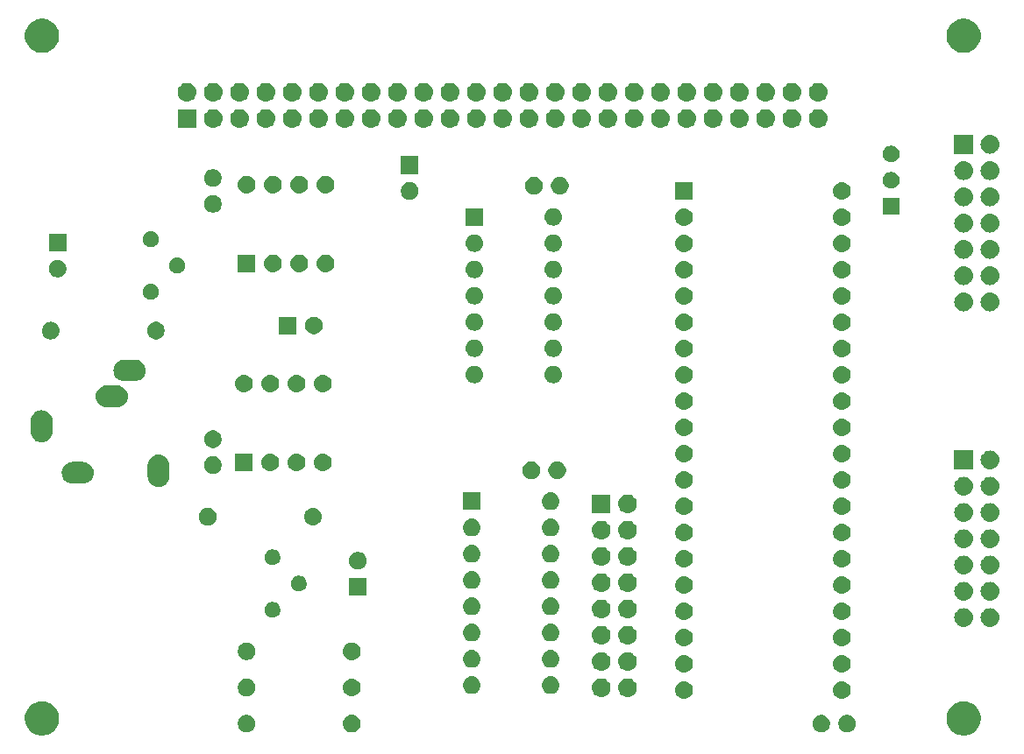
<source format=gbs>
G04 #@! TF.GenerationSoftware,KiCad,Pcbnew,(5.1.4-0-10_14)*
G04 #@! TF.CreationDate,2021-02-18T19:35:16+09:00*
G04 #@! TF.ProjectId,PC8001-YM2203,50433830-3031-42d5-994d-323230332e6b,rev?*
G04 #@! TF.SameCoordinates,Original*
G04 #@! TF.FileFunction,Soldermask,Bot*
G04 #@! TF.FilePolarity,Negative*
%FSLAX46Y46*%
G04 Gerber Fmt 4.6, Leading zero omitted, Abs format (unit mm)*
G04 Created by KiCad (PCBNEW (5.1.4-0-10_14)) date 2021-02-18 19:35:16*
%MOMM*%
%LPD*%
G04 APERTURE LIST*
%ADD10C,0.100000*%
G04 APERTURE END LIST*
D10*
G36*
X136875256Y-129891298D02*
G01*
X136981579Y-129912447D01*
X137282042Y-130036903D01*
X137552451Y-130217585D01*
X137782415Y-130447549D01*
X137782416Y-130447551D01*
X137963098Y-130717960D01*
X138087553Y-131018422D01*
X138151000Y-131337389D01*
X138151000Y-131662611D01*
X138117072Y-131833175D01*
X138087553Y-131981579D01*
X137963097Y-132282042D01*
X137782415Y-132552451D01*
X137552451Y-132782415D01*
X137282042Y-132963097D01*
X136981579Y-133087553D01*
X136875256Y-133108702D01*
X136662611Y-133151000D01*
X136337389Y-133151000D01*
X136124744Y-133108702D01*
X136018421Y-133087553D01*
X135717958Y-132963097D01*
X135447549Y-132782415D01*
X135217585Y-132552451D01*
X135036903Y-132282042D01*
X134912447Y-131981579D01*
X134882928Y-131833175D01*
X134849000Y-131662611D01*
X134849000Y-131337389D01*
X134912447Y-131018422D01*
X135036902Y-130717960D01*
X135217584Y-130447551D01*
X135217585Y-130447549D01*
X135447549Y-130217585D01*
X135717958Y-130036903D01*
X136018421Y-129912447D01*
X136124744Y-129891298D01*
X136337389Y-129849000D01*
X136662611Y-129849000D01*
X136875256Y-129891298D01*
X136875256Y-129891298D01*
G37*
G36*
X47875256Y-129891298D02*
G01*
X47981579Y-129912447D01*
X48282042Y-130036903D01*
X48552451Y-130217585D01*
X48782415Y-130447549D01*
X48782416Y-130447551D01*
X48963098Y-130717960D01*
X49087553Y-131018422D01*
X49151000Y-131337389D01*
X49151000Y-131662611D01*
X49117072Y-131833175D01*
X49087553Y-131981579D01*
X48963097Y-132282042D01*
X48782415Y-132552451D01*
X48552451Y-132782415D01*
X48282042Y-132963097D01*
X47981579Y-133087553D01*
X47875256Y-133108702D01*
X47662611Y-133151000D01*
X47337389Y-133151000D01*
X47124744Y-133108702D01*
X47018421Y-133087553D01*
X46717958Y-132963097D01*
X46447549Y-132782415D01*
X46217585Y-132552451D01*
X46036903Y-132282042D01*
X45912447Y-131981579D01*
X45882928Y-131833175D01*
X45849000Y-131662611D01*
X45849000Y-131337389D01*
X45912447Y-131018422D01*
X46036902Y-130717960D01*
X46217584Y-130447551D01*
X46217585Y-130447549D01*
X46447549Y-130217585D01*
X46717958Y-130036903D01*
X47018421Y-129912447D01*
X47124744Y-129891298D01*
X47337389Y-129849000D01*
X47662611Y-129849000D01*
X47875256Y-129891298D01*
X47875256Y-129891298D01*
G37*
G36*
X77576823Y-131161313D02*
G01*
X77737242Y-131209976D01*
X77804361Y-131245852D01*
X77885078Y-131288996D01*
X78014659Y-131395341D01*
X78121004Y-131524922D01*
X78121005Y-131524924D01*
X78200024Y-131672758D01*
X78248687Y-131833177D01*
X78265117Y-132000000D01*
X78248687Y-132166823D01*
X78200024Y-132327242D01*
X78159477Y-132403100D01*
X78121004Y-132475078D01*
X78014659Y-132604659D01*
X77885078Y-132711004D01*
X77885076Y-132711005D01*
X77737242Y-132790024D01*
X77576823Y-132838687D01*
X77451804Y-132851000D01*
X77368196Y-132851000D01*
X77243177Y-132838687D01*
X77082758Y-132790024D01*
X76934924Y-132711005D01*
X76934922Y-132711004D01*
X76805341Y-132604659D01*
X76698996Y-132475078D01*
X76660523Y-132403100D01*
X76619976Y-132327242D01*
X76571313Y-132166823D01*
X76554883Y-132000000D01*
X76571313Y-131833177D01*
X76619976Y-131672758D01*
X76698995Y-131524924D01*
X76698996Y-131524922D01*
X76805341Y-131395341D01*
X76934922Y-131288996D01*
X77015639Y-131245852D01*
X77082758Y-131209976D01*
X77243177Y-131161313D01*
X77368196Y-131149000D01*
X77451804Y-131149000D01*
X77576823Y-131161313D01*
X77576823Y-131161313D01*
G37*
G36*
X67498228Y-131181703D02*
G01*
X67653100Y-131245853D01*
X67792481Y-131338985D01*
X67911015Y-131457519D01*
X68004147Y-131596900D01*
X68068297Y-131751772D01*
X68101000Y-131916184D01*
X68101000Y-132083816D01*
X68068297Y-132248228D01*
X68004147Y-132403100D01*
X67911015Y-132542481D01*
X67792481Y-132661015D01*
X67653100Y-132754147D01*
X67498228Y-132818297D01*
X67333816Y-132851000D01*
X67166184Y-132851000D01*
X67001772Y-132818297D01*
X66846900Y-132754147D01*
X66707519Y-132661015D01*
X66588985Y-132542481D01*
X66495853Y-132403100D01*
X66431703Y-132248228D01*
X66399000Y-132083816D01*
X66399000Y-131916184D01*
X66431703Y-131751772D01*
X66495853Y-131596900D01*
X66588985Y-131457519D01*
X66707519Y-131338985D01*
X66846900Y-131245853D01*
X67001772Y-131181703D01*
X67166184Y-131149000D01*
X67333816Y-131149000D01*
X67498228Y-131181703D01*
X67498228Y-131181703D01*
G37*
G36*
X125498228Y-131181703D02*
G01*
X125653100Y-131245853D01*
X125792481Y-131338985D01*
X125911015Y-131457519D01*
X126004147Y-131596900D01*
X126068297Y-131751772D01*
X126101000Y-131916184D01*
X126101000Y-132083816D01*
X126068297Y-132248228D01*
X126004147Y-132403100D01*
X125911015Y-132542481D01*
X125792481Y-132661015D01*
X125653100Y-132754147D01*
X125498228Y-132818297D01*
X125333816Y-132851000D01*
X125166184Y-132851000D01*
X125001772Y-132818297D01*
X124846900Y-132754147D01*
X124707519Y-132661015D01*
X124588985Y-132542481D01*
X124495853Y-132403100D01*
X124431703Y-132248228D01*
X124399000Y-132083816D01*
X124399000Y-131916184D01*
X124431703Y-131751772D01*
X124495853Y-131596900D01*
X124588985Y-131457519D01*
X124707519Y-131338985D01*
X124846900Y-131245853D01*
X125001772Y-131181703D01*
X125166184Y-131149000D01*
X125333816Y-131149000D01*
X125498228Y-131181703D01*
X125498228Y-131181703D01*
G37*
G36*
X122998228Y-131181703D02*
G01*
X123153100Y-131245853D01*
X123292481Y-131338985D01*
X123411015Y-131457519D01*
X123504147Y-131596900D01*
X123568297Y-131751772D01*
X123601000Y-131916184D01*
X123601000Y-132083816D01*
X123568297Y-132248228D01*
X123504147Y-132403100D01*
X123411015Y-132542481D01*
X123292481Y-132661015D01*
X123153100Y-132754147D01*
X122998228Y-132818297D01*
X122833816Y-132851000D01*
X122666184Y-132851000D01*
X122501772Y-132818297D01*
X122346900Y-132754147D01*
X122207519Y-132661015D01*
X122088985Y-132542481D01*
X121995853Y-132403100D01*
X121931703Y-132248228D01*
X121899000Y-132083816D01*
X121899000Y-131916184D01*
X121931703Y-131751772D01*
X121995853Y-131596900D01*
X122088985Y-131457519D01*
X122207519Y-131338985D01*
X122346900Y-131245853D01*
X122501772Y-131181703D01*
X122666184Y-131149000D01*
X122833816Y-131149000D01*
X122998228Y-131181703D01*
X122998228Y-131181703D01*
G37*
G36*
X109666823Y-127921313D02*
G01*
X109827242Y-127969976D01*
X109930042Y-128024924D01*
X109975078Y-128048996D01*
X110104659Y-128155341D01*
X110211004Y-128284922D01*
X110211005Y-128284924D01*
X110290024Y-128432758D01*
X110338687Y-128593177D01*
X110355117Y-128760000D01*
X110338687Y-128926823D01*
X110290024Y-129087242D01*
X110250591Y-129161015D01*
X110211004Y-129235078D01*
X110104659Y-129364659D01*
X109975078Y-129471004D01*
X109975076Y-129471005D01*
X109827242Y-129550024D01*
X109666823Y-129598687D01*
X109541804Y-129611000D01*
X109458196Y-129611000D01*
X109333177Y-129598687D01*
X109172758Y-129550024D01*
X109024924Y-129471005D01*
X109024922Y-129471004D01*
X108895341Y-129364659D01*
X108788996Y-129235078D01*
X108749409Y-129161015D01*
X108709976Y-129087242D01*
X108661313Y-128926823D01*
X108644883Y-128760000D01*
X108661313Y-128593177D01*
X108709976Y-128432758D01*
X108788995Y-128284924D01*
X108788996Y-128284922D01*
X108895341Y-128155341D01*
X109024922Y-128048996D01*
X109069958Y-128024924D01*
X109172758Y-127969976D01*
X109333177Y-127921313D01*
X109458196Y-127909000D01*
X109541804Y-127909000D01*
X109666823Y-127921313D01*
X109666823Y-127921313D01*
G37*
G36*
X124906823Y-127921313D02*
G01*
X125067242Y-127969976D01*
X125170042Y-128024924D01*
X125215078Y-128048996D01*
X125344659Y-128155341D01*
X125451004Y-128284922D01*
X125451005Y-128284924D01*
X125530024Y-128432758D01*
X125578687Y-128593177D01*
X125595117Y-128760000D01*
X125578687Y-128926823D01*
X125530024Y-129087242D01*
X125490591Y-129161015D01*
X125451004Y-129235078D01*
X125344659Y-129364659D01*
X125215078Y-129471004D01*
X125215076Y-129471005D01*
X125067242Y-129550024D01*
X124906823Y-129598687D01*
X124781804Y-129611000D01*
X124698196Y-129611000D01*
X124573177Y-129598687D01*
X124412758Y-129550024D01*
X124264924Y-129471005D01*
X124264922Y-129471004D01*
X124135341Y-129364659D01*
X124028996Y-129235078D01*
X123989409Y-129161015D01*
X123949976Y-129087242D01*
X123901313Y-128926823D01*
X123884883Y-128760000D01*
X123901313Y-128593177D01*
X123949976Y-128432758D01*
X124028995Y-128284924D01*
X124028996Y-128284922D01*
X124135341Y-128155341D01*
X124264922Y-128048996D01*
X124309958Y-128024924D01*
X124412758Y-127969976D01*
X124573177Y-127921313D01*
X124698196Y-127909000D01*
X124781804Y-127909000D01*
X124906823Y-127921313D01*
X124906823Y-127921313D01*
G37*
G36*
X104150442Y-127635518D02*
G01*
X104216627Y-127642037D01*
X104386466Y-127693557D01*
X104542991Y-127777222D01*
X104576743Y-127804922D01*
X104680186Y-127889814D01*
X104745971Y-127969975D01*
X104792778Y-128027009D01*
X104876443Y-128183534D01*
X104927963Y-128353373D01*
X104945359Y-128530000D01*
X104927963Y-128706627D01*
X104876443Y-128876466D01*
X104792778Y-129032991D01*
X104763448Y-129068729D01*
X104680186Y-129170186D01*
X104578729Y-129253448D01*
X104542991Y-129282778D01*
X104386466Y-129366443D01*
X104216627Y-129417963D01*
X104150443Y-129424481D01*
X104084260Y-129431000D01*
X103995740Y-129431000D01*
X103929557Y-129424481D01*
X103863373Y-129417963D01*
X103693534Y-129366443D01*
X103537009Y-129282778D01*
X103501271Y-129253448D01*
X103399814Y-129170186D01*
X103316552Y-129068729D01*
X103287222Y-129032991D01*
X103203557Y-128876466D01*
X103152037Y-128706627D01*
X103134641Y-128530000D01*
X103152037Y-128353373D01*
X103203557Y-128183534D01*
X103287222Y-128027009D01*
X103334029Y-127969975D01*
X103399814Y-127889814D01*
X103503257Y-127804922D01*
X103537009Y-127777222D01*
X103693534Y-127693557D01*
X103863373Y-127642037D01*
X103929558Y-127635518D01*
X103995740Y-127629000D01*
X104084260Y-127629000D01*
X104150442Y-127635518D01*
X104150442Y-127635518D01*
G37*
G36*
X101610442Y-127635518D02*
G01*
X101676627Y-127642037D01*
X101846466Y-127693557D01*
X102002991Y-127777222D01*
X102036743Y-127804922D01*
X102140186Y-127889814D01*
X102205971Y-127969975D01*
X102252778Y-128027009D01*
X102336443Y-128183534D01*
X102387963Y-128353373D01*
X102405359Y-128530000D01*
X102387963Y-128706627D01*
X102336443Y-128876466D01*
X102252778Y-129032991D01*
X102223448Y-129068729D01*
X102140186Y-129170186D01*
X102038729Y-129253448D01*
X102002991Y-129282778D01*
X101846466Y-129366443D01*
X101676627Y-129417963D01*
X101610443Y-129424481D01*
X101544260Y-129431000D01*
X101455740Y-129431000D01*
X101389557Y-129424481D01*
X101323373Y-129417963D01*
X101153534Y-129366443D01*
X100997009Y-129282778D01*
X100961271Y-129253448D01*
X100859814Y-129170186D01*
X100776552Y-129068729D01*
X100747222Y-129032991D01*
X100663557Y-128876466D01*
X100612037Y-128706627D01*
X100594641Y-128530000D01*
X100612037Y-128353373D01*
X100663557Y-128183534D01*
X100747222Y-128027009D01*
X100794029Y-127969975D01*
X100859814Y-127889814D01*
X100963257Y-127804922D01*
X100997009Y-127777222D01*
X101153534Y-127693557D01*
X101323373Y-127642037D01*
X101389558Y-127635518D01*
X101455740Y-127629000D01*
X101544260Y-127629000D01*
X101610442Y-127635518D01*
X101610442Y-127635518D01*
G37*
G36*
X77576823Y-127661313D02*
G01*
X77737242Y-127709976D01*
X77804361Y-127745852D01*
X77885078Y-127788996D01*
X78014659Y-127895341D01*
X78121004Y-128024922D01*
X78122121Y-128027011D01*
X78200024Y-128172758D01*
X78248687Y-128333177D01*
X78265117Y-128500000D01*
X78248687Y-128666823D01*
X78200024Y-128827242D01*
X78159477Y-128903100D01*
X78121004Y-128975078D01*
X78014659Y-129104659D01*
X77885078Y-129211004D01*
X77885076Y-129211005D01*
X77737242Y-129290024D01*
X77576823Y-129338687D01*
X77451804Y-129351000D01*
X77368196Y-129351000D01*
X77243177Y-129338687D01*
X77082758Y-129290024D01*
X76934924Y-129211005D01*
X76934922Y-129211004D01*
X76805341Y-129104659D01*
X76698996Y-128975078D01*
X76660523Y-128903100D01*
X76619976Y-128827242D01*
X76571313Y-128666823D01*
X76554883Y-128500000D01*
X76571313Y-128333177D01*
X76619976Y-128172758D01*
X76697879Y-128027011D01*
X76698996Y-128024922D01*
X76805341Y-127895341D01*
X76934922Y-127788996D01*
X77015639Y-127745852D01*
X77082758Y-127709976D01*
X77243177Y-127661313D01*
X77368196Y-127649000D01*
X77451804Y-127649000D01*
X77576823Y-127661313D01*
X77576823Y-127661313D01*
G37*
G36*
X67498228Y-127681703D02*
G01*
X67653100Y-127745853D01*
X67792481Y-127838985D01*
X67911015Y-127957519D01*
X68004147Y-128096900D01*
X68068297Y-128251772D01*
X68101000Y-128416184D01*
X68101000Y-128583816D01*
X68068297Y-128748228D01*
X68004147Y-128903100D01*
X67911015Y-129042481D01*
X67792481Y-129161015D01*
X67653100Y-129254147D01*
X67498228Y-129318297D01*
X67333816Y-129351000D01*
X67166184Y-129351000D01*
X67001772Y-129318297D01*
X66846900Y-129254147D01*
X66707519Y-129161015D01*
X66588985Y-129042481D01*
X66495853Y-128903100D01*
X66431703Y-128748228D01*
X66399000Y-128583816D01*
X66399000Y-128416184D01*
X66431703Y-128251772D01*
X66495853Y-128096900D01*
X66588985Y-127957519D01*
X66707519Y-127838985D01*
X66846900Y-127745853D01*
X67001772Y-127681703D01*
X67166184Y-127649000D01*
X67333816Y-127649000D01*
X67498228Y-127681703D01*
X67498228Y-127681703D01*
G37*
G36*
X96786823Y-127441313D02*
G01*
X96947242Y-127489976D01*
X97079906Y-127560886D01*
X97095078Y-127568996D01*
X97224659Y-127675341D01*
X97331004Y-127804922D01*
X97331005Y-127804924D01*
X97410024Y-127952758D01*
X97458687Y-128113177D01*
X97475117Y-128280000D01*
X97458687Y-128446823D01*
X97410024Y-128607242D01*
X97339114Y-128739906D01*
X97331004Y-128755078D01*
X97224659Y-128884659D01*
X97095078Y-128991004D01*
X97095076Y-128991005D01*
X96947242Y-129070024D01*
X96786823Y-129118687D01*
X96661804Y-129131000D01*
X96578196Y-129131000D01*
X96453177Y-129118687D01*
X96292758Y-129070024D01*
X96144924Y-128991005D01*
X96144922Y-128991004D01*
X96015341Y-128884659D01*
X95908996Y-128755078D01*
X95900886Y-128739906D01*
X95829976Y-128607242D01*
X95781313Y-128446823D01*
X95764883Y-128280000D01*
X95781313Y-128113177D01*
X95829976Y-127952758D01*
X95908995Y-127804924D01*
X95908996Y-127804922D01*
X96015341Y-127675341D01*
X96144922Y-127568996D01*
X96160094Y-127560886D01*
X96292758Y-127489976D01*
X96453177Y-127441313D01*
X96578196Y-127429000D01*
X96661804Y-127429000D01*
X96786823Y-127441313D01*
X96786823Y-127441313D01*
G37*
G36*
X89166823Y-127441313D02*
G01*
X89327242Y-127489976D01*
X89459906Y-127560886D01*
X89475078Y-127568996D01*
X89604659Y-127675341D01*
X89711004Y-127804922D01*
X89711005Y-127804924D01*
X89790024Y-127952758D01*
X89838687Y-128113177D01*
X89855117Y-128280000D01*
X89838687Y-128446823D01*
X89790024Y-128607242D01*
X89719114Y-128739906D01*
X89711004Y-128755078D01*
X89604659Y-128884659D01*
X89475078Y-128991004D01*
X89475076Y-128991005D01*
X89327242Y-129070024D01*
X89166823Y-129118687D01*
X89041804Y-129131000D01*
X88958196Y-129131000D01*
X88833177Y-129118687D01*
X88672758Y-129070024D01*
X88524924Y-128991005D01*
X88524922Y-128991004D01*
X88395341Y-128884659D01*
X88288996Y-128755078D01*
X88280886Y-128739906D01*
X88209976Y-128607242D01*
X88161313Y-128446823D01*
X88144883Y-128280000D01*
X88161313Y-128113177D01*
X88209976Y-127952758D01*
X88288995Y-127804924D01*
X88288996Y-127804922D01*
X88395341Y-127675341D01*
X88524922Y-127568996D01*
X88540094Y-127560886D01*
X88672758Y-127489976D01*
X88833177Y-127441313D01*
X88958196Y-127429000D01*
X89041804Y-127429000D01*
X89166823Y-127441313D01*
X89166823Y-127441313D01*
G37*
G36*
X109666823Y-125381313D02*
G01*
X109827242Y-125429976D01*
X109933943Y-125487009D01*
X109975078Y-125508996D01*
X110104659Y-125615341D01*
X110211004Y-125744922D01*
X110211005Y-125744924D01*
X110290024Y-125892758D01*
X110338687Y-126053177D01*
X110355117Y-126220000D01*
X110338687Y-126386823D01*
X110290024Y-126547242D01*
X110245690Y-126630185D01*
X110211004Y-126695078D01*
X110104659Y-126824659D01*
X109975078Y-126931004D01*
X109975076Y-126931005D01*
X109827242Y-127010024D01*
X109666823Y-127058687D01*
X109541804Y-127071000D01*
X109458196Y-127071000D01*
X109333177Y-127058687D01*
X109172758Y-127010024D01*
X109024924Y-126931005D01*
X109024922Y-126931004D01*
X108895341Y-126824659D01*
X108788996Y-126695078D01*
X108754310Y-126630185D01*
X108709976Y-126547242D01*
X108661313Y-126386823D01*
X108644883Y-126220000D01*
X108661313Y-126053177D01*
X108709976Y-125892758D01*
X108788995Y-125744924D01*
X108788996Y-125744922D01*
X108895341Y-125615341D01*
X109024922Y-125508996D01*
X109066057Y-125487009D01*
X109172758Y-125429976D01*
X109333177Y-125381313D01*
X109458196Y-125369000D01*
X109541804Y-125369000D01*
X109666823Y-125381313D01*
X109666823Y-125381313D01*
G37*
G36*
X124906823Y-125381313D02*
G01*
X125067242Y-125429976D01*
X125173943Y-125487009D01*
X125215078Y-125508996D01*
X125344659Y-125615341D01*
X125451004Y-125744922D01*
X125451005Y-125744924D01*
X125530024Y-125892758D01*
X125578687Y-126053177D01*
X125595117Y-126220000D01*
X125578687Y-126386823D01*
X125530024Y-126547242D01*
X125485690Y-126630185D01*
X125451004Y-126695078D01*
X125344659Y-126824659D01*
X125215078Y-126931004D01*
X125215076Y-126931005D01*
X125067242Y-127010024D01*
X124906823Y-127058687D01*
X124781804Y-127071000D01*
X124698196Y-127071000D01*
X124573177Y-127058687D01*
X124412758Y-127010024D01*
X124264924Y-126931005D01*
X124264922Y-126931004D01*
X124135341Y-126824659D01*
X124028996Y-126695078D01*
X123994310Y-126630185D01*
X123949976Y-126547242D01*
X123901313Y-126386823D01*
X123884883Y-126220000D01*
X123901313Y-126053177D01*
X123949976Y-125892758D01*
X124028995Y-125744924D01*
X124028996Y-125744922D01*
X124135341Y-125615341D01*
X124264922Y-125508996D01*
X124306057Y-125487009D01*
X124412758Y-125429976D01*
X124573177Y-125381313D01*
X124698196Y-125369000D01*
X124781804Y-125369000D01*
X124906823Y-125381313D01*
X124906823Y-125381313D01*
G37*
G36*
X101610442Y-125095518D02*
G01*
X101676627Y-125102037D01*
X101846466Y-125153557D01*
X101846468Y-125153558D01*
X101924729Y-125195390D01*
X102002991Y-125237222D01*
X102036743Y-125264922D01*
X102140186Y-125349814D01*
X102205971Y-125429975D01*
X102252778Y-125487009D01*
X102336443Y-125643534D01*
X102387963Y-125813373D01*
X102405359Y-125990000D01*
X102387963Y-126166627D01*
X102336443Y-126336466D01*
X102252778Y-126492991D01*
X102223448Y-126528729D01*
X102140186Y-126630186D01*
X102038729Y-126713448D01*
X102002991Y-126742778D01*
X101846466Y-126826443D01*
X101676627Y-126877963D01*
X101610442Y-126884482D01*
X101544260Y-126891000D01*
X101455740Y-126891000D01*
X101389558Y-126884482D01*
X101323373Y-126877963D01*
X101153534Y-126826443D01*
X100997009Y-126742778D01*
X100961271Y-126713448D01*
X100859814Y-126630186D01*
X100776552Y-126528729D01*
X100747222Y-126492991D01*
X100663557Y-126336466D01*
X100612037Y-126166627D01*
X100594641Y-125990000D01*
X100612037Y-125813373D01*
X100663557Y-125643534D01*
X100747222Y-125487009D01*
X100794029Y-125429975D01*
X100859814Y-125349814D01*
X100963257Y-125264922D01*
X100997009Y-125237222D01*
X101075271Y-125195390D01*
X101153532Y-125153558D01*
X101153534Y-125153557D01*
X101323373Y-125102037D01*
X101389558Y-125095518D01*
X101455740Y-125089000D01*
X101544260Y-125089000D01*
X101610442Y-125095518D01*
X101610442Y-125095518D01*
G37*
G36*
X104150442Y-125095518D02*
G01*
X104216627Y-125102037D01*
X104386466Y-125153557D01*
X104386468Y-125153558D01*
X104464729Y-125195390D01*
X104542991Y-125237222D01*
X104576743Y-125264922D01*
X104680186Y-125349814D01*
X104745971Y-125429975D01*
X104792778Y-125487009D01*
X104876443Y-125643534D01*
X104927963Y-125813373D01*
X104945359Y-125990000D01*
X104927963Y-126166627D01*
X104876443Y-126336466D01*
X104792778Y-126492991D01*
X104763448Y-126528729D01*
X104680186Y-126630186D01*
X104578729Y-126713448D01*
X104542991Y-126742778D01*
X104386466Y-126826443D01*
X104216627Y-126877963D01*
X104150442Y-126884482D01*
X104084260Y-126891000D01*
X103995740Y-126891000D01*
X103929558Y-126884482D01*
X103863373Y-126877963D01*
X103693534Y-126826443D01*
X103537009Y-126742778D01*
X103501271Y-126713448D01*
X103399814Y-126630186D01*
X103316552Y-126528729D01*
X103287222Y-126492991D01*
X103203557Y-126336466D01*
X103152037Y-126166627D01*
X103134641Y-125990000D01*
X103152037Y-125813373D01*
X103203557Y-125643534D01*
X103287222Y-125487009D01*
X103334029Y-125429975D01*
X103399814Y-125349814D01*
X103503257Y-125264922D01*
X103537009Y-125237222D01*
X103615271Y-125195390D01*
X103693532Y-125153558D01*
X103693534Y-125153557D01*
X103863373Y-125102037D01*
X103929558Y-125095518D01*
X103995740Y-125089000D01*
X104084260Y-125089000D01*
X104150442Y-125095518D01*
X104150442Y-125095518D01*
G37*
G36*
X89166823Y-124901313D02*
G01*
X89327242Y-124949976D01*
X89420830Y-125000000D01*
X89475078Y-125028996D01*
X89604659Y-125135341D01*
X89711004Y-125264922D01*
X89711005Y-125264924D01*
X89790024Y-125412758D01*
X89838687Y-125573177D01*
X89855117Y-125740000D01*
X89838687Y-125906823D01*
X89790024Y-126067242D01*
X89719114Y-126199906D01*
X89711004Y-126215078D01*
X89604659Y-126344659D01*
X89475078Y-126451004D01*
X89475076Y-126451005D01*
X89327242Y-126530024D01*
X89166823Y-126578687D01*
X89041804Y-126591000D01*
X88958196Y-126591000D01*
X88833177Y-126578687D01*
X88672758Y-126530024D01*
X88524924Y-126451005D01*
X88524922Y-126451004D01*
X88395341Y-126344659D01*
X88288996Y-126215078D01*
X88280886Y-126199906D01*
X88209976Y-126067242D01*
X88161313Y-125906823D01*
X88144883Y-125740000D01*
X88161313Y-125573177D01*
X88209976Y-125412758D01*
X88288995Y-125264924D01*
X88288996Y-125264922D01*
X88395341Y-125135341D01*
X88524922Y-125028996D01*
X88579170Y-125000000D01*
X88672758Y-124949976D01*
X88833177Y-124901313D01*
X88958196Y-124889000D01*
X89041804Y-124889000D01*
X89166823Y-124901313D01*
X89166823Y-124901313D01*
G37*
G36*
X96786823Y-124901313D02*
G01*
X96947242Y-124949976D01*
X97040830Y-125000000D01*
X97095078Y-125028996D01*
X97224659Y-125135341D01*
X97331004Y-125264922D01*
X97331005Y-125264924D01*
X97410024Y-125412758D01*
X97458687Y-125573177D01*
X97475117Y-125740000D01*
X97458687Y-125906823D01*
X97410024Y-126067242D01*
X97339114Y-126199906D01*
X97331004Y-126215078D01*
X97224659Y-126344659D01*
X97095078Y-126451004D01*
X97095076Y-126451005D01*
X96947242Y-126530024D01*
X96786823Y-126578687D01*
X96661804Y-126591000D01*
X96578196Y-126591000D01*
X96453177Y-126578687D01*
X96292758Y-126530024D01*
X96144924Y-126451005D01*
X96144922Y-126451004D01*
X96015341Y-126344659D01*
X95908996Y-126215078D01*
X95900886Y-126199906D01*
X95829976Y-126067242D01*
X95781313Y-125906823D01*
X95764883Y-125740000D01*
X95781313Y-125573177D01*
X95829976Y-125412758D01*
X95908995Y-125264924D01*
X95908996Y-125264922D01*
X96015341Y-125135341D01*
X96144922Y-125028996D01*
X96199170Y-125000000D01*
X96292758Y-124949976D01*
X96453177Y-124901313D01*
X96578196Y-124889000D01*
X96661804Y-124889000D01*
X96786823Y-124901313D01*
X96786823Y-124901313D01*
G37*
G36*
X77576823Y-124161313D02*
G01*
X77737242Y-124209976D01*
X77804361Y-124245852D01*
X77885078Y-124288996D01*
X78014659Y-124395341D01*
X78121004Y-124524922D01*
X78121005Y-124524924D01*
X78200024Y-124672758D01*
X78248687Y-124833177D01*
X78265117Y-125000000D01*
X78248687Y-125166823D01*
X78200024Y-125327242D01*
X78154313Y-125412761D01*
X78121004Y-125475078D01*
X78014659Y-125604659D01*
X77885078Y-125711004D01*
X77885076Y-125711005D01*
X77737242Y-125790024D01*
X77576823Y-125838687D01*
X77451804Y-125851000D01*
X77368196Y-125851000D01*
X77243177Y-125838687D01*
X77082758Y-125790024D01*
X76934924Y-125711005D01*
X76934922Y-125711004D01*
X76805341Y-125604659D01*
X76698996Y-125475078D01*
X76665687Y-125412761D01*
X76619976Y-125327242D01*
X76571313Y-125166823D01*
X76554883Y-125000000D01*
X76571313Y-124833177D01*
X76619976Y-124672758D01*
X76698995Y-124524924D01*
X76698996Y-124524922D01*
X76805341Y-124395341D01*
X76934922Y-124288996D01*
X77015639Y-124245852D01*
X77082758Y-124209976D01*
X77243177Y-124161313D01*
X77368196Y-124149000D01*
X77451804Y-124149000D01*
X77576823Y-124161313D01*
X77576823Y-124161313D01*
G37*
G36*
X67498228Y-124181703D02*
G01*
X67653100Y-124245853D01*
X67792481Y-124338985D01*
X67911015Y-124457519D01*
X68004147Y-124596900D01*
X68068297Y-124751772D01*
X68101000Y-124916184D01*
X68101000Y-125083816D01*
X68068297Y-125248228D01*
X68004147Y-125403100D01*
X67911015Y-125542481D01*
X67792481Y-125661015D01*
X67653100Y-125754147D01*
X67498228Y-125818297D01*
X67333816Y-125851000D01*
X67166184Y-125851000D01*
X67001772Y-125818297D01*
X66846900Y-125754147D01*
X66707519Y-125661015D01*
X66588985Y-125542481D01*
X66495853Y-125403100D01*
X66431703Y-125248228D01*
X66399000Y-125083816D01*
X66399000Y-124916184D01*
X66431703Y-124751772D01*
X66495853Y-124596900D01*
X66588985Y-124457519D01*
X66707519Y-124338985D01*
X66846900Y-124245853D01*
X67001772Y-124181703D01*
X67166184Y-124149000D01*
X67333816Y-124149000D01*
X67498228Y-124181703D01*
X67498228Y-124181703D01*
G37*
G36*
X124906823Y-122841313D02*
G01*
X125067242Y-122889976D01*
X125173943Y-122947009D01*
X125215078Y-122968996D01*
X125344659Y-123075341D01*
X125451004Y-123204922D01*
X125451005Y-123204924D01*
X125530024Y-123352758D01*
X125578687Y-123513177D01*
X125595117Y-123680000D01*
X125578687Y-123846823D01*
X125530024Y-124007242D01*
X125485690Y-124090185D01*
X125451004Y-124155078D01*
X125344659Y-124284659D01*
X125215078Y-124391004D01*
X125215076Y-124391005D01*
X125067242Y-124470024D01*
X124906823Y-124518687D01*
X124781804Y-124531000D01*
X124698196Y-124531000D01*
X124573177Y-124518687D01*
X124412758Y-124470024D01*
X124264924Y-124391005D01*
X124264922Y-124391004D01*
X124135341Y-124284659D01*
X124028996Y-124155078D01*
X123994310Y-124090185D01*
X123949976Y-124007242D01*
X123901313Y-123846823D01*
X123884883Y-123680000D01*
X123901313Y-123513177D01*
X123949976Y-123352758D01*
X124028995Y-123204924D01*
X124028996Y-123204922D01*
X124135341Y-123075341D01*
X124264922Y-122968996D01*
X124306057Y-122947009D01*
X124412758Y-122889976D01*
X124573177Y-122841313D01*
X124698196Y-122829000D01*
X124781804Y-122829000D01*
X124906823Y-122841313D01*
X124906823Y-122841313D01*
G37*
G36*
X109666823Y-122841313D02*
G01*
X109827242Y-122889976D01*
X109933943Y-122947009D01*
X109975078Y-122968996D01*
X110104659Y-123075341D01*
X110211004Y-123204922D01*
X110211005Y-123204924D01*
X110290024Y-123352758D01*
X110338687Y-123513177D01*
X110355117Y-123680000D01*
X110338687Y-123846823D01*
X110290024Y-124007242D01*
X110245690Y-124090185D01*
X110211004Y-124155078D01*
X110104659Y-124284659D01*
X109975078Y-124391004D01*
X109975076Y-124391005D01*
X109827242Y-124470024D01*
X109666823Y-124518687D01*
X109541804Y-124531000D01*
X109458196Y-124531000D01*
X109333177Y-124518687D01*
X109172758Y-124470024D01*
X109024924Y-124391005D01*
X109024922Y-124391004D01*
X108895341Y-124284659D01*
X108788996Y-124155078D01*
X108754310Y-124090185D01*
X108709976Y-124007242D01*
X108661313Y-123846823D01*
X108644883Y-123680000D01*
X108661313Y-123513177D01*
X108709976Y-123352758D01*
X108788995Y-123204924D01*
X108788996Y-123204922D01*
X108895341Y-123075341D01*
X109024922Y-122968996D01*
X109066057Y-122947009D01*
X109172758Y-122889976D01*
X109333177Y-122841313D01*
X109458196Y-122829000D01*
X109541804Y-122829000D01*
X109666823Y-122841313D01*
X109666823Y-122841313D01*
G37*
G36*
X104150442Y-122555518D02*
G01*
X104216627Y-122562037D01*
X104386466Y-122613557D01*
X104542991Y-122697222D01*
X104576743Y-122724922D01*
X104680186Y-122809814D01*
X104745971Y-122889975D01*
X104792778Y-122947009D01*
X104876443Y-123103534D01*
X104927963Y-123273373D01*
X104945359Y-123450000D01*
X104927963Y-123626627D01*
X104876443Y-123796466D01*
X104792778Y-123952991D01*
X104763448Y-123988729D01*
X104680186Y-124090186D01*
X104593516Y-124161313D01*
X104542991Y-124202778D01*
X104386466Y-124286443D01*
X104216627Y-124337963D01*
X104150442Y-124344482D01*
X104084260Y-124351000D01*
X103995740Y-124351000D01*
X103929558Y-124344482D01*
X103863373Y-124337963D01*
X103693534Y-124286443D01*
X103537009Y-124202778D01*
X103486484Y-124161313D01*
X103399814Y-124090186D01*
X103316552Y-123988729D01*
X103287222Y-123952991D01*
X103203557Y-123796466D01*
X103152037Y-123626627D01*
X103134641Y-123450000D01*
X103152037Y-123273373D01*
X103203557Y-123103534D01*
X103287222Y-122947009D01*
X103334029Y-122889975D01*
X103399814Y-122809814D01*
X103503257Y-122724922D01*
X103537009Y-122697222D01*
X103693534Y-122613557D01*
X103863373Y-122562037D01*
X103929558Y-122555518D01*
X103995740Y-122549000D01*
X104084260Y-122549000D01*
X104150442Y-122555518D01*
X104150442Y-122555518D01*
G37*
G36*
X101610442Y-122555518D02*
G01*
X101676627Y-122562037D01*
X101846466Y-122613557D01*
X102002991Y-122697222D01*
X102036743Y-122724922D01*
X102140186Y-122809814D01*
X102205971Y-122889975D01*
X102252778Y-122947009D01*
X102336443Y-123103534D01*
X102387963Y-123273373D01*
X102405359Y-123450000D01*
X102387963Y-123626627D01*
X102336443Y-123796466D01*
X102252778Y-123952991D01*
X102223448Y-123988729D01*
X102140186Y-124090186D01*
X102053516Y-124161313D01*
X102002991Y-124202778D01*
X101846466Y-124286443D01*
X101676627Y-124337963D01*
X101610442Y-124344482D01*
X101544260Y-124351000D01*
X101455740Y-124351000D01*
X101389558Y-124344482D01*
X101323373Y-124337963D01*
X101153534Y-124286443D01*
X100997009Y-124202778D01*
X100946484Y-124161313D01*
X100859814Y-124090186D01*
X100776552Y-123988729D01*
X100747222Y-123952991D01*
X100663557Y-123796466D01*
X100612037Y-123626627D01*
X100594641Y-123450000D01*
X100612037Y-123273373D01*
X100663557Y-123103534D01*
X100747222Y-122947009D01*
X100794029Y-122889975D01*
X100859814Y-122809814D01*
X100963257Y-122724922D01*
X100997009Y-122697222D01*
X101153534Y-122613557D01*
X101323373Y-122562037D01*
X101389558Y-122555518D01*
X101455740Y-122549000D01*
X101544260Y-122549000D01*
X101610442Y-122555518D01*
X101610442Y-122555518D01*
G37*
G36*
X96786823Y-122361313D02*
G01*
X96947242Y-122409976D01*
X97079906Y-122480886D01*
X97095078Y-122488996D01*
X97224659Y-122595341D01*
X97331004Y-122724922D01*
X97331005Y-122724924D01*
X97410024Y-122872758D01*
X97458687Y-123033177D01*
X97475117Y-123200000D01*
X97458687Y-123366823D01*
X97410024Y-123527242D01*
X97339114Y-123659906D01*
X97331004Y-123675078D01*
X97224659Y-123804659D01*
X97095078Y-123911004D01*
X97095076Y-123911005D01*
X96947242Y-123990024D01*
X96786823Y-124038687D01*
X96661804Y-124051000D01*
X96578196Y-124051000D01*
X96453177Y-124038687D01*
X96292758Y-123990024D01*
X96144924Y-123911005D01*
X96144922Y-123911004D01*
X96015341Y-123804659D01*
X95908996Y-123675078D01*
X95900886Y-123659906D01*
X95829976Y-123527242D01*
X95781313Y-123366823D01*
X95764883Y-123200000D01*
X95781313Y-123033177D01*
X95829976Y-122872758D01*
X95908995Y-122724924D01*
X95908996Y-122724922D01*
X96015341Y-122595341D01*
X96144922Y-122488996D01*
X96160094Y-122480886D01*
X96292758Y-122409976D01*
X96453177Y-122361313D01*
X96578196Y-122349000D01*
X96661804Y-122349000D01*
X96786823Y-122361313D01*
X96786823Y-122361313D01*
G37*
G36*
X89166823Y-122361313D02*
G01*
X89327242Y-122409976D01*
X89459906Y-122480886D01*
X89475078Y-122488996D01*
X89604659Y-122595341D01*
X89711004Y-122724922D01*
X89711005Y-122724924D01*
X89790024Y-122872758D01*
X89838687Y-123033177D01*
X89855117Y-123200000D01*
X89838687Y-123366823D01*
X89790024Y-123527242D01*
X89719114Y-123659906D01*
X89711004Y-123675078D01*
X89604659Y-123804659D01*
X89475078Y-123911004D01*
X89475076Y-123911005D01*
X89327242Y-123990024D01*
X89166823Y-124038687D01*
X89041804Y-124051000D01*
X88958196Y-124051000D01*
X88833177Y-124038687D01*
X88672758Y-123990024D01*
X88524924Y-123911005D01*
X88524922Y-123911004D01*
X88395341Y-123804659D01*
X88288996Y-123675078D01*
X88280886Y-123659906D01*
X88209976Y-123527242D01*
X88161313Y-123366823D01*
X88144883Y-123200000D01*
X88161313Y-123033177D01*
X88209976Y-122872758D01*
X88288995Y-122724924D01*
X88288996Y-122724922D01*
X88395341Y-122595341D01*
X88524922Y-122488996D01*
X88540094Y-122480886D01*
X88672758Y-122409976D01*
X88833177Y-122361313D01*
X88958196Y-122349000D01*
X89041804Y-122349000D01*
X89166823Y-122361313D01*
X89166823Y-122361313D01*
G37*
G36*
X139150443Y-120845519D02*
G01*
X139216627Y-120852037D01*
X139386466Y-120903557D01*
X139542991Y-120987222D01*
X139543015Y-120987242D01*
X139680186Y-121099814D01*
X139763448Y-121201271D01*
X139792778Y-121237009D01*
X139876443Y-121393534D01*
X139927963Y-121563373D01*
X139945359Y-121740000D01*
X139927963Y-121916627D01*
X139876443Y-122086466D01*
X139792778Y-122242991D01*
X139763448Y-122278729D01*
X139680186Y-122380186D01*
X139578729Y-122463448D01*
X139542991Y-122492778D01*
X139386466Y-122576443D01*
X139216627Y-122627963D01*
X139150443Y-122634481D01*
X139084260Y-122641000D01*
X138995740Y-122641000D01*
X138929557Y-122634481D01*
X138863373Y-122627963D01*
X138693534Y-122576443D01*
X138537009Y-122492778D01*
X138501271Y-122463448D01*
X138399814Y-122380186D01*
X138316552Y-122278729D01*
X138287222Y-122242991D01*
X138203557Y-122086466D01*
X138152037Y-121916627D01*
X138134641Y-121740000D01*
X138152037Y-121563373D01*
X138203557Y-121393534D01*
X138287222Y-121237009D01*
X138316552Y-121201271D01*
X138399814Y-121099814D01*
X138536985Y-120987242D01*
X138537009Y-120987222D01*
X138693534Y-120903557D01*
X138863373Y-120852037D01*
X138929557Y-120845519D01*
X138995740Y-120839000D01*
X139084260Y-120839000D01*
X139150443Y-120845519D01*
X139150443Y-120845519D01*
G37*
G36*
X136610443Y-120845519D02*
G01*
X136676627Y-120852037D01*
X136846466Y-120903557D01*
X137002991Y-120987222D01*
X137003015Y-120987242D01*
X137140186Y-121099814D01*
X137223448Y-121201271D01*
X137252778Y-121237009D01*
X137336443Y-121393534D01*
X137387963Y-121563373D01*
X137405359Y-121740000D01*
X137387963Y-121916627D01*
X137336443Y-122086466D01*
X137252778Y-122242991D01*
X137223448Y-122278729D01*
X137140186Y-122380186D01*
X137038729Y-122463448D01*
X137002991Y-122492778D01*
X136846466Y-122576443D01*
X136676627Y-122627963D01*
X136610443Y-122634481D01*
X136544260Y-122641000D01*
X136455740Y-122641000D01*
X136389557Y-122634481D01*
X136323373Y-122627963D01*
X136153534Y-122576443D01*
X135997009Y-122492778D01*
X135961271Y-122463448D01*
X135859814Y-122380186D01*
X135776552Y-122278729D01*
X135747222Y-122242991D01*
X135663557Y-122086466D01*
X135612037Y-121916627D01*
X135594641Y-121740000D01*
X135612037Y-121563373D01*
X135663557Y-121393534D01*
X135747222Y-121237009D01*
X135776552Y-121201271D01*
X135859814Y-121099814D01*
X135996985Y-120987242D01*
X135997009Y-120987222D01*
X136153534Y-120903557D01*
X136323373Y-120852037D01*
X136389557Y-120845519D01*
X136455740Y-120839000D01*
X136544260Y-120839000D01*
X136610443Y-120845519D01*
X136610443Y-120845519D01*
G37*
G36*
X109666823Y-120301313D02*
G01*
X109827242Y-120349976D01*
X109922935Y-120401125D01*
X109975078Y-120428996D01*
X110104659Y-120535341D01*
X110211004Y-120664922D01*
X110211005Y-120664924D01*
X110290024Y-120812758D01*
X110290025Y-120812761D01*
X110299083Y-120842620D01*
X110338687Y-120973177D01*
X110355117Y-121140000D01*
X110338687Y-121306823D01*
X110290024Y-121467242D01*
X110245690Y-121550185D01*
X110211004Y-121615078D01*
X110104659Y-121744659D01*
X109975078Y-121851004D01*
X109975076Y-121851005D01*
X109827242Y-121930024D01*
X109666823Y-121978687D01*
X109541804Y-121991000D01*
X109458196Y-121991000D01*
X109333177Y-121978687D01*
X109172758Y-121930024D01*
X109024924Y-121851005D01*
X109024922Y-121851004D01*
X108895341Y-121744659D01*
X108788996Y-121615078D01*
X108754310Y-121550185D01*
X108709976Y-121467242D01*
X108661313Y-121306823D01*
X108644883Y-121140000D01*
X108661313Y-120973177D01*
X108700917Y-120842620D01*
X108709975Y-120812761D01*
X108709976Y-120812758D01*
X108788995Y-120664924D01*
X108788996Y-120664922D01*
X108895341Y-120535341D01*
X109024922Y-120428996D01*
X109077065Y-120401125D01*
X109172758Y-120349976D01*
X109333177Y-120301313D01*
X109458196Y-120289000D01*
X109541804Y-120289000D01*
X109666823Y-120301313D01*
X109666823Y-120301313D01*
G37*
G36*
X124906823Y-120301313D02*
G01*
X125067242Y-120349976D01*
X125162935Y-120401125D01*
X125215078Y-120428996D01*
X125344659Y-120535341D01*
X125451004Y-120664922D01*
X125451005Y-120664924D01*
X125530024Y-120812758D01*
X125530025Y-120812761D01*
X125539083Y-120842620D01*
X125578687Y-120973177D01*
X125595117Y-121140000D01*
X125578687Y-121306823D01*
X125530024Y-121467242D01*
X125485690Y-121550185D01*
X125451004Y-121615078D01*
X125344659Y-121744659D01*
X125215078Y-121851004D01*
X125215076Y-121851005D01*
X125067242Y-121930024D01*
X124906823Y-121978687D01*
X124781804Y-121991000D01*
X124698196Y-121991000D01*
X124573177Y-121978687D01*
X124412758Y-121930024D01*
X124264924Y-121851005D01*
X124264922Y-121851004D01*
X124135341Y-121744659D01*
X124028996Y-121615078D01*
X123994310Y-121550185D01*
X123949976Y-121467242D01*
X123901313Y-121306823D01*
X123884883Y-121140000D01*
X123901313Y-120973177D01*
X123940917Y-120842620D01*
X123949975Y-120812761D01*
X123949976Y-120812758D01*
X124028995Y-120664924D01*
X124028996Y-120664922D01*
X124135341Y-120535341D01*
X124264922Y-120428996D01*
X124317065Y-120401125D01*
X124412758Y-120349976D01*
X124573177Y-120301313D01*
X124698196Y-120289000D01*
X124781804Y-120289000D01*
X124906823Y-120301313D01*
X124906823Y-120301313D01*
G37*
G36*
X104150443Y-120015519D02*
G01*
X104216627Y-120022037D01*
X104386466Y-120073557D01*
X104542991Y-120157222D01*
X104576743Y-120184922D01*
X104680186Y-120269814D01*
X104745971Y-120349975D01*
X104792778Y-120407009D01*
X104876443Y-120563534D01*
X104927963Y-120733373D01*
X104945359Y-120910000D01*
X104927963Y-121086627D01*
X104876443Y-121256466D01*
X104792778Y-121412991D01*
X104763448Y-121448729D01*
X104680186Y-121550186D01*
X104578729Y-121633448D01*
X104542991Y-121662778D01*
X104386466Y-121746443D01*
X104216627Y-121797963D01*
X104150443Y-121804481D01*
X104084260Y-121811000D01*
X103995740Y-121811000D01*
X103929557Y-121804481D01*
X103863373Y-121797963D01*
X103693534Y-121746443D01*
X103537009Y-121662778D01*
X103501271Y-121633448D01*
X103399814Y-121550186D01*
X103316552Y-121448729D01*
X103287222Y-121412991D01*
X103203557Y-121256466D01*
X103152037Y-121086627D01*
X103134641Y-120910000D01*
X103152037Y-120733373D01*
X103203557Y-120563534D01*
X103287222Y-120407009D01*
X103334029Y-120349975D01*
X103399814Y-120269814D01*
X103503257Y-120184922D01*
X103537009Y-120157222D01*
X103693534Y-120073557D01*
X103863373Y-120022037D01*
X103929557Y-120015519D01*
X103995740Y-120009000D01*
X104084260Y-120009000D01*
X104150443Y-120015519D01*
X104150443Y-120015519D01*
G37*
G36*
X101610443Y-120015519D02*
G01*
X101676627Y-120022037D01*
X101846466Y-120073557D01*
X102002991Y-120157222D01*
X102036743Y-120184922D01*
X102140186Y-120269814D01*
X102205971Y-120349975D01*
X102252778Y-120407009D01*
X102336443Y-120563534D01*
X102387963Y-120733373D01*
X102405359Y-120910000D01*
X102387963Y-121086627D01*
X102336443Y-121256466D01*
X102252778Y-121412991D01*
X102223448Y-121448729D01*
X102140186Y-121550186D01*
X102038729Y-121633448D01*
X102002991Y-121662778D01*
X101846466Y-121746443D01*
X101676627Y-121797963D01*
X101610443Y-121804481D01*
X101544260Y-121811000D01*
X101455740Y-121811000D01*
X101389557Y-121804481D01*
X101323373Y-121797963D01*
X101153534Y-121746443D01*
X100997009Y-121662778D01*
X100961271Y-121633448D01*
X100859814Y-121550186D01*
X100776552Y-121448729D01*
X100747222Y-121412991D01*
X100663557Y-121256466D01*
X100612037Y-121086627D01*
X100594641Y-120910000D01*
X100612037Y-120733373D01*
X100663557Y-120563534D01*
X100747222Y-120407009D01*
X100794029Y-120349975D01*
X100859814Y-120269814D01*
X100963257Y-120184922D01*
X100997009Y-120157222D01*
X101153534Y-120073557D01*
X101323373Y-120022037D01*
X101389557Y-120015519D01*
X101455740Y-120009000D01*
X101544260Y-120009000D01*
X101610443Y-120015519D01*
X101610443Y-120015519D01*
G37*
G36*
X69875589Y-120238876D02*
G01*
X69974893Y-120258629D01*
X70115206Y-120316748D01*
X70241484Y-120401125D01*
X70348875Y-120508516D01*
X70433252Y-120634794D01*
X70491371Y-120775107D01*
X70491371Y-120775109D01*
X70521000Y-120924062D01*
X70521000Y-121075938D01*
X70511124Y-121125589D01*
X70491371Y-121224893D01*
X70433252Y-121365206D01*
X70348875Y-121491484D01*
X70241484Y-121598875D01*
X70115206Y-121683252D01*
X69974893Y-121741371D01*
X69875589Y-121761124D01*
X69825938Y-121771000D01*
X69674062Y-121771000D01*
X69624411Y-121761124D01*
X69525107Y-121741371D01*
X69384794Y-121683252D01*
X69258516Y-121598875D01*
X69151125Y-121491484D01*
X69066748Y-121365206D01*
X69008629Y-121224893D01*
X68988876Y-121125589D01*
X68979000Y-121075938D01*
X68979000Y-120924062D01*
X69008629Y-120775109D01*
X69008629Y-120775107D01*
X69066748Y-120634794D01*
X69151125Y-120508516D01*
X69258516Y-120401125D01*
X69384794Y-120316748D01*
X69525107Y-120258629D01*
X69624411Y-120238876D01*
X69674062Y-120229000D01*
X69825938Y-120229000D01*
X69875589Y-120238876D01*
X69875589Y-120238876D01*
G37*
G36*
X89166823Y-119821313D02*
G01*
X89327242Y-119869976D01*
X89459906Y-119940886D01*
X89475078Y-119948996D01*
X89604659Y-120055341D01*
X89711004Y-120184922D01*
X89711005Y-120184924D01*
X89790024Y-120332758D01*
X89838687Y-120493177D01*
X89855117Y-120660000D01*
X89838687Y-120826823D01*
X89790024Y-120987242D01*
X89729853Y-121099814D01*
X89711004Y-121135078D01*
X89604659Y-121264659D01*
X89475078Y-121371004D01*
X89475076Y-121371005D01*
X89327242Y-121450024D01*
X89166823Y-121498687D01*
X89041804Y-121511000D01*
X88958196Y-121511000D01*
X88833177Y-121498687D01*
X88672758Y-121450024D01*
X88524924Y-121371005D01*
X88524922Y-121371004D01*
X88395341Y-121264659D01*
X88288996Y-121135078D01*
X88270147Y-121099814D01*
X88209976Y-120987242D01*
X88161313Y-120826823D01*
X88144883Y-120660000D01*
X88161313Y-120493177D01*
X88209976Y-120332758D01*
X88288995Y-120184924D01*
X88288996Y-120184922D01*
X88395341Y-120055341D01*
X88524922Y-119948996D01*
X88540094Y-119940886D01*
X88672758Y-119869976D01*
X88833177Y-119821313D01*
X88958196Y-119809000D01*
X89041804Y-119809000D01*
X89166823Y-119821313D01*
X89166823Y-119821313D01*
G37*
G36*
X96786823Y-119821313D02*
G01*
X96947242Y-119869976D01*
X97079906Y-119940886D01*
X97095078Y-119948996D01*
X97224659Y-120055341D01*
X97331004Y-120184922D01*
X97331005Y-120184924D01*
X97410024Y-120332758D01*
X97458687Y-120493177D01*
X97475117Y-120660000D01*
X97458687Y-120826823D01*
X97410024Y-120987242D01*
X97349853Y-121099814D01*
X97331004Y-121135078D01*
X97224659Y-121264659D01*
X97095078Y-121371004D01*
X97095076Y-121371005D01*
X96947242Y-121450024D01*
X96786823Y-121498687D01*
X96661804Y-121511000D01*
X96578196Y-121511000D01*
X96453177Y-121498687D01*
X96292758Y-121450024D01*
X96144924Y-121371005D01*
X96144922Y-121371004D01*
X96015341Y-121264659D01*
X95908996Y-121135078D01*
X95890147Y-121099814D01*
X95829976Y-120987242D01*
X95781313Y-120826823D01*
X95764883Y-120660000D01*
X95781313Y-120493177D01*
X95829976Y-120332758D01*
X95908995Y-120184924D01*
X95908996Y-120184922D01*
X96015341Y-120055341D01*
X96144922Y-119948996D01*
X96160094Y-119940886D01*
X96292758Y-119869976D01*
X96453177Y-119821313D01*
X96578196Y-119809000D01*
X96661804Y-119809000D01*
X96786823Y-119821313D01*
X96786823Y-119821313D01*
G37*
G36*
X139150443Y-118305519D02*
G01*
X139216627Y-118312037D01*
X139386466Y-118363557D01*
X139542991Y-118447222D01*
X139543015Y-118447242D01*
X139680186Y-118559814D01*
X139763448Y-118661271D01*
X139792778Y-118697009D01*
X139876443Y-118853534D01*
X139927963Y-119023373D01*
X139945359Y-119200000D01*
X139927963Y-119376627D01*
X139876443Y-119546466D01*
X139792778Y-119702991D01*
X139763448Y-119738729D01*
X139680186Y-119840186D01*
X139578729Y-119923448D01*
X139542991Y-119952778D01*
X139386466Y-120036443D01*
X139216627Y-120087963D01*
X139150442Y-120094482D01*
X139084260Y-120101000D01*
X138995740Y-120101000D01*
X138929558Y-120094482D01*
X138863373Y-120087963D01*
X138693534Y-120036443D01*
X138537009Y-119952778D01*
X138501271Y-119923448D01*
X138399814Y-119840186D01*
X138316552Y-119738729D01*
X138287222Y-119702991D01*
X138203557Y-119546466D01*
X138152037Y-119376627D01*
X138134641Y-119200000D01*
X138152037Y-119023373D01*
X138203557Y-118853534D01*
X138287222Y-118697009D01*
X138316552Y-118661271D01*
X138399814Y-118559814D01*
X138536985Y-118447242D01*
X138537009Y-118447222D01*
X138693534Y-118363557D01*
X138863373Y-118312037D01*
X138929557Y-118305519D01*
X138995740Y-118299000D01*
X139084260Y-118299000D01*
X139150443Y-118305519D01*
X139150443Y-118305519D01*
G37*
G36*
X136610443Y-118305519D02*
G01*
X136676627Y-118312037D01*
X136846466Y-118363557D01*
X137002991Y-118447222D01*
X137003015Y-118447242D01*
X137140186Y-118559814D01*
X137223448Y-118661271D01*
X137252778Y-118697009D01*
X137336443Y-118853534D01*
X137387963Y-119023373D01*
X137405359Y-119200000D01*
X137387963Y-119376627D01*
X137336443Y-119546466D01*
X137252778Y-119702991D01*
X137223448Y-119738729D01*
X137140186Y-119840186D01*
X137038729Y-119923448D01*
X137002991Y-119952778D01*
X136846466Y-120036443D01*
X136676627Y-120087963D01*
X136610442Y-120094482D01*
X136544260Y-120101000D01*
X136455740Y-120101000D01*
X136389558Y-120094482D01*
X136323373Y-120087963D01*
X136153534Y-120036443D01*
X135997009Y-119952778D01*
X135961271Y-119923448D01*
X135859814Y-119840186D01*
X135776552Y-119738729D01*
X135747222Y-119702991D01*
X135663557Y-119546466D01*
X135612037Y-119376627D01*
X135594641Y-119200000D01*
X135612037Y-119023373D01*
X135663557Y-118853534D01*
X135747222Y-118697009D01*
X135776552Y-118661271D01*
X135859814Y-118559814D01*
X135996985Y-118447242D01*
X135997009Y-118447222D01*
X136153534Y-118363557D01*
X136323373Y-118312037D01*
X136389557Y-118305519D01*
X136455740Y-118299000D01*
X136544260Y-118299000D01*
X136610443Y-118305519D01*
X136610443Y-118305519D01*
G37*
G36*
X78851000Y-119601000D02*
G01*
X77149000Y-119601000D01*
X77149000Y-117899000D01*
X78851000Y-117899000D01*
X78851000Y-119601000D01*
X78851000Y-119601000D01*
G37*
G36*
X109666823Y-117761313D02*
G01*
X109827242Y-117809976D01*
X109922935Y-117861125D01*
X109975078Y-117888996D01*
X110104659Y-117995341D01*
X110211004Y-118124922D01*
X110211005Y-118124924D01*
X110290024Y-118272758D01*
X110290025Y-118272761D01*
X110299083Y-118302620D01*
X110338687Y-118433177D01*
X110355117Y-118600000D01*
X110338687Y-118766823D01*
X110290024Y-118927242D01*
X110245690Y-119010185D01*
X110211004Y-119075078D01*
X110104659Y-119204659D01*
X109975078Y-119311004D01*
X109975076Y-119311005D01*
X109827242Y-119390024D01*
X109666823Y-119438687D01*
X109541804Y-119451000D01*
X109458196Y-119451000D01*
X109333177Y-119438687D01*
X109172758Y-119390024D01*
X109024924Y-119311005D01*
X109024922Y-119311004D01*
X108895341Y-119204659D01*
X108788996Y-119075078D01*
X108754310Y-119010185D01*
X108709976Y-118927242D01*
X108661313Y-118766823D01*
X108644883Y-118600000D01*
X108661313Y-118433177D01*
X108700917Y-118302620D01*
X108709975Y-118272761D01*
X108709976Y-118272758D01*
X108788995Y-118124924D01*
X108788996Y-118124922D01*
X108895341Y-117995341D01*
X109024922Y-117888996D01*
X109077065Y-117861125D01*
X109172758Y-117809976D01*
X109333177Y-117761313D01*
X109458196Y-117749000D01*
X109541804Y-117749000D01*
X109666823Y-117761313D01*
X109666823Y-117761313D01*
G37*
G36*
X124906823Y-117761313D02*
G01*
X125067242Y-117809976D01*
X125162935Y-117861125D01*
X125215078Y-117888996D01*
X125344659Y-117995341D01*
X125451004Y-118124922D01*
X125451005Y-118124924D01*
X125530024Y-118272758D01*
X125530025Y-118272761D01*
X125539083Y-118302620D01*
X125578687Y-118433177D01*
X125595117Y-118600000D01*
X125578687Y-118766823D01*
X125530024Y-118927242D01*
X125485690Y-119010185D01*
X125451004Y-119075078D01*
X125344659Y-119204659D01*
X125215078Y-119311004D01*
X125215076Y-119311005D01*
X125067242Y-119390024D01*
X124906823Y-119438687D01*
X124781804Y-119451000D01*
X124698196Y-119451000D01*
X124573177Y-119438687D01*
X124412758Y-119390024D01*
X124264924Y-119311005D01*
X124264922Y-119311004D01*
X124135341Y-119204659D01*
X124028996Y-119075078D01*
X123994310Y-119010185D01*
X123949976Y-118927242D01*
X123901313Y-118766823D01*
X123884883Y-118600000D01*
X123901313Y-118433177D01*
X123940917Y-118302620D01*
X123949975Y-118272761D01*
X123949976Y-118272758D01*
X124028995Y-118124924D01*
X124028996Y-118124922D01*
X124135341Y-117995341D01*
X124264922Y-117888996D01*
X124317065Y-117861125D01*
X124412758Y-117809976D01*
X124573177Y-117761313D01*
X124698196Y-117749000D01*
X124781804Y-117749000D01*
X124906823Y-117761313D01*
X124906823Y-117761313D01*
G37*
G36*
X104150442Y-117475518D02*
G01*
X104216627Y-117482037D01*
X104386466Y-117533557D01*
X104542991Y-117617222D01*
X104576743Y-117644922D01*
X104680186Y-117729814D01*
X104745971Y-117809975D01*
X104792778Y-117867009D01*
X104876443Y-118023534D01*
X104927963Y-118193373D01*
X104945359Y-118370000D01*
X104927963Y-118546627D01*
X104876443Y-118716466D01*
X104792778Y-118872991D01*
X104763448Y-118908729D01*
X104680186Y-119010186D01*
X104578729Y-119093448D01*
X104542991Y-119122778D01*
X104386466Y-119206443D01*
X104216627Y-119257963D01*
X104150442Y-119264482D01*
X104084260Y-119271000D01*
X103995740Y-119271000D01*
X103929558Y-119264482D01*
X103863373Y-119257963D01*
X103693534Y-119206443D01*
X103537009Y-119122778D01*
X103501271Y-119093448D01*
X103399814Y-119010186D01*
X103316552Y-118908729D01*
X103287222Y-118872991D01*
X103203557Y-118716466D01*
X103152037Y-118546627D01*
X103134641Y-118370000D01*
X103152037Y-118193373D01*
X103203557Y-118023534D01*
X103287222Y-117867009D01*
X103334029Y-117809975D01*
X103399814Y-117729814D01*
X103503257Y-117644922D01*
X103537009Y-117617222D01*
X103693534Y-117533557D01*
X103863373Y-117482037D01*
X103929558Y-117475518D01*
X103995740Y-117469000D01*
X104084260Y-117469000D01*
X104150442Y-117475518D01*
X104150442Y-117475518D01*
G37*
G36*
X101610442Y-117475518D02*
G01*
X101676627Y-117482037D01*
X101846466Y-117533557D01*
X102002991Y-117617222D01*
X102036743Y-117644922D01*
X102140186Y-117729814D01*
X102205971Y-117809975D01*
X102252778Y-117867009D01*
X102336443Y-118023534D01*
X102387963Y-118193373D01*
X102405359Y-118370000D01*
X102387963Y-118546627D01*
X102336443Y-118716466D01*
X102252778Y-118872991D01*
X102223448Y-118908729D01*
X102140186Y-119010186D01*
X102038729Y-119093448D01*
X102002991Y-119122778D01*
X101846466Y-119206443D01*
X101676627Y-119257963D01*
X101610442Y-119264482D01*
X101544260Y-119271000D01*
X101455740Y-119271000D01*
X101389558Y-119264482D01*
X101323373Y-119257963D01*
X101153534Y-119206443D01*
X100997009Y-119122778D01*
X100961271Y-119093448D01*
X100859814Y-119010186D01*
X100776552Y-118908729D01*
X100747222Y-118872991D01*
X100663557Y-118716466D01*
X100612037Y-118546627D01*
X100594641Y-118370000D01*
X100612037Y-118193373D01*
X100663557Y-118023534D01*
X100747222Y-117867009D01*
X100794029Y-117809975D01*
X100859814Y-117729814D01*
X100963257Y-117644922D01*
X100997009Y-117617222D01*
X101153534Y-117533557D01*
X101323373Y-117482037D01*
X101389558Y-117475518D01*
X101455740Y-117469000D01*
X101544260Y-117469000D01*
X101610442Y-117475518D01*
X101610442Y-117475518D01*
G37*
G36*
X72415589Y-117698876D02*
G01*
X72514893Y-117718629D01*
X72655206Y-117776748D01*
X72781484Y-117861125D01*
X72888875Y-117968516D01*
X72973252Y-118094794D01*
X73031371Y-118235107D01*
X73031371Y-118235109D01*
X73061000Y-118384062D01*
X73061000Y-118535938D01*
X73051124Y-118585589D01*
X73031371Y-118684893D01*
X72973252Y-118825206D01*
X72888875Y-118951484D01*
X72781484Y-119058875D01*
X72655206Y-119143252D01*
X72514893Y-119201371D01*
X72415589Y-119221124D01*
X72365938Y-119231000D01*
X72214062Y-119231000D01*
X72164411Y-119221124D01*
X72065107Y-119201371D01*
X71924794Y-119143252D01*
X71798516Y-119058875D01*
X71691125Y-118951484D01*
X71606748Y-118825206D01*
X71548629Y-118684893D01*
X71528876Y-118585589D01*
X71519000Y-118535938D01*
X71519000Y-118384062D01*
X71548629Y-118235109D01*
X71548629Y-118235107D01*
X71606748Y-118094794D01*
X71691125Y-117968516D01*
X71798516Y-117861125D01*
X71924794Y-117776748D01*
X72065107Y-117718629D01*
X72164411Y-117698876D01*
X72214062Y-117689000D01*
X72365938Y-117689000D01*
X72415589Y-117698876D01*
X72415589Y-117698876D01*
G37*
G36*
X96786823Y-117281313D02*
G01*
X96947242Y-117329976D01*
X97079906Y-117400886D01*
X97095078Y-117408996D01*
X97224659Y-117515341D01*
X97331004Y-117644922D01*
X97331005Y-117644924D01*
X97410024Y-117792758D01*
X97458687Y-117953177D01*
X97475117Y-118120000D01*
X97458687Y-118286823D01*
X97410024Y-118447242D01*
X97349853Y-118559814D01*
X97331004Y-118595078D01*
X97224659Y-118724659D01*
X97095078Y-118831004D01*
X97095076Y-118831005D01*
X96947242Y-118910024D01*
X96786823Y-118958687D01*
X96661804Y-118971000D01*
X96578196Y-118971000D01*
X96453177Y-118958687D01*
X96292758Y-118910024D01*
X96144924Y-118831005D01*
X96144922Y-118831004D01*
X96015341Y-118724659D01*
X95908996Y-118595078D01*
X95890147Y-118559814D01*
X95829976Y-118447242D01*
X95781313Y-118286823D01*
X95764883Y-118120000D01*
X95781313Y-117953177D01*
X95829976Y-117792758D01*
X95908995Y-117644924D01*
X95908996Y-117644922D01*
X96015341Y-117515341D01*
X96144922Y-117408996D01*
X96160094Y-117400886D01*
X96292758Y-117329976D01*
X96453177Y-117281313D01*
X96578196Y-117269000D01*
X96661804Y-117269000D01*
X96786823Y-117281313D01*
X96786823Y-117281313D01*
G37*
G36*
X89166823Y-117281313D02*
G01*
X89327242Y-117329976D01*
X89459906Y-117400886D01*
X89475078Y-117408996D01*
X89604659Y-117515341D01*
X89711004Y-117644922D01*
X89711005Y-117644924D01*
X89790024Y-117792758D01*
X89838687Y-117953177D01*
X89855117Y-118120000D01*
X89838687Y-118286823D01*
X89790024Y-118447242D01*
X89729853Y-118559814D01*
X89711004Y-118595078D01*
X89604659Y-118724659D01*
X89475078Y-118831004D01*
X89475076Y-118831005D01*
X89327242Y-118910024D01*
X89166823Y-118958687D01*
X89041804Y-118971000D01*
X88958196Y-118971000D01*
X88833177Y-118958687D01*
X88672758Y-118910024D01*
X88524924Y-118831005D01*
X88524922Y-118831004D01*
X88395341Y-118724659D01*
X88288996Y-118595078D01*
X88270147Y-118559814D01*
X88209976Y-118447242D01*
X88161313Y-118286823D01*
X88144883Y-118120000D01*
X88161313Y-117953177D01*
X88209976Y-117792758D01*
X88288995Y-117644924D01*
X88288996Y-117644922D01*
X88395341Y-117515341D01*
X88524922Y-117408996D01*
X88540094Y-117400886D01*
X88672758Y-117329976D01*
X88833177Y-117281313D01*
X88958196Y-117269000D01*
X89041804Y-117269000D01*
X89166823Y-117281313D01*
X89166823Y-117281313D01*
G37*
G36*
X139150442Y-115765518D02*
G01*
X139216627Y-115772037D01*
X139386466Y-115823557D01*
X139542991Y-115907222D01*
X139543015Y-115907242D01*
X139680186Y-116019814D01*
X139763448Y-116121271D01*
X139792778Y-116157009D01*
X139876443Y-116313534D01*
X139927963Y-116483373D01*
X139945359Y-116660000D01*
X139927963Y-116836627D01*
X139876443Y-117006466D01*
X139792778Y-117162991D01*
X139763448Y-117198729D01*
X139680186Y-117300186D01*
X139578729Y-117383448D01*
X139542991Y-117412778D01*
X139386466Y-117496443D01*
X139216627Y-117547963D01*
X139150442Y-117554482D01*
X139084260Y-117561000D01*
X138995740Y-117561000D01*
X138929558Y-117554482D01*
X138863373Y-117547963D01*
X138693534Y-117496443D01*
X138537009Y-117412778D01*
X138501271Y-117383448D01*
X138399814Y-117300186D01*
X138316552Y-117198729D01*
X138287222Y-117162991D01*
X138203557Y-117006466D01*
X138152037Y-116836627D01*
X138134641Y-116660000D01*
X138152037Y-116483373D01*
X138203557Y-116313534D01*
X138287222Y-116157009D01*
X138316552Y-116121271D01*
X138399814Y-116019814D01*
X138536985Y-115907242D01*
X138537009Y-115907222D01*
X138693534Y-115823557D01*
X138863373Y-115772037D01*
X138929558Y-115765518D01*
X138995740Y-115759000D01*
X139084260Y-115759000D01*
X139150442Y-115765518D01*
X139150442Y-115765518D01*
G37*
G36*
X136610442Y-115765518D02*
G01*
X136676627Y-115772037D01*
X136846466Y-115823557D01*
X137002991Y-115907222D01*
X137003015Y-115907242D01*
X137140186Y-116019814D01*
X137223448Y-116121271D01*
X137252778Y-116157009D01*
X137336443Y-116313534D01*
X137387963Y-116483373D01*
X137405359Y-116660000D01*
X137387963Y-116836627D01*
X137336443Y-117006466D01*
X137252778Y-117162991D01*
X137223448Y-117198729D01*
X137140186Y-117300186D01*
X137038729Y-117383448D01*
X137002991Y-117412778D01*
X136846466Y-117496443D01*
X136676627Y-117547963D01*
X136610442Y-117554482D01*
X136544260Y-117561000D01*
X136455740Y-117561000D01*
X136389558Y-117554482D01*
X136323373Y-117547963D01*
X136153534Y-117496443D01*
X135997009Y-117412778D01*
X135961271Y-117383448D01*
X135859814Y-117300186D01*
X135776552Y-117198729D01*
X135747222Y-117162991D01*
X135663557Y-117006466D01*
X135612037Y-116836627D01*
X135594641Y-116660000D01*
X135612037Y-116483373D01*
X135663557Y-116313534D01*
X135747222Y-116157009D01*
X135776552Y-116121271D01*
X135859814Y-116019814D01*
X135996985Y-115907242D01*
X135997009Y-115907222D01*
X136153534Y-115823557D01*
X136323373Y-115772037D01*
X136389558Y-115765518D01*
X136455740Y-115759000D01*
X136544260Y-115759000D01*
X136610442Y-115765518D01*
X136610442Y-115765518D01*
G37*
G36*
X78248228Y-115431703D02*
G01*
X78403100Y-115495853D01*
X78542481Y-115588985D01*
X78661015Y-115707519D01*
X78754147Y-115846900D01*
X78818297Y-116001772D01*
X78851000Y-116166184D01*
X78851000Y-116333816D01*
X78818297Y-116498228D01*
X78754147Y-116653100D01*
X78661015Y-116792481D01*
X78542481Y-116911015D01*
X78403100Y-117004147D01*
X78248228Y-117068297D01*
X78083816Y-117101000D01*
X77916184Y-117101000D01*
X77751772Y-117068297D01*
X77596900Y-117004147D01*
X77457519Y-116911015D01*
X77338985Y-116792481D01*
X77245853Y-116653100D01*
X77181703Y-116498228D01*
X77149000Y-116333816D01*
X77149000Y-116166184D01*
X77181703Y-116001772D01*
X77245853Y-115846900D01*
X77338985Y-115707519D01*
X77457519Y-115588985D01*
X77596900Y-115495853D01*
X77751772Y-115431703D01*
X77916184Y-115399000D01*
X78083816Y-115399000D01*
X78248228Y-115431703D01*
X78248228Y-115431703D01*
G37*
G36*
X124906823Y-115221313D02*
G01*
X125067242Y-115269976D01*
X125162935Y-115321125D01*
X125215078Y-115348996D01*
X125344659Y-115455341D01*
X125451004Y-115584922D01*
X125451005Y-115584924D01*
X125530024Y-115732758D01*
X125530025Y-115732761D01*
X125539083Y-115762620D01*
X125578687Y-115893177D01*
X125595117Y-116060000D01*
X125578687Y-116226823D01*
X125530024Y-116387242D01*
X125485690Y-116470185D01*
X125451004Y-116535078D01*
X125344659Y-116664659D01*
X125215078Y-116771004D01*
X125215076Y-116771005D01*
X125067242Y-116850024D01*
X124906823Y-116898687D01*
X124781804Y-116911000D01*
X124698196Y-116911000D01*
X124573177Y-116898687D01*
X124412758Y-116850024D01*
X124264924Y-116771005D01*
X124264922Y-116771004D01*
X124135341Y-116664659D01*
X124028996Y-116535078D01*
X123994310Y-116470185D01*
X123949976Y-116387242D01*
X123901313Y-116226823D01*
X123884883Y-116060000D01*
X123901313Y-115893177D01*
X123940917Y-115762620D01*
X123949975Y-115732761D01*
X123949976Y-115732758D01*
X124028995Y-115584924D01*
X124028996Y-115584922D01*
X124135341Y-115455341D01*
X124264922Y-115348996D01*
X124317065Y-115321125D01*
X124412758Y-115269976D01*
X124573177Y-115221313D01*
X124698196Y-115209000D01*
X124781804Y-115209000D01*
X124906823Y-115221313D01*
X124906823Y-115221313D01*
G37*
G36*
X109666823Y-115221313D02*
G01*
X109827242Y-115269976D01*
X109922935Y-115321125D01*
X109975078Y-115348996D01*
X110104659Y-115455341D01*
X110211004Y-115584922D01*
X110211005Y-115584924D01*
X110290024Y-115732758D01*
X110290025Y-115732761D01*
X110299083Y-115762620D01*
X110338687Y-115893177D01*
X110355117Y-116060000D01*
X110338687Y-116226823D01*
X110290024Y-116387242D01*
X110245690Y-116470185D01*
X110211004Y-116535078D01*
X110104659Y-116664659D01*
X109975078Y-116771004D01*
X109975076Y-116771005D01*
X109827242Y-116850024D01*
X109666823Y-116898687D01*
X109541804Y-116911000D01*
X109458196Y-116911000D01*
X109333177Y-116898687D01*
X109172758Y-116850024D01*
X109024924Y-116771005D01*
X109024922Y-116771004D01*
X108895341Y-116664659D01*
X108788996Y-116535078D01*
X108754310Y-116470185D01*
X108709976Y-116387242D01*
X108661313Y-116226823D01*
X108644883Y-116060000D01*
X108661313Y-115893177D01*
X108700917Y-115762620D01*
X108709975Y-115732761D01*
X108709976Y-115732758D01*
X108788995Y-115584924D01*
X108788996Y-115584922D01*
X108895341Y-115455341D01*
X109024922Y-115348996D01*
X109077065Y-115321125D01*
X109172758Y-115269976D01*
X109333177Y-115221313D01*
X109458196Y-115209000D01*
X109541804Y-115209000D01*
X109666823Y-115221313D01*
X109666823Y-115221313D01*
G37*
G36*
X101610443Y-114935519D02*
G01*
X101676627Y-114942037D01*
X101846466Y-114993557D01*
X102002991Y-115077222D01*
X102036743Y-115104922D01*
X102140186Y-115189814D01*
X102205971Y-115269975D01*
X102252778Y-115327009D01*
X102336443Y-115483534D01*
X102387963Y-115653373D01*
X102405359Y-115830000D01*
X102387963Y-116006627D01*
X102336443Y-116176466D01*
X102252778Y-116332991D01*
X102223448Y-116368729D01*
X102140186Y-116470186D01*
X102038729Y-116553448D01*
X102002991Y-116582778D01*
X102002989Y-116582779D01*
X101871435Y-116653097D01*
X101846466Y-116666443D01*
X101676627Y-116717963D01*
X101610442Y-116724482D01*
X101544260Y-116731000D01*
X101455740Y-116731000D01*
X101389558Y-116724482D01*
X101323373Y-116717963D01*
X101153534Y-116666443D01*
X101128566Y-116653097D01*
X100997011Y-116582779D01*
X100997009Y-116582778D01*
X100961271Y-116553448D01*
X100859814Y-116470186D01*
X100776552Y-116368729D01*
X100747222Y-116332991D01*
X100663557Y-116176466D01*
X100612037Y-116006627D01*
X100594641Y-115830000D01*
X100612037Y-115653373D01*
X100663557Y-115483534D01*
X100747222Y-115327009D01*
X100794029Y-115269975D01*
X100859814Y-115189814D01*
X100963257Y-115104922D01*
X100997009Y-115077222D01*
X101153534Y-114993557D01*
X101323373Y-114942037D01*
X101389557Y-114935519D01*
X101455740Y-114929000D01*
X101544260Y-114929000D01*
X101610443Y-114935519D01*
X101610443Y-114935519D01*
G37*
G36*
X104150443Y-114935519D02*
G01*
X104216627Y-114942037D01*
X104386466Y-114993557D01*
X104542991Y-115077222D01*
X104576743Y-115104922D01*
X104680186Y-115189814D01*
X104745971Y-115269975D01*
X104792778Y-115327009D01*
X104876443Y-115483534D01*
X104927963Y-115653373D01*
X104945359Y-115830000D01*
X104927963Y-116006627D01*
X104876443Y-116176466D01*
X104792778Y-116332991D01*
X104763448Y-116368729D01*
X104680186Y-116470186D01*
X104578729Y-116553448D01*
X104542991Y-116582778D01*
X104542989Y-116582779D01*
X104411435Y-116653097D01*
X104386466Y-116666443D01*
X104216627Y-116717963D01*
X104150442Y-116724482D01*
X104084260Y-116731000D01*
X103995740Y-116731000D01*
X103929558Y-116724482D01*
X103863373Y-116717963D01*
X103693534Y-116666443D01*
X103668566Y-116653097D01*
X103537011Y-116582779D01*
X103537009Y-116582778D01*
X103501271Y-116553448D01*
X103399814Y-116470186D01*
X103316552Y-116368729D01*
X103287222Y-116332991D01*
X103203557Y-116176466D01*
X103152037Y-116006627D01*
X103134641Y-115830000D01*
X103152037Y-115653373D01*
X103203557Y-115483534D01*
X103287222Y-115327009D01*
X103334029Y-115269975D01*
X103399814Y-115189814D01*
X103503257Y-115104922D01*
X103537009Y-115077222D01*
X103693534Y-114993557D01*
X103863373Y-114942037D01*
X103929557Y-114935519D01*
X103995740Y-114929000D01*
X104084260Y-114929000D01*
X104150443Y-114935519D01*
X104150443Y-114935519D01*
G37*
G36*
X69875589Y-115158876D02*
G01*
X69974893Y-115178629D01*
X70115206Y-115236748D01*
X70241484Y-115321125D01*
X70348875Y-115428516D01*
X70433252Y-115554794D01*
X70491371Y-115695107D01*
X70491371Y-115695109D01*
X70521000Y-115844062D01*
X70521000Y-115995938D01*
X70511124Y-116045589D01*
X70491371Y-116144893D01*
X70433252Y-116285206D01*
X70348875Y-116411484D01*
X70241484Y-116518875D01*
X70115206Y-116603252D01*
X69974893Y-116661371D01*
X69875589Y-116681124D01*
X69825938Y-116691000D01*
X69674062Y-116691000D01*
X69624411Y-116681124D01*
X69525107Y-116661371D01*
X69384794Y-116603252D01*
X69258516Y-116518875D01*
X69151125Y-116411484D01*
X69066748Y-116285206D01*
X69008629Y-116144893D01*
X68988876Y-116045589D01*
X68979000Y-115995938D01*
X68979000Y-115844062D01*
X69008629Y-115695109D01*
X69008629Y-115695107D01*
X69066748Y-115554794D01*
X69151125Y-115428516D01*
X69258516Y-115321125D01*
X69384794Y-115236748D01*
X69525107Y-115178629D01*
X69624411Y-115158876D01*
X69674062Y-115149000D01*
X69825938Y-115149000D01*
X69875589Y-115158876D01*
X69875589Y-115158876D01*
G37*
G36*
X89166823Y-114741313D02*
G01*
X89327242Y-114789976D01*
X89459906Y-114860886D01*
X89475078Y-114868996D01*
X89604659Y-114975341D01*
X89711004Y-115104922D01*
X89711005Y-115104924D01*
X89790024Y-115252758D01*
X89838687Y-115413177D01*
X89855117Y-115580000D01*
X89838687Y-115746823D01*
X89790024Y-115907242D01*
X89729853Y-116019814D01*
X89711004Y-116055078D01*
X89604659Y-116184659D01*
X89475078Y-116291004D01*
X89475076Y-116291005D01*
X89327242Y-116370024D01*
X89166823Y-116418687D01*
X89041804Y-116431000D01*
X88958196Y-116431000D01*
X88833177Y-116418687D01*
X88672758Y-116370024D01*
X88524924Y-116291005D01*
X88524922Y-116291004D01*
X88395341Y-116184659D01*
X88288996Y-116055078D01*
X88270147Y-116019814D01*
X88209976Y-115907242D01*
X88161313Y-115746823D01*
X88144883Y-115580000D01*
X88161313Y-115413177D01*
X88209976Y-115252758D01*
X88288995Y-115104924D01*
X88288996Y-115104922D01*
X88395341Y-114975341D01*
X88524922Y-114868996D01*
X88540094Y-114860886D01*
X88672758Y-114789976D01*
X88833177Y-114741313D01*
X88958196Y-114729000D01*
X89041804Y-114729000D01*
X89166823Y-114741313D01*
X89166823Y-114741313D01*
G37*
G36*
X96786823Y-114741313D02*
G01*
X96947242Y-114789976D01*
X97079906Y-114860886D01*
X97095078Y-114868996D01*
X97224659Y-114975341D01*
X97331004Y-115104922D01*
X97331005Y-115104924D01*
X97410024Y-115252758D01*
X97458687Y-115413177D01*
X97475117Y-115580000D01*
X97458687Y-115746823D01*
X97410024Y-115907242D01*
X97349853Y-116019814D01*
X97331004Y-116055078D01*
X97224659Y-116184659D01*
X97095078Y-116291004D01*
X97095076Y-116291005D01*
X96947242Y-116370024D01*
X96786823Y-116418687D01*
X96661804Y-116431000D01*
X96578196Y-116431000D01*
X96453177Y-116418687D01*
X96292758Y-116370024D01*
X96144924Y-116291005D01*
X96144922Y-116291004D01*
X96015341Y-116184659D01*
X95908996Y-116055078D01*
X95890147Y-116019814D01*
X95829976Y-115907242D01*
X95781313Y-115746823D01*
X95764883Y-115580000D01*
X95781313Y-115413177D01*
X95829976Y-115252758D01*
X95908995Y-115104924D01*
X95908996Y-115104922D01*
X96015341Y-114975341D01*
X96144922Y-114868996D01*
X96160094Y-114860886D01*
X96292758Y-114789976D01*
X96453177Y-114741313D01*
X96578196Y-114729000D01*
X96661804Y-114729000D01*
X96786823Y-114741313D01*
X96786823Y-114741313D01*
G37*
G36*
X139150442Y-113225518D02*
G01*
X139216627Y-113232037D01*
X139386466Y-113283557D01*
X139542991Y-113367222D01*
X139543015Y-113367242D01*
X139680186Y-113479814D01*
X139763448Y-113581271D01*
X139792778Y-113617009D01*
X139876443Y-113773534D01*
X139927963Y-113943373D01*
X139945359Y-114120000D01*
X139927963Y-114296627D01*
X139876443Y-114466466D01*
X139792778Y-114622991D01*
X139763448Y-114658729D01*
X139680186Y-114760186D01*
X139578729Y-114843448D01*
X139542991Y-114872778D01*
X139386466Y-114956443D01*
X139216627Y-115007963D01*
X139150443Y-115014481D01*
X139084260Y-115021000D01*
X138995740Y-115021000D01*
X138929557Y-115014481D01*
X138863373Y-115007963D01*
X138693534Y-114956443D01*
X138537009Y-114872778D01*
X138501271Y-114843448D01*
X138399814Y-114760186D01*
X138316552Y-114658729D01*
X138287222Y-114622991D01*
X138203557Y-114466466D01*
X138152037Y-114296627D01*
X138134641Y-114120000D01*
X138152037Y-113943373D01*
X138203557Y-113773534D01*
X138287222Y-113617009D01*
X138316552Y-113581271D01*
X138399814Y-113479814D01*
X138536985Y-113367242D01*
X138537009Y-113367222D01*
X138693534Y-113283557D01*
X138863373Y-113232037D01*
X138929558Y-113225518D01*
X138995740Y-113219000D01*
X139084260Y-113219000D01*
X139150442Y-113225518D01*
X139150442Y-113225518D01*
G37*
G36*
X136610442Y-113225518D02*
G01*
X136676627Y-113232037D01*
X136846466Y-113283557D01*
X137002991Y-113367222D01*
X137003015Y-113367242D01*
X137140186Y-113479814D01*
X137223448Y-113581271D01*
X137252778Y-113617009D01*
X137336443Y-113773534D01*
X137387963Y-113943373D01*
X137405359Y-114120000D01*
X137387963Y-114296627D01*
X137336443Y-114466466D01*
X137252778Y-114622991D01*
X137223448Y-114658729D01*
X137140186Y-114760186D01*
X137038729Y-114843448D01*
X137002991Y-114872778D01*
X136846466Y-114956443D01*
X136676627Y-115007963D01*
X136610443Y-115014481D01*
X136544260Y-115021000D01*
X136455740Y-115021000D01*
X136389557Y-115014481D01*
X136323373Y-115007963D01*
X136153534Y-114956443D01*
X135997009Y-114872778D01*
X135961271Y-114843448D01*
X135859814Y-114760186D01*
X135776552Y-114658729D01*
X135747222Y-114622991D01*
X135663557Y-114466466D01*
X135612037Y-114296627D01*
X135594641Y-114120000D01*
X135612037Y-113943373D01*
X135663557Y-113773534D01*
X135747222Y-113617009D01*
X135776552Y-113581271D01*
X135859814Y-113479814D01*
X135996985Y-113367242D01*
X135997009Y-113367222D01*
X136153534Y-113283557D01*
X136323373Y-113232037D01*
X136389558Y-113225518D01*
X136455740Y-113219000D01*
X136544260Y-113219000D01*
X136610442Y-113225518D01*
X136610442Y-113225518D01*
G37*
G36*
X124906823Y-112681313D02*
G01*
X125067242Y-112729976D01*
X125199906Y-112800886D01*
X125215078Y-112808996D01*
X125344659Y-112915341D01*
X125451004Y-113044922D01*
X125451005Y-113044924D01*
X125530024Y-113192758D01*
X125530025Y-113192761D01*
X125539083Y-113222620D01*
X125578687Y-113353177D01*
X125595117Y-113520000D01*
X125578687Y-113686823D01*
X125530024Y-113847242D01*
X125485690Y-113930185D01*
X125451004Y-113995078D01*
X125344659Y-114124659D01*
X125215078Y-114231004D01*
X125215076Y-114231005D01*
X125067242Y-114310024D01*
X124906823Y-114358687D01*
X124781804Y-114371000D01*
X124698196Y-114371000D01*
X124573177Y-114358687D01*
X124412758Y-114310024D01*
X124264924Y-114231005D01*
X124264922Y-114231004D01*
X124135341Y-114124659D01*
X124028996Y-113995078D01*
X123994310Y-113930185D01*
X123949976Y-113847242D01*
X123901313Y-113686823D01*
X123884883Y-113520000D01*
X123901313Y-113353177D01*
X123940917Y-113222620D01*
X123949975Y-113192761D01*
X123949976Y-113192758D01*
X124028995Y-113044924D01*
X124028996Y-113044922D01*
X124135341Y-112915341D01*
X124264922Y-112808996D01*
X124280094Y-112800886D01*
X124412758Y-112729976D01*
X124573177Y-112681313D01*
X124698196Y-112669000D01*
X124781804Y-112669000D01*
X124906823Y-112681313D01*
X124906823Y-112681313D01*
G37*
G36*
X109666823Y-112681313D02*
G01*
X109827242Y-112729976D01*
X109959906Y-112800886D01*
X109975078Y-112808996D01*
X110104659Y-112915341D01*
X110211004Y-113044922D01*
X110211005Y-113044924D01*
X110290024Y-113192758D01*
X110290025Y-113192761D01*
X110299083Y-113222620D01*
X110338687Y-113353177D01*
X110355117Y-113520000D01*
X110338687Y-113686823D01*
X110290024Y-113847242D01*
X110245690Y-113930185D01*
X110211004Y-113995078D01*
X110104659Y-114124659D01*
X109975078Y-114231004D01*
X109975076Y-114231005D01*
X109827242Y-114310024D01*
X109666823Y-114358687D01*
X109541804Y-114371000D01*
X109458196Y-114371000D01*
X109333177Y-114358687D01*
X109172758Y-114310024D01*
X109024924Y-114231005D01*
X109024922Y-114231004D01*
X108895341Y-114124659D01*
X108788996Y-113995078D01*
X108754310Y-113930185D01*
X108709976Y-113847242D01*
X108661313Y-113686823D01*
X108644883Y-113520000D01*
X108661313Y-113353177D01*
X108700917Y-113222620D01*
X108709975Y-113192761D01*
X108709976Y-113192758D01*
X108788995Y-113044924D01*
X108788996Y-113044922D01*
X108895341Y-112915341D01*
X109024922Y-112808996D01*
X109040094Y-112800886D01*
X109172758Y-112729976D01*
X109333177Y-112681313D01*
X109458196Y-112669000D01*
X109541804Y-112669000D01*
X109666823Y-112681313D01*
X109666823Y-112681313D01*
G37*
G36*
X101610443Y-112395519D02*
G01*
X101676627Y-112402037D01*
X101846466Y-112453557D01*
X102002991Y-112537222D01*
X102036743Y-112564922D01*
X102140186Y-112649814D01*
X102205971Y-112729975D01*
X102252778Y-112787009D01*
X102336443Y-112943534D01*
X102387963Y-113113373D01*
X102405359Y-113290000D01*
X102387963Y-113466627D01*
X102336443Y-113636466D01*
X102252778Y-113792991D01*
X102223448Y-113828729D01*
X102140186Y-113930186D01*
X102038729Y-114013448D01*
X102002991Y-114042778D01*
X101846466Y-114126443D01*
X101676627Y-114177963D01*
X101610443Y-114184481D01*
X101544260Y-114191000D01*
X101455740Y-114191000D01*
X101389557Y-114184481D01*
X101323373Y-114177963D01*
X101153534Y-114126443D01*
X100997009Y-114042778D01*
X100961271Y-114013448D01*
X100859814Y-113930186D01*
X100776552Y-113828729D01*
X100747222Y-113792991D01*
X100663557Y-113636466D01*
X100612037Y-113466627D01*
X100594641Y-113290000D01*
X100612037Y-113113373D01*
X100663557Y-112943534D01*
X100747222Y-112787009D01*
X100794029Y-112729975D01*
X100859814Y-112649814D01*
X100963257Y-112564922D01*
X100997009Y-112537222D01*
X101153534Y-112453557D01*
X101323373Y-112402037D01*
X101389557Y-112395519D01*
X101455740Y-112389000D01*
X101544260Y-112389000D01*
X101610443Y-112395519D01*
X101610443Y-112395519D01*
G37*
G36*
X104150443Y-112395519D02*
G01*
X104216627Y-112402037D01*
X104386466Y-112453557D01*
X104542991Y-112537222D01*
X104576743Y-112564922D01*
X104680186Y-112649814D01*
X104745971Y-112729975D01*
X104792778Y-112787009D01*
X104876443Y-112943534D01*
X104927963Y-113113373D01*
X104945359Y-113290000D01*
X104927963Y-113466627D01*
X104876443Y-113636466D01*
X104792778Y-113792991D01*
X104763448Y-113828729D01*
X104680186Y-113930186D01*
X104578729Y-114013448D01*
X104542991Y-114042778D01*
X104386466Y-114126443D01*
X104216627Y-114177963D01*
X104150443Y-114184481D01*
X104084260Y-114191000D01*
X103995740Y-114191000D01*
X103929557Y-114184481D01*
X103863373Y-114177963D01*
X103693534Y-114126443D01*
X103537009Y-114042778D01*
X103501271Y-114013448D01*
X103399814Y-113930186D01*
X103316552Y-113828729D01*
X103287222Y-113792991D01*
X103203557Y-113636466D01*
X103152037Y-113466627D01*
X103134641Y-113290000D01*
X103152037Y-113113373D01*
X103203557Y-112943534D01*
X103287222Y-112787009D01*
X103334029Y-112729975D01*
X103399814Y-112649814D01*
X103503257Y-112564922D01*
X103537009Y-112537222D01*
X103693534Y-112453557D01*
X103863373Y-112402037D01*
X103929557Y-112395519D01*
X103995740Y-112389000D01*
X104084260Y-112389000D01*
X104150443Y-112395519D01*
X104150443Y-112395519D01*
G37*
G36*
X96786823Y-112201313D02*
G01*
X96947242Y-112249976D01*
X97079906Y-112320886D01*
X97095078Y-112328996D01*
X97224659Y-112435341D01*
X97331004Y-112564922D01*
X97331005Y-112564924D01*
X97410024Y-112712758D01*
X97458687Y-112873177D01*
X97475117Y-113040000D01*
X97458687Y-113206823D01*
X97410024Y-113367242D01*
X97349853Y-113479814D01*
X97331004Y-113515078D01*
X97224659Y-113644659D01*
X97095078Y-113751004D01*
X97095076Y-113751005D01*
X96947242Y-113830024D01*
X96786823Y-113878687D01*
X96661804Y-113891000D01*
X96578196Y-113891000D01*
X96453177Y-113878687D01*
X96292758Y-113830024D01*
X96144924Y-113751005D01*
X96144922Y-113751004D01*
X96015341Y-113644659D01*
X95908996Y-113515078D01*
X95890147Y-113479814D01*
X95829976Y-113367242D01*
X95781313Y-113206823D01*
X95764883Y-113040000D01*
X95781313Y-112873177D01*
X95829976Y-112712758D01*
X95908995Y-112564924D01*
X95908996Y-112564922D01*
X96015341Y-112435341D01*
X96144922Y-112328996D01*
X96160094Y-112320886D01*
X96292758Y-112249976D01*
X96453177Y-112201313D01*
X96578196Y-112189000D01*
X96661804Y-112189000D01*
X96786823Y-112201313D01*
X96786823Y-112201313D01*
G37*
G36*
X89166823Y-112201313D02*
G01*
X89327242Y-112249976D01*
X89459906Y-112320886D01*
X89475078Y-112328996D01*
X89604659Y-112435341D01*
X89711004Y-112564922D01*
X89711005Y-112564924D01*
X89790024Y-112712758D01*
X89838687Y-112873177D01*
X89855117Y-113040000D01*
X89838687Y-113206823D01*
X89790024Y-113367242D01*
X89729853Y-113479814D01*
X89711004Y-113515078D01*
X89604659Y-113644659D01*
X89475078Y-113751004D01*
X89475076Y-113751005D01*
X89327242Y-113830024D01*
X89166823Y-113878687D01*
X89041804Y-113891000D01*
X88958196Y-113891000D01*
X88833177Y-113878687D01*
X88672758Y-113830024D01*
X88524924Y-113751005D01*
X88524922Y-113751004D01*
X88395341Y-113644659D01*
X88288996Y-113515078D01*
X88270147Y-113479814D01*
X88209976Y-113367242D01*
X88161313Y-113206823D01*
X88144883Y-113040000D01*
X88161313Y-112873177D01*
X88209976Y-112712758D01*
X88288995Y-112564924D01*
X88288996Y-112564922D01*
X88395341Y-112435341D01*
X88524922Y-112328996D01*
X88540094Y-112320886D01*
X88672758Y-112249976D01*
X88833177Y-112201313D01*
X88958196Y-112189000D01*
X89041804Y-112189000D01*
X89166823Y-112201313D01*
X89166823Y-112201313D01*
G37*
G36*
X63748228Y-111181703D02*
G01*
X63903100Y-111245853D01*
X64042481Y-111338985D01*
X64161015Y-111457519D01*
X64254147Y-111596900D01*
X64318297Y-111751772D01*
X64351000Y-111916184D01*
X64351000Y-112083816D01*
X64318297Y-112248228D01*
X64254147Y-112403100D01*
X64161015Y-112542481D01*
X64042481Y-112661015D01*
X63903100Y-112754147D01*
X63748228Y-112818297D01*
X63583816Y-112851000D01*
X63416184Y-112851000D01*
X63251772Y-112818297D01*
X63096900Y-112754147D01*
X62957519Y-112661015D01*
X62838985Y-112542481D01*
X62745853Y-112403100D01*
X62681703Y-112248228D01*
X62649000Y-112083816D01*
X62649000Y-111916184D01*
X62681703Y-111751772D01*
X62745853Y-111596900D01*
X62838985Y-111457519D01*
X62957519Y-111338985D01*
X63096900Y-111245853D01*
X63251772Y-111181703D01*
X63416184Y-111149000D01*
X63583816Y-111149000D01*
X63748228Y-111181703D01*
X63748228Y-111181703D01*
G37*
G36*
X73826823Y-111161313D02*
G01*
X73987242Y-111209976D01*
X74067717Y-111252991D01*
X74135078Y-111288996D01*
X74264659Y-111395341D01*
X74371004Y-111524922D01*
X74371005Y-111524924D01*
X74450024Y-111672758D01*
X74498687Y-111833177D01*
X74515117Y-112000000D01*
X74498687Y-112166823D01*
X74450024Y-112327242D01*
X74402345Y-112416443D01*
X74371004Y-112475078D01*
X74264659Y-112604659D01*
X74135078Y-112711004D01*
X74135076Y-112711005D01*
X73987242Y-112790024D01*
X73826823Y-112838687D01*
X73701804Y-112851000D01*
X73618196Y-112851000D01*
X73493177Y-112838687D01*
X73332758Y-112790024D01*
X73184924Y-112711005D01*
X73184922Y-112711004D01*
X73055341Y-112604659D01*
X72948996Y-112475078D01*
X72917655Y-112416443D01*
X72869976Y-112327242D01*
X72821313Y-112166823D01*
X72804883Y-112000000D01*
X72821313Y-111833177D01*
X72869976Y-111672758D01*
X72948995Y-111524924D01*
X72948996Y-111524922D01*
X73055341Y-111395341D01*
X73184922Y-111288996D01*
X73252283Y-111252991D01*
X73332758Y-111209976D01*
X73493177Y-111161313D01*
X73618196Y-111149000D01*
X73701804Y-111149000D01*
X73826823Y-111161313D01*
X73826823Y-111161313D01*
G37*
G36*
X139150442Y-110685518D02*
G01*
X139216627Y-110692037D01*
X139386466Y-110743557D01*
X139542991Y-110827222D01*
X139543015Y-110827242D01*
X139680186Y-110939814D01*
X139763448Y-111041271D01*
X139792778Y-111077009D01*
X139876443Y-111233534D01*
X139927963Y-111403373D01*
X139945359Y-111580000D01*
X139927963Y-111756627D01*
X139876443Y-111926466D01*
X139792778Y-112082991D01*
X139763448Y-112118729D01*
X139680186Y-112220186D01*
X139578729Y-112303448D01*
X139542991Y-112332778D01*
X139542989Y-112332779D01*
X139411435Y-112403097D01*
X139386466Y-112416443D01*
X139216627Y-112467963D01*
X139150442Y-112474482D01*
X139084260Y-112481000D01*
X138995740Y-112481000D01*
X138929558Y-112474482D01*
X138863373Y-112467963D01*
X138693534Y-112416443D01*
X138668566Y-112403097D01*
X138537011Y-112332779D01*
X138537009Y-112332778D01*
X138501271Y-112303448D01*
X138399814Y-112220186D01*
X138316552Y-112118729D01*
X138287222Y-112082991D01*
X138203557Y-111926466D01*
X138152037Y-111756627D01*
X138134641Y-111580000D01*
X138152037Y-111403373D01*
X138203557Y-111233534D01*
X138287222Y-111077009D01*
X138316552Y-111041271D01*
X138399814Y-110939814D01*
X138536985Y-110827242D01*
X138537009Y-110827222D01*
X138693534Y-110743557D01*
X138863373Y-110692037D01*
X138929558Y-110685518D01*
X138995740Y-110679000D01*
X139084260Y-110679000D01*
X139150442Y-110685518D01*
X139150442Y-110685518D01*
G37*
G36*
X136610442Y-110685518D02*
G01*
X136676627Y-110692037D01*
X136846466Y-110743557D01*
X137002991Y-110827222D01*
X137003015Y-110827242D01*
X137140186Y-110939814D01*
X137223448Y-111041271D01*
X137252778Y-111077009D01*
X137336443Y-111233534D01*
X137387963Y-111403373D01*
X137405359Y-111580000D01*
X137387963Y-111756627D01*
X137336443Y-111926466D01*
X137252778Y-112082991D01*
X137223448Y-112118729D01*
X137140186Y-112220186D01*
X137038729Y-112303448D01*
X137002991Y-112332778D01*
X137002989Y-112332779D01*
X136871435Y-112403097D01*
X136846466Y-112416443D01*
X136676627Y-112467963D01*
X136610442Y-112474482D01*
X136544260Y-112481000D01*
X136455740Y-112481000D01*
X136389558Y-112474482D01*
X136323373Y-112467963D01*
X136153534Y-112416443D01*
X136128566Y-112403097D01*
X135997011Y-112332779D01*
X135997009Y-112332778D01*
X135961271Y-112303448D01*
X135859814Y-112220186D01*
X135776552Y-112118729D01*
X135747222Y-112082991D01*
X135663557Y-111926466D01*
X135612037Y-111756627D01*
X135594641Y-111580000D01*
X135612037Y-111403373D01*
X135663557Y-111233534D01*
X135747222Y-111077009D01*
X135776552Y-111041271D01*
X135859814Y-110939814D01*
X135996985Y-110827242D01*
X135997009Y-110827222D01*
X136153534Y-110743557D01*
X136323373Y-110692037D01*
X136389558Y-110685518D01*
X136455740Y-110679000D01*
X136544260Y-110679000D01*
X136610442Y-110685518D01*
X136610442Y-110685518D01*
G37*
G36*
X109666823Y-110141313D02*
G01*
X109827242Y-110189976D01*
X109933943Y-110247009D01*
X109975078Y-110268996D01*
X110104659Y-110375341D01*
X110211004Y-110504922D01*
X110211005Y-110504924D01*
X110290024Y-110652758D01*
X110290025Y-110652761D01*
X110299083Y-110682620D01*
X110338687Y-110813177D01*
X110355117Y-110980000D01*
X110338687Y-111146823D01*
X110290024Y-111307242D01*
X110245690Y-111390185D01*
X110211004Y-111455078D01*
X110104659Y-111584659D01*
X109975078Y-111691004D01*
X109975076Y-111691005D01*
X109827242Y-111770024D01*
X109666823Y-111818687D01*
X109541804Y-111831000D01*
X109458196Y-111831000D01*
X109333177Y-111818687D01*
X109172758Y-111770024D01*
X109024924Y-111691005D01*
X109024922Y-111691004D01*
X108895341Y-111584659D01*
X108788996Y-111455078D01*
X108754310Y-111390185D01*
X108709976Y-111307242D01*
X108661313Y-111146823D01*
X108644883Y-110980000D01*
X108661313Y-110813177D01*
X108700917Y-110682620D01*
X108709975Y-110652761D01*
X108709976Y-110652758D01*
X108788995Y-110504924D01*
X108788996Y-110504922D01*
X108895341Y-110375341D01*
X109024922Y-110268996D01*
X109066057Y-110247009D01*
X109172758Y-110189976D01*
X109333177Y-110141313D01*
X109458196Y-110129000D01*
X109541804Y-110129000D01*
X109666823Y-110141313D01*
X109666823Y-110141313D01*
G37*
G36*
X124906823Y-110141313D02*
G01*
X125067242Y-110189976D01*
X125173943Y-110247009D01*
X125215078Y-110268996D01*
X125344659Y-110375341D01*
X125451004Y-110504922D01*
X125451005Y-110504924D01*
X125530024Y-110652758D01*
X125530025Y-110652761D01*
X125539083Y-110682620D01*
X125578687Y-110813177D01*
X125595117Y-110980000D01*
X125578687Y-111146823D01*
X125530024Y-111307242D01*
X125485690Y-111390185D01*
X125451004Y-111455078D01*
X125344659Y-111584659D01*
X125215078Y-111691004D01*
X125215076Y-111691005D01*
X125067242Y-111770024D01*
X124906823Y-111818687D01*
X124781804Y-111831000D01*
X124698196Y-111831000D01*
X124573177Y-111818687D01*
X124412758Y-111770024D01*
X124264924Y-111691005D01*
X124264922Y-111691004D01*
X124135341Y-111584659D01*
X124028996Y-111455078D01*
X123994310Y-111390185D01*
X123949976Y-111307242D01*
X123901313Y-111146823D01*
X123884883Y-110980000D01*
X123901313Y-110813177D01*
X123940917Y-110682620D01*
X123949975Y-110652761D01*
X123949976Y-110652758D01*
X124028995Y-110504924D01*
X124028996Y-110504922D01*
X124135341Y-110375341D01*
X124264922Y-110268996D01*
X124306057Y-110247009D01*
X124412758Y-110189976D01*
X124573177Y-110141313D01*
X124698196Y-110129000D01*
X124781804Y-110129000D01*
X124906823Y-110141313D01*
X124906823Y-110141313D01*
G37*
G36*
X102401000Y-111651000D02*
G01*
X100599000Y-111651000D01*
X100599000Y-109849000D01*
X102401000Y-109849000D01*
X102401000Y-111651000D01*
X102401000Y-111651000D01*
G37*
G36*
X104150443Y-109855519D02*
G01*
X104216627Y-109862037D01*
X104386466Y-109913557D01*
X104542991Y-109997222D01*
X104576743Y-110024922D01*
X104680186Y-110109814D01*
X104745971Y-110189975D01*
X104792778Y-110247009D01*
X104876443Y-110403534D01*
X104927963Y-110573373D01*
X104945359Y-110750000D01*
X104927963Y-110926627D01*
X104876443Y-111096466D01*
X104792778Y-111252991D01*
X104763448Y-111288729D01*
X104680186Y-111390186D01*
X104598139Y-111457519D01*
X104542991Y-111502778D01*
X104386466Y-111586443D01*
X104216627Y-111637963D01*
X104150442Y-111644482D01*
X104084260Y-111651000D01*
X103995740Y-111651000D01*
X103929558Y-111644482D01*
X103863373Y-111637963D01*
X103693534Y-111586443D01*
X103537009Y-111502778D01*
X103481861Y-111457519D01*
X103399814Y-111390186D01*
X103316552Y-111288729D01*
X103287222Y-111252991D01*
X103203557Y-111096466D01*
X103152037Y-110926627D01*
X103134641Y-110750000D01*
X103152037Y-110573373D01*
X103203557Y-110403534D01*
X103287222Y-110247009D01*
X103334029Y-110189975D01*
X103399814Y-110109814D01*
X103503257Y-110024922D01*
X103537009Y-109997222D01*
X103693534Y-109913557D01*
X103863373Y-109862037D01*
X103929557Y-109855519D01*
X103995740Y-109849000D01*
X104084260Y-109849000D01*
X104150443Y-109855519D01*
X104150443Y-109855519D01*
G37*
G36*
X89851000Y-111351000D02*
G01*
X88149000Y-111351000D01*
X88149000Y-109649000D01*
X89851000Y-109649000D01*
X89851000Y-111351000D01*
X89851000Y-111351000D01*
G37*
G36*
X96786823Y-109661313D02*
G01*
X96947242Y-109709976D01*
X97079906Y-109780886D01*
X97095078Y-109788996D01*
X97224659Y-109895341D01*
X97331004Y-110024922D01*
X97331005Y-110024924D01*
X97410024Y-110172758D01*
X97458687Y-110333177D01*
X97475117Y-110500000D01*
X97458687Y-110666823D01*
X97410024Y-110827242D01*
X97349853Y-110939814D01*
X97331004Y-110975078D01*
X97224659Y-111104659D01*
X97095078Y-111211004D01*
X97095076Y-111211005D01*
X96947242Y-111290024D01*
X96786823Y-111338687D01*
X96661804Y-111351000D01*
X96578196Y-111351000D01*
X96453177Y-111338687D01*
X96292758Y-111290024D01*
X96144924Y-111211005D01*
X96144922Y-111211004D01*
X96015341Y-111104659D01*
X95908996Y-110975078D01*
X95890147Y-110939814D01*
X95829976Y-110827242D01*
X95781313Y-110666823D01*
X95764883Y-110500000D01*
X95781313Y-110333177D01*
X95829976Y-110172758D01*
X95908995Y-110024924D01*
X95908996Y-110024922D01*
X96015341Y-109895341D01*
X96144922Y-109788996D01*
X96160094Y-109780886D01*
X96292758Y-109709976D01*
X96453177Y-109661313D01*
X96578196Y-109649000D01*
X96661804Y-109649000D01*
X96786823Y-109661313D01*
X96786823Y-109661313D01*
G37*
G36*
X136610443Y-108145519D02*
G01*
X136676627Y-108152037D01*
X136846466Y-108203557D01*
X137002991Y-108287222D01*
X137038729Y-108316552D01*
X137140186Y-108399814D01*
X137219750Y-108496765D01*
X137252778Y-108537009D01*
X137336443Y-108693534D01*
X137387963Y-108863373D01*
X137405359Y-109040000D01*
X137387963Y-109216627D01*
X137336443Y-109386466D01*
X137252778Y-109542991D01*
X137223448Y-109578729D01*
X137140186Y-109680186D01*
X137038729Y-109763448D01*
X137002991Y-109792778D01*
X136846466Y-109876443D01*
X136676627Y-109927963D01*
X136610442Y-109934482D01*
X136544260Y-109941000D01*
X136455740Y-109941000D01*
X136389558Y-109934482D01*
X136323373Y-109927963D01*
X136153534Y-109876443D01*
X135997009Y-109792778D01*
X135961271Y-109763448D01*
X135859814Y-109680186D01*
X135776552Y-109578729D01*
X135747222Y-109542991D01*
X135663557Y-109386466D01*
X135612037Y-109216627D01*
X135594641Y-109040000D01*
X135612037Y-108863373D01*
X135663557Y-108693534D01*
X135747222Y-108537009D01*
X135780250Y-108496765D01*
X135859814Y-108399814D01*
X135961271Y-108316552D01*
X135997009Y-108287222D01*
X136153534Y-108203557D01*
X136323373Y-108152037D01*
X136389557Y-108145519D01*
X136455740Y-108139000D01*
X136544260Y-108139000D01*
X136610443Y-108145519D01*
X136610443Y-108145519D01*
G37*
G36*
X139150443Y-108145519D02*
G01*
X139216627Y-108152037D01*
X139386466Y-108203557D01*
X139542991Y-108287222D01*
X139578729Y-108316552D01*
X139680186Y-108399814D01*
X139759750Y-108496765D01*
X139792778Y-108537009D01*
X139876443Y-108693534D01*
X139927963Y-108863373D01*
X139945359Y-109040000D01*
X139927963Y-109216627D01*
X139876443Y-109386466D01*
X139792778Y-109542991D01*
X139763448Y-109578729D01*
X139680186Y-109680186D01*
X139578729Y-109763448D01*
X139542991Y-109792778D01*
X139386466Y-109876443D01*
X139216627Y-109927963D01*
X139150442Y-109934482D01*
X139084260Y-109941000D01*
X138995740Y-109941000D01*
X138929558Y-109934482D01*
X138863373Y-109927963D01*
X138693534Y-109876443D01*
X138537009Y-109792778D01*
X138501271Y-109763448D01*
X138399814Y-109680186D01*
X138316552Y-109578729D01*
X138287222Y-109542991D01*
X138203557Y-109386466D01*
X138152037Y-109216627D01*
X138134641Y-109040000D01*
X138152037Y-108863373D01*
X138203557Y-108693534D01*
X138287222Y-108537009D01*
X138320250Y-108496765D01*
X138399814Y-108399814D01*
X138501271Y-108316552D01*
X138537009Y-108287222D01*
X138693534Y-108203557D01*
X138863373Y-108152037D01*
X138929557Y-108145519D01*
X138995740Y-108139000D01*
X139084260Y-108139000D01*
X139150443Y-108145519D01*
X139150443Y-108145519D01*
G37*
G36*
X109666823Y-107601313D02*
G01*
X109827242Y-107649976D01*
X109847894Y-107661015D01*
X109975078Y-107728996D01*
X110104659Y-107835341D01*
X110211004Y-107964922D01*
X110211005Y-107964924D01*
X110290024Y-108112758D01*
X110290025Y-108112761D01*
X110299083Y-108142620D01*
X110338687Y-108273177D01*
X110355117Y-108440000D01*
X110338687Y-108606823D01*
X110290024Y-108767242D01*
X110271980Y-108801000D01*
X110211004Y-108915078D01*
X110104659Y-109044659D01*
X109975078Y-109151004D01*
X109975076Y-109151005D01*
X109827242Y-109230024D01*
X109666823Y-109278687D01*
X109541804Y-109291000D01*
X109458196Y-109291000D01*
X109333177Y-109278687D01*
X109172758Y-109230024D01*
X109024924Y-109151005D01*
X109024922Y-109151004D01*
X108895341Y-109044659D01*
X108788996Y-108915078D01*
X108728020Y-108801000D01*
X108709976Y-108767242D01*
X108661313Y-108606823D01*
X108644883Y-108440000D01*
X108661313Y-108273177D01*
X108700917Y-108142620D01*
X108709975Y-108112761D01*
X108709976Y-108112758D01*
X108788995Y-107964924D01*
X108788996Y-107964922D01*
X108895341Y-107835341D01*
X109024922Y-107728996D01*
X109152106Y-107661015D01*
X109172758Y-107649976D01*
X109333177Y-107601313D01*
X109458196Y-107589000D01*
X109541804Y-107589000D01*
X109666823Y-107601313D01*
X109666823Y-107601313D01*
G37*
G36*
X124906823Y-107601313D02*
G01*
X125067242Y-107649976D01*
X125087894Y-107661015D01*
X125215078Y-107728996D01*
X125344659Y-107835341D01*
X125451004Y-107964922D01*
X125451005Y-107964924D01*
X125530024Y-108112758D01*
X125530025Y-108112761D01*
X125539083Y-108142620D01*
X125578687Y-108273177D01*
X125595117Y-108440000D01*
X125578687Y-108606823D01*
X125530024Y-108767242D01*
X125511980Y-108801000D01*
X125451004Y-108915078D01*
X125344659Y-109044659D01*
X125215078Y-109151004D01*
X125215076Y-109151005D01*
X125067242Y-109230024D01*
X124906823Y-109278687D01*
X124781804Y-109291000D01*
X124698196Y-109291000D01*
X124573177Y-109278687D01*
X124412758Y-109230024D01*
X124264924Y-109151005D01*
X124264922Y-109151004D01*
X124135341Y-109044659D01*
X124028996Y-108915078D01*
X123968020Y-108801000D01*
X123949976Y-108767242D01*
X123901313Y-108606823D01*
X123884883Y-108440000D01*
X123901313Y-108273177D01*
X123940917Y-108142620D01*
X123949975Y-108112761D01*
X123949976Y-108112758D01*
X124028995Y-107964924D01*
X124028996Y-107964922D01*
X124135341Y-107835341D01*
X124264922Y-107728996D01*
X124392106Y-107661015D01*
X124412758Y-107649976D01*
X124573177Y-107601313D01*
X124698196Y-107589000D01*
X124781804Y-107589000D01*
X124906823Y-107601313D01*
X124906823Y-107601313D01*
G37*
G36*
X58956031Y-106014207D02*
G01*
X59129480Y-106066823D01*
X59154148Y-106074306D01*
X59220030Y-106109521D01*
X59336729Y-106171897D01*
X59496765Y-106303235D01*
X59628103Y-106463271D01*
X59628104Y-106463273D01*
X59725694Y-106645851D01*
X59725694Y-106645852D01*
X59725695Y-106645854D01*
X59785793Y-106843968D01*
X59801000Y-106998370D01*
X59801000Y-108101630D01*
X59785793Y-108256032D01*
X59742176Y-108399815D01*
X59725694Y-108454149D01*
X59702915Y-108496765D01*
X59628103Y-108636729D01*
X59496765Y-108796765D01*
X59336729Y-108928103D01*
X59250975Y-108973939D01*
X59154149Y-109025694D01*
X59154146Y-109025695D01*
X58956032Y-109085793D01*
X58750000Y-109106085D01*
X58543969Y-109085793D01*
X58345855Y-109025695D01*
X58345852Y-109025694D01*
X58249026Y-108973939D01*
X58163272Y-108928103D01*
X58003236Y-108796765D01*
X57871898Y-108636729D01*
X57849184Y-108594234D01*
X57774305Y-108454147D01*
X57714207Y-108256030D01*
X57699000Y-108101631D01*
X57699000Y-106998370D01*
X57707032Y-106916823D01*
X57714207Y-106843969D01*
X57774305Y-106645855D01*
X57774306Y-106645852D01*
X57809521Y-106579970D01*
X57871897Y-106463271D01*
X58003235Y-106303235D01*
X58163271Y-106171897D01*
X58249025Y-106126061D01*
X58345851Y-106074306D01*
X58370519Y-106066823D01*
X58543968Y-106014207D01*
X58750000Y-105993915D01*
X58956031Y-106014207D01*
X58956031Y-106014207D01*
G37*
G36*
X51553097Y-106704069D02*
G01*
X51656032Y-106714207D01*
X51854146Y-106774305D01*
X51854149Y-106774306D01*
X51950975Y-106826061D01*
X52036729Y-106871897D01*
X52196765Y-107003235D01*
X52328103Y-107163271D01*
X52361138Y-107225076D01*
X52425694Y-107345851D01*
X52425695Y-107345854D01*
X52485793Y-107543968D01*
X52506085Y-107750000D01*
X52485793Y-107956032D01*
X52426335Y-108152037D01*
X52425694Y-108154149D01*
X52399284Y-108203558D01*
X52328103Y-108336729D01*
X52196765Y-108496765D01*
X52036729Y-108628103D01*
X51950975Y-108673939D01*
X51854149Y-108725694D01*
X51854146Y-108725695D01*
X51656032Y-108785793D01*
X51553097Y-108795931D01*
X51501631Y-108801000D01*
X50398369Y-108801000D01*
X50346903Y-108795931D01*
X50243968Y-108785793D01*
X50045854Y-108725695D01*
X50045851Y-108725694D01*
X49949025Y-108673939D01*
X49863271Y-108628103D01*
X49703235Y-108496765D01*
X49571897Y-108336729D01*
X49500716Y-108203558D01*
X49474306Y-108154149D01*
X49473665Y-108152037D01*
X49414207Y-107956032D01*
X49393915Y-107750000D01*
X49414207Y-107543968D01*
X49474305Y-107345854D01*
X49474306Y-107345851D01*
X49538862Y-107225076D01*
X49571897Y-107163271D01*
X49703235Y-107003235D01*
X49863271Y-106871897D01*
X49949025Y-106826061D01*
X50045851Y-106774306D01*
X50045854Y-106774305D01*
X50243968Y-106714207D01*
X50346903Y-106704069D01*
X50398369Y-106699000D01*
X51501631Y-106699000D01*
X51553097Y-106704069D01*
X51553097Y-106704069D01*
G37*
G36*
X97498228Y-106681703D02*
G01*
X97653100Y-106745853D01*
X97792481Y-106838985D01*
X97911015Y-106957519D01*
X98004147Y-107096900D01*
X98068297Y-107251772D01*
X98101000Y-107416184D01*
X98101000Y-107583816D01*
X98068297Y-107748228D01*
X98004147Y-107903100D01*
X97911015Y-108042481D01*
X97792481Y-108161015D01*
X97653100Y-108254147D01*
X97498228Y-108318297D01*
X97333816Y-108351000D01*
X97166184Y-108351000D01*
X97001772Y-108318297D01*
X96846900Y-108254147D01*
X96707519Y-108161015D01*
X96588985Y-108042481D01*
X96495853Y-107903100D01*
X96431703Y-107748228D01*
X96399000Y-107583816D01*
X96399000Y-107416184D01*
X96431703Y-107251772D01*
X96495853Y-107096900D01*
X96588985Y-106957519D01*
X96707519Y-106838985D01*
X96846900Y-106745853D01*
X97001772Y-106681703D01*
X97166184Y-106649000D01*
X97333816Y-106649000D01*
X97498228Y-106681703D01*
X97498228Y-106681703D01*
G37*
G36*
X94998228Y-106681703D02*
G01*
X95153100Y-106745853D01*
X95292481Y-106838985D01*
X95411015Y-106957519D01*
X95504147Y-107096900D01*
X95568297Y-107251772D01*
X95601000Y-107416184D01*
X95601000Y-107583816D01*
X95568297Y-107748228D01*
X95504147Y-107903100D01*
X95411015Y-108042481D01*
X95292481Y-108161015D01*
X95153100Y-108254147D01*
X94998228Y-108318297D01*
X94833816Y-108351000D01*
X94666184Y-108351000D01*
X94501772Y-108318297D01*
X94346900Y-108254147D01*
X94207519Y-108161015D01*
X94088985Y-108042481D01*
X93995853Y-107903100D01*
X93931703Y-107748228D01*
X93899000Y-107583816D01*
X93899000Y-107416184D01*
X93931703Y-107251772D01*
X93995853Y-107096900D01*
X94088985Y-106957519D01*
X94207519Y-106838985D01*
X94346900Y-106745853D01*
X94501772Y-106681703D01*
X94666184Y-106649000D01*
X94833816Y-106649000D01*
X94998228Y-106681703D01*
X94998228Y-106681703D01*
G37*
G36*
X64248228Y-106181703D02*
G01*
X64403100Y-106245853D01*
X64542481Y-106338985D01*
X64661015Y-106457519D01*
X64754147Y-106596900D01*
X64818297Y-106751772D01*
X64851000Y-106916184D01*
X64851000Y-107083816D01*
X64818297Y-107248228D01*
X64754147Y-107403100D01*
X64661015Y-107542481D01*
X64542481Y-107661015D01*
X64403100Y-107754147D01*
X64248228Y-107818297D01*
X64083816Y-107851000D01*
X63916184Y-107851000D01*
X63751772Y-107818297D01*
X63596900Y-107754147D01*
X63457519Y-107661015D01*
X63338985Y-107542481D01*
X63245853Y-107403100D01*
X63181703Y-107248228D01*
X63149000Y-107083816D01*
X63149000Y-106916184D01*
X63181703Y-106751772D01*
X63245853Y-106596900D01*
X63338985Y-106457519D01*
X63457519Y-106338985D01*
X63596900Y-106245853D01*
X63751772Y-106181703D01*
X63916184Y-106149000D01*
X64083816Y-106149000D01*
X64248228Y-106181703D01*
X64248228Y-106181703D01*
G37*
G36*
X67851000Y-107601000D02*
G01*
X66149000Y-107601000D01*
X66149000Y-105899000D01*
X67851000Y-105899000D01*
X67851000Y-107601000D01*
X67851000Y-107601000D01*
G37*
G36*
X69706823Y-105911313D02*
G01*
X69867242Y-105959976D01*
X69968701Y-106014207D01*
X70015078Y-106038996D01*
X70144659Y-106145341D01*
X70251004Y-106274922D01*
X70251005Y-106274924D01*
X70330024Y-106422758D01*
X70378687Y-106583177D01*
X70395117Y-106750000D01*
X70378687Y-106916823D01*
X70330024Y-107077242D01*
X70284040Y-107163271D01*
X70251004Y-107225078D01*
X70144659Y-107354659D01*
X70015078Y-107461004D01*
X70015076Y-107461005D01*
X69867242Y-107540024D01*
X69867239Y-107540025D01*
X69854234Y-107543970D01*
X69706823Y-107588687D01*
X69581804Y-107601000D01*
X69498196Y-107601000D01*
X69373177Y-107588687D01*
X69225766Y-107543970D01*
X69212761Y-107540025D01*
X69212758Y-107540024D01*
X69064924Y-107461005D01*
X69064922Y-107461004D01*
X68935341Y-107354659D01*
X68828996Y-107225078D01*
X68795960Y-107163271D01*
X68749976Y-107077242D01*
X68701313Y-106916823D01*
X68684883Y-106750000D01*
X68701313Y-106583177D01*
X68749976Y-106422758D01*
X68828995Y-106274924D01*
X68828996Y-106274922D01*
X68935341Y-106145341D01*
X69064922Y-106038996D01*
X69111299Y-106014207D01*
X69212758Y-105959976D01*
X69373177Y-105911313D01*
X69498196Y-105899000D01*
X69581804Y-105899000D01*
X69706823Y-105911313D01*
X69706823Y-105911313D01*
G37*
G36*
X72246823Y-105911313D02*
G01*
X72407242Y-105959976D01*
X72508701Y-106014207D01*
X72555078Y-106038996D01*
X72684659Y-106145341D01*
X72791004Y-106274922D01*
X72791005Y-106274924D01*
X72870024Y-106422758D01*
X72918687Y-106583177D01*
X72935117Y-106750000D01*
X72918687Y-106916823D01*
X72870024Y-107077242D01*
X72824040Y-107163271D01*
X72791004Y-107225078D01*
X72684659Y-107354659D01*
X72555078Y-107461004D01*
X72555076Y-107461005D01*
X72407242Y-107540024D01*
X72407239Y-107540025D01*
X72394234Y-107543970D01*
X72246823Y-107588687D01*
X72121804Y-107601000D01*
X72038196Y-107601000D01*
X71913177Y-107588687D01*
X71765766Y-107543970D01*
X71752761Y-107540025D01*
X71752758Y-107540024D01*
X71604924Y-107461005D01*
X71604922Y-107461004D01*
X71475341Y-107354659D01*
X71368996Y-107225078D01*
X71335960Y-107163271D01*
X71289976Y-107077242D01*
X71241313Y-106916823D01*
X71224883Y-106750000D01*
X71241313Y-106583177D01*
X71289976Y-106422758D01*
X71368995Y-106274924D01*
X71368996Y-106274922D01*
X71475341Y-106145341D01*
X71604922Y-106038996D01*
X71651299Y-106014207D01*
X71752758Y-105959976D01*
X71913177Y-105911313D01*
X72038196Y-105899000D01*
X72121804Y-105899000D01*
X72246823Y-105911313D01*
X72246823Y-105911313D01*
G37*
G36*
X74786823Y-105911313D02*
G01*
X74947242Y-105959976D01*
X75048701Y-106014207D01*
X75095078Y-106038996D01*
X75224659Y-106145341D01*
X75331004Y-106274922D01*
X75331005Y-106274924D01*
X75410024Y-106422758D01*
X75458687Y-106583177D01*
X75475117Y-106750000D01*
X75458687Y-106916823D01*
X75410024Y-107077242D01*
X75364040Y-107163271D01*
X75331004Y-107225078D01*
X75224659Y-107354659D01*
X75095078Y-107461004D01*
X75095076Y-107461005D01*
X74947242Y-107540024D01*
X74947239Y-107540025D01*
X74934234Y-107543970D01*
X74786823Y-107588687D01*
X74661804Y-107601000D01*
X74578196Y-107601000D01*
X74453177Y-107588687D01*
X74305766Y-107543970D01*
X74292761Y-107540025D01*
X74292758Y-107540024D01*
X74144924Y-107461005D01*
X74144922Y-107461004D01*
X74015341Y-107354659D01*
X73908996Y-107225078D01*
X73875960Y-107163271D01*
X73829976Y-107077242D01*
X73781313Y-106916823D01*
X73764883Y-106750000D01*
X73781313Y-106583177D01*
X73829976Y-106422758D01*
X73908995Y-106274924D01*
X73908996Y-106274922D01*
X74015341Y-106145341D01*
X74144922Y-106038996D01*
X74191299Y-106014207D01*
X74292758Y-105959976D01*
X74453177Y-105911313D01*
X74578196Y-105899000D01*
X74661804Y-105899000D01*
X74786823Y-105911313D01*
X74786823Y-105911313D01*
G37*
G36*
X139150442Y-105605518D02*
G01*
X139216627Y-105612037D01*
X139386466Y-105663557D01*
X139542991Y-105747222D01*
X139578729Y-105776552D01*
X139680186Y-105859814D01*
X139762385Y-105959975D01*
X139792778Y-105997009D01*
X139876443Y-106153534D01*
X139927963Y-106323373D01*
X139945359Y-106500000D01*
X139927963Y-106676627D01*
X139876443Y-106846466D01*
X139792778Y-107002991D01*
X139763448Y-107038729D01*
X139680186Y-107140186D01*
X139578729Y-107223448D01*
X139542991Y-107252778D01*
X139386466Y-107336443D01*
X139216627Y-107387963D01*
X139150442Y-107394482D01*
X139084260Y-107401000D01*
X138995740Y-107401000D01*
X138929558Y-107394482D01*
X138863373Y-107387963D01*
X138693534Y-107336443D01*
X138537009Y-107252778D01*
X138501271Y-107223448D01*
X138399814Y-107140186D01*
X138316552Y-107038729D01*
X138287222Y-107002991D01*
X138203557Y-106846466D01*
X138152037Y-106676627D01*
X138134641Y-106500000D01*
X138152037Y-106323373D01*
X138203557Y-106153534D01*
X138287222Y-105997009D01*
X138317615Y-105959975D01*
X138399814Y-105859814D01*
X138501271Y-105776552D01*
X138537009Y-105747222D01*
X138693534Y-105663557D01*
X138863373Y-105612037D01*
X138929557Y-105605519D01*
X138995740Y-105599000D01*
X139084260Y-105599000D01*
X139150442Y-105605518D01*
X139150442Y-105605518D01*
G37*
G36*
X137401000Y-107401000D02*
G01*
X135599000Y-107401000D01*
X135599000Y-105599000D01*
X137401000Y-105599000D01*
X137401000Y-107401000D01*
X137401000Y-107401000D01*
G37*
G36*
X109666823Y-105061313D02*
G01*
X109827242Y-105109976D01*
X109922729Y-105161015D01*
X109975078Y-105188996D01*
X110104659Y-105295341D01*
X110211004Y-105424922D01*
X110211005Y-105424924D01*
X110290024Y-105572758D01*
X110290025Y-105572761D01*
X110299083Y-105602620D01*
X110338687Y-105733177D01*
X110355117Y-105900000D01*
X110338687Y-106066823D01*
X110290024Y-106227242D01*
X110280076Y-106245853D01*
X110211004Y-106375078D01*
X110104659Y-106504659D01*
X109975078Y-106611004D01*
X109975076Y-106611005D01*
X109827242Y-106690024D01*
X109666823Y-106738687D01*
X109541804Y-106751000D01*
X109458196Y-106751000D01*
X109333177Y-106738687D01*
X109172758Y-106690024D01*
X109024924Y-106611005D01*
X109024922Y-106611004D01*
X108895341Y-106504659D01*
X108788996Y-106375078D01*
X108719924Y-106245853D01*
X108709976Y-106227242D01*
X108661313Y-106066823D01*
X108644883Y-105900000D01*
X108661313Y-105733177D01*
X108700917Y-105602620D01*
X108709975Y-105572761D01*
X108709976Y-105572758D01*
X108788995Y-105424924D01*
X108788996Y-105424922D01*
X108895341Y-105295341D01*
X109024922Y-105188996D01*
X109077271Y-105161015D01*
X109172758Y-105109976D01*
X109333177Y-105061313D01*
X109458196Y-105049000D01*
X109541804Y-105049000D01*
X109666823Y-105061313D01*
X109666823Y-105061313D01*
G37*
G36*
X124906823Y-105061313D02*
G01*
X125067242Y-105109976D01*
X125162729Y-105161015D01*
X125215078Y-105188996D01*
X125344659Y-105295341D01*
X125451004Y-105424922D01*
X125451005Y-105424924D01*
X125530024Y-105572758D01*
X125530025Y-105572761D01*
X125539083Y-105602620D01*
X125578687Y-105733177D01*
X125595117Y-105900000D01*
X125578687Y-106066823D01*
X125530024Y-106227242D01*
X125520076Y-106245853D01*
X125451004Y-106375078D01*
X125344659Y-106504659D01*
X125215078Y-106611004D01*
X125215076Y-106611005D01*
X125067242Y-106690024D01*
X124906823Y-106738687D01*
X124781804Y-106751000D01*
X124698196Y-106751000D01*
X124573177Y-106738687D01*
X124412758Y-106690024D01*
X124264924Y-106611005D01*
X124264922Y-106611004D01*
X124135341Y-106504659D01*
X124028996Y-106375078D01*
X123959924Y-106245853D01*
X123949976Y-106227242D01*
X123901313Y-106066823D01*
X123884883Y-105900000D01*
X123901313Y-105733177D01*
X123940917Y-105602620D01*
X123949975Y-105572761D01*
X123949976Y-105572758D01*
X124028995Y-105424924D01*
X124028996Y-105424922D01*
X124135341Y-105295341D01*
X124264922Y-105188996D01*
X124317271Y-105161015D01*
X124412758Y-105109976D01*
X124573177Y-105061313D01*
X124698196Y-105049000D01*
X124781804Y-105049000D01*
X124906823Y-105061313D01*
X124906823Y-105061313D01*
G37*
G36*
X64248228Y-103681703D02*
G01*
X64403100Y-103745853D01*
X64542481Y-103838985D01*
X64661015Y-103957519D01*
X64754147Y-104096900D01*
X64818297Y-104251772D01*
X64851000Y-104416184D01*
X64851000Y-104583816D01*
X64818297Y-104748228D01*
X64754147Y-104903100D01*
X64661015Y-105042481D01*
X64542481Y-105161015D01*
X64403100Y-105254147D01*
X64248228Y-105318297D01*
X64083816Y-105351000D01*
X63916184Y-105351000D01*
X63751772Y-105318297D01*
X63596900Y-105254147D01*
X63457519Y-105161015D01*
X63338985Y-105042481D01*
X63245853Y-104903100D01*
X63181703Y-104748228D01*
X63149000Y-104583816D01*
X63149000Y-104416184D01*
X63181703Y-104251772D01*
X63245853Y-104096900D01*
X63338985Y-103957519D01*
X63457519Y-103838985D01*
X63596900Y-103745853D01*
X63751772Y-103681703D01*
X63916184Y-103649000D01*
X64083816Y-103649000D01*
X64248228Y-103681703D01*
X64248228Y-103681703D01*
G37*
G36*
X47656031Y-101714207D02*
G01*
X47854145Y-101774305D01*
X47854148Y-101774306D01*
X47920030Y-101809521D01*
X48036729Y-101871897D01*
X48196765Y-102003235D01*
X48328103Y-102163271D01*
X48328104Y-102163273D01*
X48425694Y-102345851D01*
X48425694Y-102345852D01*
X48425695Y-102345854D01*
X48485793Y-102543968D01*
X48501000Y-102698370D01*
X48501000Y-103801630D01*
X48485793Y-103956032D01*
X48426945Y-104150024D01*
X48425694Y-104154149D01*
X48395306Y-104211000D01*
X48328103Y-104336729D01*
X48196765Y-104496765D01*
X48036729Y-104628103D01*
X47950975Y-104673939D01*
X47854149Y-104725694D01*
X47854146Y-104725695D01*
X47656032Y-104785793D01*
X47450000Y-104806085D01*
X47243969Y-104785793D01*
X47045855Y-104725695D01*
X47045852Y-104725694D01*
X46949026Y-104673939D01*
X46863272Y-104628103D01*
X46703236Y-104496765D01*
X46571898Y-104336729D01*
X46549184Y-104294235D01*
X46474305Y-104154147D01*
X46414207Y-103956030D01*
X46399000Y-103801631D01*
X46399000Y-102698370D01*
X46414207Y-102543971D01*
X46414207Y-102543969D01*
X46474305Y-102345855D01*
X46474306Y-102345852D01*
X46509521Y-102279970D01*
X46571897Y-102163271D01*
X46703235Y-102003235D01*
X46863271Y-101871897D01*
X46949025Y-101826061D01*
X47045851Y-101774306D01*
X47045854Y-101774305D01*
X47243968Y-101714207D01*
X47450000Y-101693915D01*
X47656031Y-101714207D01*
X47656031Y-101714207D01*
G37*
G36*
X124906823Y-102521313D02*
G01*
X125067242Y-102569976D01*
X125199906Y-102640886D01*
X125215078Y-102648996D01*
X125344659Y-102755341D01*
X125451004Y-102884922D01*
X125451005Y-102884924D01*
X125530024Y-103032758D01*
X125578687Y-103193177D01*
X125595117Y-103360000D01*
X125578687Y-103526823D01*
X125530024Y-103687242D01*
X125468882Y-103801630D01*
X125451004Y-103835078D01*
X125344659Y-103964659D01*
X125215078Y-104071004D01*
X125215076Y-104071005D01*
X125067242Y-104150024D01*
X125067239Y-104150025D01*
X125053644Y-104154149D01*
X124906823Y-104198687D01*
X124781804Y-104211000D01*
X124698196Y-104211000D01*
X124573177Y-104198687D01*
X124426356Y-104154149D01*
X124412761Y-104150025D01*
X124412758Y-104150024D01*
X124264924Y-104071005D01*
X124264922Y-104071004D01*
X124135341Y-103964659D01*
X124028996Y-103835078D01*
X124011118Y-103801630D01*
X123949976Y-103687242D01*
X123901313Y-103526823D01*
X123884883Y-103360000D01*
X123901313Y-103193177D01*
X123949976Y-103032758D01*
X124028995Y-102884924D01*
X124028996Y-102884922D01*
X124135341Y-102755341D01*
X124264922Y-102648996D01*
X124280094Y-102640886D01*
X124412758Y-102569976D01*
X124573177Y-102521313D01*
X124698196Y-102509000D01*
X124781804Y-102509000D01*
X124906823Y-102521313D01*
X124906823Y-102521313D01*
G37*
G36*
X109666823Y-102521313D02*
G01*
X109827242Y-102569976D01*
X109959906Y-102640886D01*
X109975078Y-102648996D01*
X110104659Y-102755341D01*
X110211004Y-102884922D01*
X110211005Y-102884924D01*
X110290024Y-103032758D01*
X110338687Y-103193177D01*
X110355117Y-103360000D01*
X110338687Y-103526823D01*
X110290024Y-103687242D01*
X110228882Y-103801630D01*
X110211004Y-103835078D01*
X110104659Y-103964659D01*
X109975078Y-104071004D01*
X109975076Y-104071005D01*
X109827242Y-104150024D01*
X109827239Y-104150025D01*
X109813644Y-104154149D01*
X109666823Y-104198687D01*
X109541804Y-104211000D01*
X109458196Y-104211000D01*
X109333177Y-104198687D01*
X109186356Y-104154149D01*
X109172761Y-104150025D01*
X109172758Y-104150024D01*
X109024924Y-104071005D01*
X109024922Y-104071004D01*
X108895341Y-103964659D01*
X108788996Y-103835078D01*
X108771118Y-103801630D01*
X108709976Y-103687242D01*
X108661313Y-103526823D01*
X108644883Y-103360000D01*
X108661313Y-103193177D01*
X108709976Y-103032758D01*
X108788995Y-102884924D01*
X108788996Y-102884922D01*
X108895341Y-102755341D01*
X109024922Y-102648996D01*
X109040094Y-102640886D01*
X109172758Y-102569976D01*
X109333177Y-102521313D01*
X109458196Y-102509000D01*
X109541804Y-102509000D01*
X109666823Y-102521313D01*
X109666823Y-102521313D01*
G37*
G36*
X124906823Y-99981313D02*
G01*
X125067242Y-100029976D01*
X125199906Y-100100886D01*
X125215078Y-100108996D01*
X125344659Y-100215341D01*
X125451004Y-100344922D01*
X125451005Y-100344924D01*
X125530024Y-100492758D01*
X125578687Y-100653177D01*
X125595117Y-100820000D01*
X125578687Y-100986823D01*
X125530024Y-101147242D01*
X125486803Y-101228103D01*
X125451004Y-101295078D01*
X125344659Y-101424659D01*
X125215078Y-101531004D01*
X125215076Y-101531005D01*
X125067242Y-101610024D01*
X124906823Y-101658687D01*
X124781804Y-101671000D01*
X124698196Y-101671000D01*
X124573177Y-101658687D01*
X124412758Y-101610024D01*
X124264924Y-101531005D01*
X124264922Y-101531004D01*
X124135341Y-101424659D01*
X124028996Y-101295078D01*
X123993197Y-101228103D01*
X123949976Y-101147242D01*
X123901313Y-100986823D01*
X123884883Y-100820000D01*
X123901313Y-100653177D01*
X123949976Y-100492758D01*
X124028995Y-100344924D01*
X124028996Y-100344922D01*
X124135341Y-100215341D01*
X124264922Y-100108996D01*
X124280094Y-100100886D01*
X124412758Y-100029976D01*
X124573177Y-99981313D01*
X124698196Y-99969000D01*
X124781804Y-99969000D01*
X124906823Y-99981313D01*
X124906823Y-99981313D01*
G37*
G36*
X109666823Y-99981313D02*
G01*
X109827242Y-100029976D01*
X109959906Y-100100886D01*
X109975078Y-100108996D01*
X110104659Y-100215341D01*
X110211004Y-100344922D01*
X110211005Y-100344924D01*
X110290024Y-100492758D01*
X110338687Y-100653177D01*
X110355117Y-100820000D01*
X110338687Y-100986823D01*
X110290024Y-101147242D01*
X110246803Y-101228103D01*
X110211004Y-101295078D01*
X110104659Y-101424659D01*
X109975078Y-101531004D01*
X109975076Y-101531005D01*
X109827242Y-101610024D01*
X109666823Y-101658687D01*
X109541804Y-101671000D01*
X109458196Y-101671000D01*
X109333177Y-101658687D01*
X109172758Y-101610024D01*
X109024924Y-101531005D01*
X109024922Y-101531004D01*
X108895341Y-101424659D01*
X108788996Y-101295078D01*
X108753197Y-101228103D01*
X108709976Y-101147242D01*
X108661313Y-100986823D01*
X108644883Y-100820000D01*
X108661313Y-100653177D01*
X108709976Y-100492758D01*
X108788995Y-100344924D01*
X108788996Y-100344922D01*
X108895341Y-100215341D01*
X109024922Y-100108996D01*
X109040094Y-100100886D01*
X109172758Y-100029976D01*
X109333177Y-99981313D01*
X109458196Y-99969000D01*
X109541804Y-99969000D01*
X109666823Y-99981313D01*
X109666823Y-99981313D01*
G37*
G36*
X54853097Y-99304069D02*
G01*
X54956032Y-99314207D01*
X55154146Y-99374305D01*
X55154149Y-99374306D01*
X55250975Y-99426061D01*
X55336729Y-99471897D01*
X55496765Y-99603235D01*
X55628103Y-99763271D01*
X55669652Y-99841004D01*
X55725694Y-99945851D01*
X55725695Y-99945854D01*
X55785793Y-100143968D01*
X55806085Y-100350000D01*
X55785793Y-100556032D01*
X55756324Y-100653177D01*
X55725694Y-100754149D01*
X55690496Y-100820000D01*
X55628103Y-100936729D01*
X55496765Y-101096765D01*
X55336729Y-101228103D01*
X55250975Y-101273939D01*
X55154149Y-101325694D01*
X55154146Y-101325695D01*
X54956032Y-101385793D01*
X54853097Y-101395931D01*
X54801631Y-101401000D01*
X53698369Y-101401000D01*
X53646903Y-101395931D01*
X53543968Y-101385793D01*
X53345854Y-101325695D01*
X53345851Y-101325694D01*
X53249025Y-101273939D01*
X53163271Y-101228103D01*
X53003235Y-101096765D01*
X52871897Y-100936729D01*
X52809504Y-100820000D01*
X52774306Y-100754149D01*
X52743676Y-100653177D01*
X52714207Y-100556032D01*
X52693915Y-100350000D01*
X52714207Y-100143968D01*
X52774305Y-99945854D01*
X52774306Y-99945851D01*
X52830348Y-99841004D01*
X52871897Y-99763271D01*
X53003235Y-99603235D01*
X53163271Y-99471897D01*
X53249025Y-99426061D01*
X53345851Y-99374306D01*
X53345854Y-99374305D01*
X53543968Y-99314207D01*
X53646903Y-99304069D01*
X53698369Y-99299000D01*
X54801631Y-99299000D01*
X54853097Y-99304069D01*
X54853097Y-99304069D01*
G37*
G36*
X67166823Y-98291313D02*
G01*
X67327242Y-98339976D01*
X67459906Y-98410886D01*
X67475078Y-98418996D01*
X67604659Y-98525341D01*
X67711004Y-98654922D01*
X67711005Y-98654924D01*
X67790024Y-98802758D01*
X67838687Y-98963177D01*
X67855117Y-99130000D01*
X67838687Y-99296823D01*
X67790024Y-99457242D01*
X67719114Y-99589906D01*
X67711004Y-99605078D01*
X67604659Y-99734659D01*
X67475078Y-99841004D01*
X67475076Y-99841005D01*
X67327242Y-99920024D01*
X67166823Y-99968687D01*
X67041804Y-99981000D01*
X66958196Y-99981000D01*
X66833177Y-99968687D01*
X66672758Y-99920024D01*
X66524924Y-99841005D01*
X66524922Y-99841004D01*
X66395341Y-99734659D01*
X66288996Y-99605078D01*
X66280886Y-99589906D01*
X66209976Y-99457242D01*
X66161313Y-99296823D01*
X66144883Y-99130000D01*
X66161313Y-98963177D01*
X66209976Y-98802758D01*
X66288995Y-98654924D01*
X66288996Y-98654922D01*
X66395341Y-98525341D01*
X66524922Y-98418996D01*
X66540094Y-98410886D01*
X66672758Y-98339976D01*
X66833177Y-98291313D01*
X66958196Y-98279000D01*
X67041804Y-98279000D01*
X67166823Y-98291313D01*
X67166823Y-98291313D01*
G37*
G36*
X69706823Y-98291313D02*
G01*
X69867242Y-98339976D01*
X69999906Y-98410886D01*
X70015078Y-98418996D01*
X70144659Y-98525341D01*
X70251004Y-98654922D01*
X70251005Y-98654924D01*
X70330024Y-98802758D01*
X70378687Y-98963177D01*
X70395117Y-99130000D01*
X70378687Y-99296823D01*
X70330024Y-99457242D01*
X70259114Y-99589906D01*
X70251004Y-99605078D01*
X70144659Y-99734659D01*
X70015078Y-99841004D01*
X70015076Y-99841005D01*
X69867242Y-99920024D01*
X69706823Y-99968687D01*
X69581804Y-99981000D01*
X69498196Y-99981000D01*
X69373177Y-99968687D01*
X69212758Y-99920024D01*
X69064924Y-99841005D01*
X69064922Y-99841004D01*
X68935341Y-99734659D01*
X68828996Y-99605078D01*
X68820886Y-99589906D01*
X68749976Y-99457242D01*
X68701313Y-99296823D01*
X68684883Y-99130000D01*
X68701313Y-98963177D01*
X68749976Y-98802758D01*
X68828995Y-98654924D01*
X68828996Y-98654922D01*
X68935341Y-98525341D01*
X69064922Y-98418996D01*
X69080094Y-98410886D01*
X69212758Y-98339976D01*
X69373177Y-98291313D01*
X69498196Y-98279000D01*
X69581804Y-98279000D01*
X69706823Y-98291313D01*
X69706823Y-98291313D01*
G37*
G36*
X74786823Y-98291313D02*
G01*
X74947242Y-98339976D01*
X75079906Y-98410886D01*
X75095078Y-98418996D01*
X75224659Y-98525341D01*
X75331004Y-98654922D01*
X75331005Y-98654924D01*
X75410024Y-98802758D01*
X75458687Y-98963177D01*
X75475117Y-99130000D01*
X75458687Y-99296823D01*
X75410024Y-99457242D01*
X75339114Y-99589906D01*
X75331004Y-99605078D01*
X75224659Y-99734659D01*
X75095078Y-99841004D01*
X75095076Y-99841005D01*
X74947242Y-99920024D01*
X74786823Y-99968687D01*
X74661804Y-99981000D01*
X74578196Y-99981000D01*
X74453177Y-99968687D01*
X74292758Y-99920024D01*
X74144924Y-99841005D01*
X74144922Y-99841004D01*
X74015341Y-99734659D01*
X73908996Y-99605078D01*
X73900886Y-99589906D01*
X73829976Y-99457242D01*
X73781313Y-99296823D01*
X73764883Y-99130000D01*
X73781313Y-98963177D01*
X73829976Y-98802758D01*
X73908995Y-98654924D01*
X73908996Y-98654922D01*
X74015341Y-98525341D01*
X74144922Y-98418996D01*
X74160094Y-98410886D01*
X74292758Y-98339976D01*
X74453177Y-98291313D01*
X74578196Y-98279000D01*
X74661804Y-98279000D01*
X74786823Y-98291313D01*
X74786823Y-98291313D01*
G37*
G36*
X72246823Y-98291313D02*
G01*
X72407242Y-98339976D01*
X72539906Y-98410886D01*
X72555078Y-98418996D01*
X72684659Y-98525341D01*
X72791004Y-98654922D01*
X72791005Y-98654924D01*
X72870024Y-98802758D01*
X72918687Y-98963177D01*
X72935117Y-99130000D01*
X72918687Y-99296823D01*
X72870024Y-99457242D01*
X72799114Y-99589906D01*
X72791004Y-99605078D01*
X72684659Y-99734659D01*
X72555078Y-99841004D01*
X72555076Y-99841005D01*
X72407242Y-99920024D01*
X72246823Y-99968687D01*
X72121804Y-99981000D01*
X72038196Y-99981000D01*
X71913177Y-99968687D01*
X71752758Y-99920024D01*
X71604924Y-99841005D01*
X71604922Y-99841004D01*
X71475341Y-99734659D01*
X71368996Y-99605078D01*
X71360886Y-99589906D01*
X71289976Y-99457242D01*
X71241313Y-99296823D01*
X71224883Y-99130000D01*
X71241313Y-98963177D01*
X71289976Y-98802758D01*
X71368995Y-98654924D01*
X71368996Y-98654922D01*
X71475341Y-98525341D01*
X71604922Y-98418996D01*
X71620094Y-98410886D01*
X71752758Y-98339976D01*
X71913177Y-98291313D01*
X72038196Y-98279000D01*
X72121804Y-98279000D01*
X72246823Y-98291313D01*
X72246823Y-98291313D01*
G37*
G36*
X109666823Y-97441313D02*
G01*
X109827242Y-97489976D01*
X109900241Y-97528995D01*
X109975078Y-97568996D01*
X110104659Y-97675341D01*
X110211004Y-97804922D01*
X110211005Y-97804924D01*
X110290024Y-97952758D01*
X110338687Y-98113177D01*
X110355117Y-98280000D01*
X110338687Y-98446823D01*
X110290024Y-98607242D01*
X110264538Y-98654922D01*
X110211004Y-98755078D01*
X110104659Y-98884659D01*
X109975078Y-98991004D01*
X109975076Y-98991005D01*
X109827242Y-99070024D01*
X109666823Y-99118687D01*
X109541804Y-99131000D01*
X109458196Y-99131000D01*
X109333177Y-99118687D01*
X109172758Y-99070024D01*
X109024924Y-98991005D01*
X109024922Y-98991004D01*
X108895341Y-98884659D01*
X108788996Y-98755078D01*
X108735462Y-98654922D01*
X108709976Y-98607242D01*
X108661313Y-98446823D01*
X108644883Y-98280000D01*
X108661313Y-98113177D01*
X108709976Y-97952758D01*
X108788995Y-97804924D01*
X108788996Y-97804922D01*
X108895341Y-97675341D01*
X109024922Y-97568996D01*
X109099759Y-97528995D01*
X109172758Y-97489976D01*
X109333177Y-97441313D01*
X109458196Y-97429000D01*
X109541804Y-97429000D01*
X109666823Y-97441313D01*
X109666823Y-97441313D01*
G37*
G36*
X124906823Y-97441313D02*
G01*
X125067242Y-97489976D01*
X125140241Y-97528995D01*
X125215078Y-97568996D01*
X125344659Y-97675341D01*
X125451004Y-97804922D01*
X125451005Y-97804924D01*
X125530024Y-97952758D01*
X125578687Y-98113177D01*
X125595117Y-98280000D01*
X125578687Y-98446823D01*
X125530024Y-98607242D01*
X125504538Y-98654922D01*
X125451004Y-98755078D01*
X125344659Y-98884659D01*
X125215078Y-98991004D01*
X125215076Y-98991005D01*
X125067242Y-99070024D01*
X124906823Y-99118687D01*
X124781804Y-99131000D01*
X124698196Y-99131000D01*
X124573177Y-99118687D01*
X124412758Y-99070024D01*
X124264924Y-98991005D01*
X124264922Y-98991004D01*
X124135341Y-98884659D01*
X124028996Y-98755078D01*
X123975462Y-98654922D01*
X123949976Y-98607242D01*
X123901313Y-98446823D01*
X123884883Y-98280000D01*
X123901313Y-98113177D01*
X123949976Y-97952758D01*
X124028995Y-97804924D01*
X124028996Y-97804922D01*
X124135341Y-97675341D01*
X124264922Y-97568996D01*
X124339759Y-97528995D01*
X124412758Y-97489976D01*
X124573177Y-97441313D01*
X124698196Y-97429000D01*
X124781804Y-97429000D01*
X124906823Y-97441313D01*
X124906823Y-97441313D01*
G37*
G36*
X97036823Y-97401313D02*
G01*
X97197242Y-97449976D01*
X97329906Y-97520886D01*
X97345078Y-97528996D01*
X97474659Y-97635341D01*
X97581004Y-97764922D01*
X97581005Y-97764924D01*
X97660024Y-97912758D01*
X97708687Y-98073177D01*
X97725117Y-98240000D01*
X97708687Y-98406823D01*
X97660024Y-98567242D01*
X97613158Y-98654922D01*
X97581004Y-98715078D01*
X97474659Y-98844659D01*
X97345078Y-98951004D01*
X97345076Y-98951005D01*
X97197242Y-99030024D01*
X97036823Y-99078687D01*
X96911804Y-99091000D01*
X96828196Y-99091000D01*
X96703177Y-99078687D01*
X96542758Y-99030024D01*
X96394924Y-98951005D01*
X96394922Y-98951004D01*
X96265341Y-98844659D01*
X96158996Y-98715078D01*
X96126842Y-98654922D01*
X96079976Y-98567242D01*
X96031313Y-98406823D01*
X96014883Y-98240000D01*
X96031313Y-98073177D01*
X96079976Y-97912758D01*
X96158995Y-97764924D01*
X96158996Y-97764922D01*
X96265341Y-97635341D01*
X96394922Y-97528996D01*
X96410094Y-97520886D01*
X96542758Y-97449976D01*
X96703177Y-97401313D01*
X96828196Y-97389000D01*
X96911804Y-97389000D01*
X97036823Y-97401313D01*
X97036823Y-97401313D01*
G37*
G36*
X89416823Y-97401313D02*
G01*
X89577242Y-97449976D01*
X89709906Y-97520886D01*
X89725078Y-97528996D01*
X89854659Y-97635341D01*
X89961004Y-97764922D01*
X89961005Y-97764924D01*
X90040024Y-97912758D01*
X90088687Y-98073177D01*
X90105117Y-98240000D01*
X90088687Y-98406823D01*
X90040024Y-98567242D01*
X89993158Y-98654922D01*
X89961004Y-98715078D01*
X89854659Y-98844659D01*
X89725078Y-98951004D01*
X89725076Y-98951005D01*
X89577242Y-99030024D01*
X89416823Y-99078687D01*
X89291804Y-99091000D01*
X89208196Y-99091000D01*
X89083177Y-99078687D01*
X88922758Y-99030024D01*
X88774924Y-98951005D01*
X88774922Y-98951004D01*
X88645341Y-98844659D01*
X88538996Y-98715078D01*
X88506842Y-98654922D01*
X88459976Y-98567242D01*
X88411313Y-98406823D01*
X88394883Y-98240000D01*
X88411313Y-98073177D01*
X88459976Y-97912758D01*
X88538995Y-97764924D01*
X88538996Y-97764922D01*
X88645341Y-97635341D01*
X88774922Y-97528996D01*
X88790094Y-97520886D01*
X88922758Y-97449976D01*
X89083177Y-97401313D01*
X89208196Y-97389000D01*
X89291804Y-97389000D01*
X89416823Y-97401313D01*
X89416823Y-97401313D01*
G37*
G36*
X56553097Y-96804069D02*
G01*
X56656032Y-96814207D01*
X56854146Y-96874305D01*
X56854149Y-96874306D01*
X56950975Y-96926061D01*
X57036729Y-96971897D01*
X57196765Y-97103235D01*
X57328103Y-97263271D01*
X57373939Y-97349025D01*
X57425694Y-97445851D01*
X57425695Y-97445854D01*
X57485793Y-97643968D01*
X57506085Y-97850000D01*
X57485793Y-98056032D01*
X57468458Y-98113177D01*
X57425694Y-98254149D01*
X57379819Y-98339975D01*
X57328103Y-98436729D01*
X57196765Y-98596765D01*
X57036729Y-98728103D01*
X56986262Y-98755078D01*
X56854149Y-98825694D01*
X56854146Y-98825695D01*
X56656032Y-98885793D01*
X56553097Y-98895931D01*
X56501631Y-98901000D01*
X55398369Y-98901000D01*
X55346903Y-98895931D01*
X55243968Y-98885793D01*
X55045854Y-98825695D01*
X55045851Y-98825694D01*
X54913738Y-98755078D01*
X54863271Y-98728103D01*
X54703235Y-98596765D01*
X54571897Y-98436729D01*
X54520181Y-98339975D01*
X54474306Y-98254149D01*
X54431542Y-98113177D01*
X54414207Y-98056032D01*
X54393915Y-97850000D01*
X54414207Y-97643968D01*
X54474305Y-97445854D01*
X54474306Y-97445851D01*
X54526061Y-97349025D01*
X54571897Y-97263271D01*
X54703235Y-97103235D01*
X54863271Y-96971897D01*
X54949025Y-96926061D01*
X55045851Y-96874306D01*
X55045854Y-96874305D01*
X55243968Y-96814207D01*
X55346903Y-96804069D01*
X55398369Y-96799000D01*
X56501631Y-96799000D01*
X56553097Y-96804069D01*
X56553097Y-96804069D01*
G37*
G36*
X109666823Y-94901313D02*
G01*
X109827242Y-94949976D01*
X109900241Y-94988995D01*
X109975078Y-95028996D01*
X110104659Y-95135341D01*
X110211004Y-95264922D01*
X110211005Y-95264924D01*
X110290024Y-95412758D01*
X110338687Y-95573177D01*
X110355117Y-95740000D01*
X110338687Y-95906823D01*
X110290024Y-96067242D01*
X110232385Y-96175076D01*
X110211004Y-96215078D01*
X110104659Y-96344659D01*
X109975078Y-96451004D01*
X109975076Y-96451005D01*
X109827242Y-96530024D01*
X109666823Y-96578687D01*
X109541804Y-96591000D01*
X109458196Y-96591000D01*
X109333177Y-96578687D01*
X109172758Y-96530024D01*
X109024924Y-96451005D01*
X109024922Y-96451004D01*
X108895341Y-96344659D01*
X108788996Y-96215078D01*
X108767615Y-96175076D01*
X108709976Y-96067242D01*
X108661313Y-95906823D01*
X108644883Y-95740000D01*
X108661313Y-95573177D01*
X108709976Y-95412758D01*
X108788995Y-95264924D01*
X108788996Y-95264922D01*
X108895341Y-95135341D01*
X109024922Y-95028996D01*
X109099759Y-94988995D01*
X109172758Y-94949976D01*
X109333177Y-94901313D01*
X109458196Y-94889000D01*
X109541804Y-94889000D01*
X109666823Y-94901313D01*
X109666823Y-94901313D01*
G37*
G36*
X124906823Y-94901313D02*
G01*
X125067242Y-94949976D01*
X125140241Y-94988995D01*
X125215078Y-95028996D01*
X125344659Y-95135341D01*
X125451004Y-95264922D01*
X125451005Y-95264924D01*
X125530024Y-95412758D01*
X125578687Y-95573177D01*
X125595117Y-95740000D01*
X125578687Y-95906823D01*
X125530024Y-96067242D01*
X125472385Y-96175076D01*
X125451004Y-96215078D01*
X125344659Y-96344659D01*
X125215078Y-96451004D01*
X125215076Y-96451005D01*
X125067242Y-96530024D01*
X124906823Y-96578687D01*
X124781804Y-96591000D01*
X124698196Y-96591000D01*
X124573177Y-96578687D01*
X124412758Y-96530024D01*
X124264924Y-96451005D01*
X124264922Y-96451004D01*
X124135341Y-96344659D01*
X124028996Y-96215078D01*
X124007615Y-96175076D01*
X123949976Y-96067242D01*
X123901313Y-95906823D01*
X123884883Y-95740000D01*
X123901313Y-95573177D01*
X123949976Y-95412758D01*
X124028995Y-95264924D01*
X124028996Y-95264922D01*
X124135341Y-95135341D01*
X124264922Y-95028996D01*
X124339759Y-94988995D01*
X124412758Y-94949976D01*
X124573177Y-94901313D01*
X124698196Y-94889000D01*
X124781804Y-94889000D01*
X124906823Y-94901313D01*
X124906823Y-94901313D01*
G37*
G36*
X89416823Y-94861313D02*
G01*
X89577242Y-94909976D01*
X89709906Y-94980886D01*
X89725078Y-94988996D01*
X89854659Y-95095341D01*
X89961004Y-95224922D01*
X89961005Y-95224924D01*
X90040024Y-95372758D01*
X90088687Y-95533177D01*
X90105117Y-95700000D01*
X90088687Y-95866823D01*
X90040024Y-96027242D01*
X89969114Y-96159906D01*
X89961004Y-96175078D01*
X89854659Y-96304659D01*
X89725078Y-96411004D01*
X89725076Y-96411005D01*
X89577242Y-96490024D01*
X89416823Y-96538687D01*
X89291804Y-96551000D01*
X89208196Y-96551000D01*
X89083177Y-96538687D01*
X88922758Y-96490024D01*
X88774924Y-96411005D01*
X88774922Y-96411004D01*
X88645341Y-96304659D01*
X88538996Y-96175078D01*
X88530886Y-96159906D01*
X88459976Y-96027242D01*
X88411313Y-95866823D01*
X88394883Y-95700000D01*
X88411313Y-95533177D01*
X88459976Y-95372758D01*
X88538995Y-95224924D01*
X88538996Y-95224922D01*
X88645341Y-95095341D01*
X88774922Y-94988996D01*
X88790094Y-94980886D01*
X88922758Y-94909976D01*
X89083177Y-94861313D01*
X89208196Y-94849000D01*
X89291804Y-94849000D01*
X89416823Y-94861313D01*
X89416823Y-94861313D01*
G37*
G36*
X97036823Y-94861313D02*
G01*
X97197242Y-94909976D01*
X97329906Y-94980886D01*
X97345078Y-94988996D01*
X97474659Y-95095341D01*
X97581004Y-95224922D01*
X97581005Y-95224924D01*
X97660024Y-95372758D01*
X97708687Y-95533177D01*
X97725117Y-95700000D01*
X97708687Y-95866823D01*
X97660024Y-96027242D01*
X97589114Y-96159906D01*
X97581004Y-96175078D01*
X97474659Y-96304659D01*
X97345078Y-96411004D01*
X97345076Y-96411005D01*
X97197242Y-96490024D01*
X97036823Y-96538687D01*
X96911804Y-96551000D01*
X96828196Y-96551000D01*
X96703177Y-96538687D01*
X96542758Y-96490024D01*
X96394924Y-96411005D01*
X96394922Y-96411004D01*
X96265341Y-96304659D01*
X96158996Y-96175078D01*
X96150886Y-96159906D01*
X96079976Y-96027242D01*
X96031313Y-95866823D01*
X96014883Y-95700000D01*
X96031313Y-95533177D01*
X96079976Y-95372758D01*
X96158995Y-95224924D01*
X96158996Y-95224922D01*
X96265341Y-95095341D01*
X96394922Y-94988996D01*
X96410094Y-94980886D01*
X96542758Y-94909976D01*
X96703177Y-94861313D01*
X96828196Y-94849000D01*
X96911804Y-94849000D01*
X97036823Y-94861313D01*
X97036823Y-94861313D01*
G37*
G36*
X48506823Y-93161313D02*
G01*
X48667242Y-93209976D01*
X48799906Y-93280886D01*
X48815078Y-93288996D01*
X48944659Y-93395341D01*
X49051004Y-93524922D01*
X49051005Y-93524924D01*
X49130024Y-93672758D01*
X49178687Y-93833177D01*
X49195117Y-94000000D01*
X49178687Y-94166823D01*
X49152197Y-94254147D01*
X49132738Y-94318297D01*
X49130024Y-94327242D01*
X49089477Y-94403100D01*
X49051004Y-94475078D01*
X48944659Y-94604659D01*
X48815078Y-94711004D01*
X48815076Y-94711005D01*
X48667242Y-94790024D01*
X48506823Y-94838687D01*
X48381804Y-94851000D01*
X48298196Y-94851000D01*
X48173177Y-94838687D01*
X48012758Y-94790024D01*
X47864924Y-94711005D01*
X47864922Y-94711004D01*
X47735341Y-94604659D01*
X47628996Y-94475078D01*
X47590523Y-94403100D01*
X47549976Y-94327242D01*
X47547263Y-94318297D01*
X47527803Y-94254147D01*
X47501313Y-94166823D01*
X47484883Y-94000000D01*
X47501313Y-93833177D01*
X47549976Y-93672758D01*
X47628995Y-93524924D01*
X47628996Y-93524922D01*
X47735341Y-93395341D01*
X47864922Y-93288996D01*
X47880094Y-93280886D01*
X48012758Y-93209976D01*
X48173177Y-93161313D01*
X48298196Y-93149000D01*
X48381804Y-93149000D01*
X48506823Y-93161313D01*
X48506823Y-93161313D01*
G37*
G36*
X58748228Y-93181703D02*
G01*
X58903100Y-93245853D01*
X59042481Y-93338985D01*
X59161015Y-93457519D01*
X59254147Y-93596900D01*
X59318297Y-93751772D01*
X59351000Y-93916184D01*
X59351000Y-94083816D01*
X59318297Y-94248228D01*
X59254147Y-94403100D01*
X59161015Y-94542481D01*
X59042481Y-94661015D01*
X58903100Y-94754147D01*
X58748228Y-94818297D01*
X58583816Y-94851000D01*
X58416184Y-94851000D01*
X58251772Y-94818297D01*
X58096900Y-94754147D01*
X57957519Y-94661015D01*
X57838985Y-94542481D01*
X57745853Y-94403100D01*
X57681703Y-94248228D01*
X57649000Y-94083816D01*
X57649000Y-93916184D01*
X57681703Y-93751772D01*
X57745853Y-93596900D01*
X57838985Y-93457519D01*
X57957519Y-93338985D01*
X58096900Y-93245853D01*
X58251772Y-93181703D01*
X58416184Y-93149000D01*
X58583816Y-93149000D01*
X58748228Y-93181703D01*
X58748228Y-93181703D01*
G37*
G36*
X72101000Y-94351000D02*
G01*
X70399000Y-94351000D01*
X70399000Y-92649000D01*
X72101000Y-92649000D01*
X72101000Y-94351000D01*
X72101000Y-94351000D01*
G37*
G36*
X73998228Y-92681703D02*
G01*
X74153100Y-92745853D01*
X74292481Y-92838985D01*
X74411015Y-92957519D01*
X74504147Y-93096900D01*
X74568297Y-93251772D01*
X74601000Y-93416184D01*
X74601000Y-93583816D01*
X74568297Y-93748228D01*
X74504147Y-93903100D01*
X74411015Y-94042481D01*
X74292481Y-94161015D01*
X74153100Y-94254147D01*
X73998228Y-94318297D01*
X73833816Y-94351000D01*
X73666184Y-94351000D01*
X73501772Y-94318297D01*
X73346900Y-94254147D01*
X73207519Y-94161015D01*
X73088985Y-94042481D01*
X72995853Y-93903100D01*
X72931703Y-93748228D01*
X72899000Y-93583816D01*
X72899000Y-93416184D01*
X72931703Y-93251772D01*
X72995853Y-93096900D01*
X73088985Y-92957519D01*
X73207519Y-92838985D01*
X73346900Y-92745853D01*
X73501772Y-92681703D01*
X73666184Y-92649000D01*
X73833816Y-92649000D01*
X73998228Y-92681703D01*
X73998228Y-92681703D01*
G37*
G36*
X124906823Y-92361313D02*
G01*
X125067242Y-92409976D01*
X125140241Y-92448995D01*
X125215078Y-92488996D01*
X125344659Y-92595341D01*
X125451004Y-92724922D01*
X125451005Y-92724924D01*
X125530024Y-92872758D01*
X125578687Y-93033177D01*
X125595117Y-93200000D01*
X125578687Y-93366823D01*
X125530024Y-93527242D01*
X125492791Y-93596900D01*
X125451004Y-93675078D01*
X125344659Y-93804659D01*
X125215078Y-93911004D01*
X125215076Y-93911005D01*
X125067242Y-93990024D01*
X124906823Y-94038687D01*
X124781804Y-94051000D01*
X124698196Y-94051000D01*
X124573177Y-94038687D01*
X124412758Y-93990024D01*
X124264924Y-93911005D01*
X124264922Y-93911004D01*
X124135341Y-93804659D01*
X124028996Y-93675078D01*
X123987209Y-93596900D01*
X123949976Y-93527242D01*
X123901313Y-93366823D01*
X123884883Y-93200000D01*
X123901313Y-93033177D01*
X123949976Y-92872758D01*
X124028995Y-92724924D01*
X124028996Y-92724922D01*
X124135341Y-92595341D01*
X124264922Y-92488996D01*
X124339759Y-92448995D01*
X124412758Y-92409976D01*
X124573177Y-92361313D01*
X124698196Y-92349000D01*
X124781804Y-92349000D01*
X124906823Y-92361313D01*
X124906823Y-92361313D01*
G37*
G36*
X109666823Y-92361313D02*
G01*
X109827242Y-92409976D01*
X109900241Y-92448995D01*
X109975078Y-92488996D01*
X110104659Y-92595341D01*
X110211004Y-92724922D01*
X110211005Y-92724924D01*
X110290024Y-92872758D01*
X110338687Y-93033177D01*
X110355117Y-93200000D01*
X110338687Y-93366823D01*
X110290024Y-93527242D01*
X110252791Y-93596900D01*
X110211004Y-93675078D01*
X110104659Y-93804659D01*
X109975078Y-93911004D01*
X109975076Y-93911005D01*
X109827242Y-93990024D01*
X109666823Y-94038687D01*
X109541804Y-94051000D01*
X109458196Y-94051000D01*
X109333177Y-94038687D01*
X109172758Y-93990024D01*
X109024924Y-93911005D01*
X109024922Y-93911004D01*
X108895341Y-93804659D01*
X108788996Y-93675078D01*
X108747209Y-93596900D01*
X108709976Y-93527242D01*
X108661313Y-93366823D01*
X108644883Y-93200000D01*
X108661313Y-93033177D01*
X108709976Y-92872758D01*
X108788995Y-92724924D01*
X108788996Y-92724922D01*
X108895341Y-92595341D01*
X109024922Y-92488996D01*
X109099759Y-92448995D01*
X109172758Y-92409976D01*
X109333177Y-92361313D01*
X109458196Y-92349000D01*
X109541804Y-92349000D01*
X109666823Y-92361313D01*
X109666823Y-92361313D01*
G37*
G36*
X97036823Y-92321313D02*
G01*
X97197242Y-92369976D01*
X97329906Y-92440886D01*
X97345078Y-92448996D01*
X97474659Y-92555341D01*
X97581004Y-92684922D01*
X97581005Y-92684924D01*
X97660024Y-92832758D01*
X97708687Y-92993177D01*
X97725117Y-93160000D01*
X97708687Y-93326823D01*
X97660024Y-93487242D01*
X97601409Y-93596903D01*
X97581004Y-93635078D01*
X97474659Y-93764659D01*
X97345078Y-93871004D01*
X97345076Y-93871005D01*
X97197242Y-93950024D01*
X97036823Y-93998687D01*
X96911804Y-94011000D01*
X96828196Y-94011000D01*
X96703177Y-93998687D01*
X96542758Y-93950024D01*
X96394924Y-93871005D01*
X96394922Y-93871004D01*
X96265341Y-93764659D01*
X96158996Y-93635078D01*
X96138591Y-93596903D01*
X96079976Y-93487242D01*
X96031313Y-93326823D01*
X96014883Y-93160000D01*
X96031313Y-92993177D01*
X96079976Y-92832758D01*
X96158995Y-92684924D01*
X96158996Y-92684922D01*
X96265341Y-92555341D01*
X96394922Y-92448996D01*
X96410094Y-92440886D01*
X96542758Y-92369976D01*
X96703177Y-92321313D01*
X96828196Y-92309000D01*
X96911804Y-92309000D01*
X97036823Y-92321313D01*
X97036823Y-92321313D01*
G37*
G36*
X89416823Y-92321313D02*
G01*
X89577242Y-92369976D01*
X89709906Y-92440886D01*
X89725078Y-92448996D01*
X89854659Y-92555341D01*
X89961004Y-92684922D01*
X89961005Y-92684924D01*
X90040024Y-92832758D01*
X90088687Y-92993177D01*
X90105117Y-93160000D01*
X90088687Y-93326823D01*
X90040024Y-93487242D01*
X89981409Y-93596903D01*
X89961004Y-93635078D01*
X89854659Y-93764659D01*
X89725078Y-93871004D01*
X89725076Y-93871005D01*
X89577242Y-93950024D01*
X89416823Y-93998687D01*
X89291804Y-94011000D01*
X89208196Y-94011000D01*
X89083177Y-93998687D01*
X88922758Y-93950024D01*
X88774924Y-93871005D01*
X88774922Y-93871004D01*
X88645341Y-93764659D01*
X88538996Y-93635078D01*
X88518591Y-93596903D01*
X88459976Y-93487242D01*
X88411313Y-93326823D01*
X88394883Y-93160000D01*
X88411313Y-92993177D01*
X88459976Y-92832758D01*
X88538995Y-92684924D01*
X88538996Y-92684922D01*
X88645341Y-92555341D01*
X88774922Y-92448996D01*
X88790094Y-92440886D01*
X88922758Y-92369976D01*
X89083177Y-92321313D01*
X89208196Y-92309000D01*
X89291804Y-92309000D01*
X89416823Y-92321313D01*
X89416823Y-92321313D01*
G37*
G36*
X139150443Y-90345519D02*
G01*
X139216627Y-90352037D01*
X139386466Y-90403557D01*
X139542991Y-90487222D01*
X139550247Y-90493177D01*
X139680186Y-90599814D01*
X139763448Y-90701271D01*
X139792778Y-90737009D01*
X139876443Y-90893534D01*
X139927963Y-91063373D01*
X139945359Y-91240000D01*
X139927963Y-91416627D01*
X139876443Y-91586466D01*
X139792778Y-91742991D01*
X139763448Y-91778729D01*
X139680186Y-91880186D01*
X139578729Y-91963448D01*
X139542991Y-91992778D01*
X139386466Y-92076443D01*
X139216627Y-92127963D01*
X139150442Y-92134482D01*
X139084260Y-92141000D01*
X138995740Y-92141000D01*
X138929558Y-92134482D01*
X138863373Y-92127963D01*
X138693534Y-92076443D01*
X138537009Y-91992778D01*
X138501271Y-91963448D01*
X138399814Y-91880186D01*
X138316552Y-91778729D01*
X138287222Y-91742991D01*
X138203557Y-91586466D01*
X138152037Y-91416627D01*
X138134641Y-91240000D01*
X138152037Y-91063373D01*
X138203557Y-90893534D01*
X138287222Y-90737009D01*
X138316552Y-90701271D01*
X138399814Y-90599814D01*
X138529753Y-90493177D01*
X138537009Y-90487222D01*
X138693534Y-90403557D01*
X138863373Y-90352037D01*
X138929557Y-90345519D01*
X138995740Y-90339000D01*
X139084260Y-90339000D01*
X139150443Y-90345519D01*
X139150443Y-90345519D01*
G37*
G36*
X136610443Y-90345519D02*
G01*
X136676627Y-90352037D01*
X136846466Y-90403557D01*
X137002991Y-90487222D01*
X137010247Y-90493177D01*
X137140186Y-90599814D01*
X137223448Y-90701271D01*
X137252778Y-90737009D01*
X137336443Y-90893534D01*
X137387963Y-91063373D01*
X137405359Y-91240000D01*
X137387963Y-91416627D01*
X137336443Y-91586466D01*
X137252778Y-91742991D01*
X137223448Y-91778729D01*
X137140186Y-91880186D01*
X137038729Y-91963448D01*
X137002991Y-91992778D01*
X136846466Y-92076443D01*
X136676627Y-92127963D01*
X136610442Y-92134482D01*
X136544260Y-92141000D01*
X136455740Y-92141000D01*
X136389558Y-92134482D01*
X136323373Y-92127963D01*
X136153534Y-92076443D01*
X135997009Y-91992778D01*
X135961271Y-91963448D01*
X135859814Y-91880186D01*
X135776552Y-91778729D01*
X135747222Y-91742991D01*
X135663557Y-91586466D01*
X135612037Y-91416627D01*
X135594641Y-91240000D01*
X135612037Y-91063373D01*
X135663557Y-90893534D01*
X135747222Y-90737009D01*
X135776552Y-90701271D01*
X135859814Y-90599814D01*
X135989753Y-90493177D01*
X135997009Y-90487222D01*
X136153534Y-90403557D01*
X136323373Y-90352037D01*
X136389557Y-90345519D01*
X136455740Y-90339000D01*
X136544260Y-90339000D01*
X136610443Y-90345519D01*
X136610443Y-90345519D01*
G37*
G36*
X109666823Y-89821313D02*
G01*
X109827242Y-89869976D01*
X109900241Y-89908995D01*
X109975078Y-89948996D01*
X110104659Y-90055341D01*
X110211004Y-90184922D01*
X110211005Y-90184924D01*
X110290024Y-90332758D01*
X110338687Y-90493177D01*
X110355117Y-90660000D01*
X110338687Y-90826823D01*
X110290024Y-90987242D01*
X110271980Y-91021000D01*
X110211004Y-91135078D01*
X110104659Y-91264659D01*
X109975078Y-91371004D01*
X109975076Y-91371005D01*
X109827242Y-91450024D01*
X109666823Y-91498687D01*
X109541804Y-91511000D01*
X109458196Y-91511000D01*
X109333177Y-91498687D01*
X109172758Y-91450024D01*
X109024924Y-91371005D01*
X109024922Y-91371004D01*
X108895341Y-91264659D01*
X108788996Y-91135078D01*
X108728020Y-91021000D01*
X108709976Y-90987242D01*
X108661313Y-90826823D01*
X108644883Y-90660000D01*
X108661313Y-90493177D01*
X108709976Y-90332758D01*
X108788995Y-90184924D01*
X108788996Y-90184922D01*
X108895341Y-90055341D01*
X109024922Y-89948996D01*
X109099759Y-89908995D01*
X109172758Y-89869976D01*
X109333177Y-89821313D01*
X109458196Y-89809000D01*
X109541804Y-89809000D01*
X109666823Y-89821313D01*
X109666823Y-89821313D01*
G37*
G36*
X124906823Y-89821313D02*
G01*
X125067242Y-89869976D01*
X125140241Y-89908995D01*
X125215078Y-89948996D01*
X125344659Y-90055341D01*
X125451004Y-90184922D01*
X125451005Y-90184924D01*
X125530024Y-90332758D01*
X125578687Y-90493177D01*
X125595117Y-90660000D01*
X125578687Y-90826823D01*
X125530024Y-90987242D01*
X125511980Y-91021000D01*
X125451004Y-91135078D01*
X125344659Y-91264659D01*
X125215078Y-91371004D01*
X125215076Y-91371005D01*
X125067242Y-91450024D01*
X124906823Y-91498687D01*
X124781804Y-91511000D01*
X124698196Y-91511000D01*
X124573177Y-91498687D01*
X124412758Y-91450024D01*
X124264924Y-91371005D01*
X124264922Y-91371004D01*
X124135341Y-91264659D01*
X124028996Y-91135078D01*
X123968020Y-91021000D01*
X123949976Y-90987242D01*
X123901313Y-90826823D01*
X123884883Y-90660000D01*
X123901313Y-90493177D01*
X123949976Y-90332758D01*
X124028995Y-90184924D01*
X124028996Y-90184922D01*
X124135341Y-90055341D01*
X124264922Y-89948996D01*
X124339759Y-89908995D01*
X124412758Y-89869976D01*
X124573177Y-89821313D01*
X124698196Y-89809000D01*
X124781804Y-89809000D01*
X124906823Y-89821313D01*
X124906823Y-89821313D01*
G37*
G36*
X97036823Y-89781313D02*
G01*
X97197242Y-89829976D01*
X97299799Y-89884794D01*
X97345078Y-89908996D01*
X97474659Y-90015341D01*
X97581004Y-90144922D01*
X97581005Y-90144924D01*
X97660024Y-90292758D01*
X97708687Y-90453177D01*
X97725117Y-90620000D01*
X97708687Y-90786823D01*
X97660024Y-90947242D01*
X97589114Y-91079906D01*
X97581004Y-91095078D01*
X97474659Y-91224659D01*
X97345078Y-91331004D01*
X97345076Y-91331005D01*
X97197242Y-91410024D01*
X97036823Y-91458687D01*
X96911804Y-91471000D01*
X96828196Y-91471000D01*
X96703177Y-91458687D01*
X96542758Y-91410024D01*
X96394924Y-91331005D01*
X96394922Y-91331004D01*
X96265341Y-91224659D01*
X96158996Y-91095078D01*
X96150886Y-91079906D01*
X96079976Y-90947242D01*
X96031313Y-90786823D01*
X96014883Y-90620000D01*
X96031313Y-90453177D01*
X96079976Y-90292758D01*
X96158995Y-90144924D01*
X96158996Y-90144922D01*
X96265341Y-90015341D01*
X96394922Y-89908996D01*
X96440201Y-89884794D01*
X96542758Y-89829976D01*
X96703177Y-89781313D01*
X96828196Y-89769000D01*
X96911804Y-89769000D01*
X97036823Y-89781313D01*
X97036823Y-89781313D01*
G37*
G36*
X89416823Y-89781313D02*
G01*
X89577242Y-89829976D01*
X89679799Y-89884794D01*
X89725078Y-89908996D01*
X89854659Y-90015341D01*
X89961004Y-90144922D01*
X89961005Y-90144924D01*
X90040024Y-90292758D01*
X90088687Y-90453177D01*
X90105117Y-90620000D01*
X90088687Y-90786823D01*
X90040024Y-90947242D01*
X89969114Y-91079906D01*
X89961004Y-91095078D01*
X89854659Y-91224659D01*
X89725078Y-91331004D01*
X89725076Y-91331005D01*
X89577242Y-91410024D01*
X89416823Y-91458687D01*
X89291804Y-91471000D01*
X89208196Y-91471000D01*
X89083177Y-91458687D01*
X88922758Y-91410024D01*
X88774924Y-91331005D01*
X88774922Y-91331004D01*
X88645341Y-91224659D01*
X88538996Y-91095078D01*
X88530886Y-91079906D01*
X88459976Y-90947242D01*
X88411313Y-90786823D01*
X88394883Y-90620000D01*
X88411313Y-90453177D01*
X88459976Y-90292758D01*
X88538995Y-90144924D01*
X88538996Y-90144922D01*
X88645341Y-90015341D01*
X88774922Y-89908996D01*
X88820201Y-89884794D01*
X88922758Y-89829976D01*
X89083177Y-89781313D01*
X89208196Y-89769000D01*
X89291804Y-89769000D01*
X89416823Y-89781313D01*
X89416823Y-89781313D01*
G37*
G36*
X58125589Y-89488876D02*
G01*
X58224893Y-89508629D01*
X58365206Y-89566748D01*
X58491484Y-89651125D01*
X58598875Y-89758516D01*
X58683252Y-89884794D01*
X58741371Y-90025107D01*
X58741371Y-90025109D01*
X58771000Y-90174062D01*
X58771000Y-90325938D01*
X58761124Y-90375589D01*
X58741371Y-90474893D01*
X58683252Y-90615206D01*
X58598875Y-90741484D01*
X58491484Y-90848875D01*
X58365206Y-90933252D01*
X58224893Y-90991371D01*
X58125589Y-91011124D01*
X58075938Y-91021000D01*
X57924062Y-91021000D01*
X57874411Y-91011124D01*
X57775107Y-90991371D01*
X57634794Y-90933252D01*
X57508516Y-90848875D01*
X57401125Y-90741484D01*
X57316748Y-90615206D01*
X57258629Y-90474893D01*
X57238876Y-90375589D01*
X57229000Y-90325938D01*
X57229000Y-90174062D01*
X57258629Y-90025109D01*
X57258629Y-90025107D01*
X57316748Y-89884794D01*
X57401125Y-89758516D01*
X57508516Y-89651125D01*
X57634794Y-89566748D01*
X57775107Y-89508629D01*
X57874411Y-89488876D01*
X57924062Y-89479000D01*
X58075938Y-89479000D01*
X58125589Y-89488876D01*
X58125589Y-89488876D01*
G37*
G36*
X136610443Y-87805519D02*
G01*
X136676627Y-87812037D01*
X136846466Y-87863557D01*
X137002991Y-87947222D01*
X137010247Y-87953177D01*
X137140186Y-88059814D01*
X137223448Y-88161271D01*
X137252778Y-88197009D01*
X137336443Y-88353534D01*
X137387963Y-88523373D01*
X137405359Y-88700000D01*
X137387963Y-88876627D01*
X137336443Y-89046466D01*
X137252778Y-89202991D01*
X137223448Y-89238729D01*
X137140186Y-89340186D01*
X137038729Y-89423448D01*
X137002991Y-89452778D01*
X136846466Y-89536443D01*
X136676627Y-89587963D01*
X136610443Y-89594481D01*
X136544260Y-89601000D01*
X136455740Y-89601000D01*
X136389557Y-89594481D01*
X136323373Y-89587963D01*
X136153534Y-89536443D01*
X135997009Y-89452778D01*
X135961271Y-89423448D01*
X135859814Y-89340186D01*
X135776552Y-89238729D01*
X135747222Y-89202991D01*
X135663557Y-89046466D01*
X135612037Y-88876627D01*
X135594641Y-88700000D01*
X135612037Y-88523373D01*
X135663557Y-88353534D01*
X135747222Y-88197009D01*
X135776552Y-88161271D01*
X135859814Y-88059814D01*
X135989753Y-87953177D01*
X135997009Y-87947222D01*
X136153534Y-87863557D01*
X136323373Y-87812037D01*
X136389557Y-87805519D01*
X136455740Y-87799000D01*
X136544260Y-87799000D01*
X136610443Y-87805519D01*
X136610443Y-87805519D01*
G37*
G36*
X139150443Y-87805519D02*
G01*
X139216627Y-87812037D01*
X139386466Y-87863557D01*
X139542991Y-87947222D01*
X139550247Y-87953177D01*
X139680186Y-88059814D01*
X139763448Y-88161271D01*
X139792778Y-88197009D01*
X139876443Y-88353534D01*
X139927963Y-88523373D01*
X139945359Y-88700000D01*
X139927963Y-88876627D01*
X139876443Y-89046466D01*
X139792778Y-89202991D01*
X139763448Y-89238729D01*
X139680186Y-89340186D01*
X139578729Y-89423448D01*
X139542991Y-89452778D01*
X139386466Y-89536443D01*
X139216627Y-89587963D01*
X139150443Y-89594481D01*
X139084260Y-89601000D01*
X138995740Y-89601000D01*
X138929557Y-89594481D01*
X138863373Y-89587963D01*
X138693534Y-89536443D01*
X138537009Y-89452778D01*
X138501271Y-89423448D01*
X138399814Y-89340186D01*
X138316552Y-89238729D01*
X138287222Y-89202991D01*
X138203557Y-89046466D01*
X138152037Y-88876627D01*
X138134641Y-88700000D01*
X138152037Y-88523373D01*
X138203557Y-88353534D01*
X138287222Y-88197009D01*
X138316552Y-88161271D01*
X138399814Y-88059814D01*
X138529753Y-87953177D01*
X138537009Y-87947222D01*
X138693534Y-87863557D01*
X138863373Y-87812037D01*
X138929557Y-87805519D01*
X138995740Y-87799000D01*
X139084260Y-87799000D01*
X139150443Y-87805519D01*
X139150443Y-87805519D01*
G37*
G36*
X124906823Y-87281313D02*
G01*
X125067242Y-87329976D01*
X125140241Y-87368995D01*
X125215078Y-87408996D01*
X125344659Y-87515341D01*
X125451004Y-87644922D01*
X125451005Y-87644924D01*
X125530024Y-87792758D01*
X125578687Y-87953177D01*
X125595117Y-88120000D01*
X125578687Y-88286823D01*
X125530024Y-88447242D01*
X125472385Y-88555076D01*
X125451004Y-88595078D01*
X125344659Y-88724659D01*
X125215078Y-88831004D01*
X125215076Y-88831005D01*
X125067242Y-88910024D01*
X124906823Y-88958687D01*
X124781804Y-88971000D01*
X124698196Y-88971000D01*
X124573177Y-88958687D01*
X124412758Y-88910024D01*
X124264924Y-88831005D01*
X124264922Y-88831004D01*
X124135341Y-88724659D01*
X124028996Y-88595078D01*
X124007615Y-88555076D01*
X123949976Y-88447242D01*
X123901313Y-88286823D01*
X123884883Y-88120000D01*
X123901313Y-87953177D01*
X123949976Y-87792758D01*
X124028995Y-87644924D01*
X124028996Y-87644922D01*
X124135341Y-87515341D01*
X124264922Y-87408996D01*
X124339759Y-87368995D01*
X124412758Y-87329976D01*
X124573177Y-87281313D01*
X124698196Y-87269000D01*
X124781804Y-87269000D01*
X124906823Y-87281313D01*
X124906823Y-87281313D01*
G37*
G36*
X109666823Y-87281313D02*
G01*
X109827242Y-87329976D01*
X109900241Y-87368995D01*
X109975078Y-87408996D01*
X110104659Y-87515341D01*
X110211004Y-87644922D01*
X110211005Y-87644924D01*
X110290024Y-87792758D01*
X110338687Y-87953177D01*
X110355117Y-88120000D01*
X110338687Y-88286823D01*
X110290024Y-88447242D01*
X110232385Y-88555076D01*
X110211004Y-88595078D01*
X110104659Y-88724659D01*
X109975078Y-88831004D01*
X109975076Y-88831005D01*
X109827242Y-88910024D01*
X109666823Y-88958687D01*
X109541804Y-88971000D01*
X109458196Y-88971000D01*
X109333177Y-88958687D01*
X109172758Y-88910024D01*
X109024924Y-88831005D01*
X109024922Y-88831004D01*
X108895341Y-88724659D01*
X108788996Y-88595078D01*
X108767615Y-88555076D01*
X108709976Y-88447242D01*
X108661313Y-88286823D01*
X108644883Y-88120000D01*
X108661313Y-87953177D01*
X108709976Y-87792758D01*
X108788995Y-87644924D01*
X108788996Y-87644922D01*
X108895341Y-87515341D01*
X109024922Y-87408996D01*
X109099759Y-87368995D01*
X109172758Y-87329976D01*
X109333177Y-87281313D01*
X109458196Y-87269000D01*
X109541804Y-87269000D01*
X109666823Y-87281313D01*
X109666823Y-87281313D01*
G37*
G36*
X97036823Y-87241313D02*
G01*
X97197242Y-87289976D01*
X97278065Y-87333177D01*
X97345078Y-87368996D01*
X97474659Y-87475341D01*
X97581004Y-87604922D01*
X97581005Y-87604924D01*
X97660024Y-87752758D01*
X97708687Y-87913177D01*
X97725117Y-88080000D01*
X97708687Y-88246823D01*
X97680820Y-88338686D01*
X97661281Y-88403100D01*
X97660024Y-88407242D01*
X97589114Y-88539906D01*
X97581004Y-88555078D01*
X97474659Y-88684659D01*
X97345078Y-88791004D01*
X97345076Y-88791005D01*
X97197242Y-88870024D01*
X97036823Y-88918687D01*
X96911804Y-88931000D01*
X96828196Y-88931000D01*
X96703177Y-88918687D01*
X96542758Y-88870024D01*
X96394924Y-88791005D01*
X96394922Y-88791004D01*
X96265341Y-88684659D01*
X96158996Y-88555078D01*
X96150886Y-88539906D01*
X96079976Y-88407242D01*
X96078720Y-88403100D01*
X96059180Y-88338686D01*
X96031313Y-88246823D01*
X96014883Y-88080000D01*
X96031313Y-87913177D01*
X96079976Y-87752758D01*
X96158995Y-87604924D01*
X96158996Y-87604922D01*
X96265341Y-87475341D01*
X96394922Y-87368996D01*
X96461935Y-87333177D01*
X96542758Y-87289976D01*
X96703177Y-87241313D01*
X96828196Y-87229000D01*
X96911804Y-87229000D01*
X97036823Y-87241313D01*
X97036823Y-87241313D01*
G37*
G36*
X89416823Y-87241313D02*
G01*
X89577242Y-87289976D01*
X89658065Y-87333177D01*
X89725078Y-87368996D01*
X89854659Y-87475341D01*
X89961004Y-87604922D01*
X89961005Y-87604924D01*
X90040024Y-87752758D01*
X90088687Y-87913177D01*
X90105117Y-88080000D01*
X90088687Y-88246823D01*
X90060820Y-88338686D01*
X90041281Y-88403100D01*
X90040024Y-88407242D01*
X89969114Y-88539906D01*
X89961004Y-88555078D01*
X89854659Y-88684659D01*
X89725078Y-88791004D01*
X89725076Y-88791005D01*
X89577242Y-88870024D01*
X89416823Y-88918687D01*
X89291804Y-88931000D01*
X89208196Y-88931000D01*
X89083177Y-88918687D01*
X88922758Y-88870024D01*
X88774924Y-88791005D01*
X88774922Y-88791004D01*
X88645341Y-88684659D01*
X88538996Y-88555078D01*
X88530886Y-88539906D01*
X88459976Y-88407242D01*
X88458720Y-88403100D01*
X88439180Y-88338686D01*
X88411313Y-88246823D01*
X88394883Y-88080000D01*
X88411313Y-87913177D01*
X88459976Y-87752758D01*
X88538995Y-87604924D01*
X88538996Y-87604922D01*
X88645341Y-87475341D01*
X88774922Y-87368996D01*
X88841935Y-87333177D01*
X88922758Y-87289976D01*
X89083177Y-87241313D01*
X89208196Y-87229000D01*
X89291804Y-87229000D01*
X89416823Y-87241313D01*
X89416823Y-87241313D01*
G37*
G36*
X49248228Y-87181703D02*
G01*
X49403100Y-87245853D01*
X49542481Y-87338985D01*
X49661015Y-87457519D01*
X49754147Y-87596900D01*
X49818297Y-87751772D01*
X49851000Y-87916184D01*
X49851000Y-88083816D01*
X49818297Y-88248228D01*
X49754147Y-88403100D01*
X49661015Y-88542481D01*
X49542481Y-88661015D01*
X49403100Y-88754147D01*
X49248228Y-88818297D01*
X49083816Y-88851000D01*
X48916184Y-88851000D01*
X48751772Y-88818297D01*
X48596900Y-88754147D01*
X48457519Y-88661015D01*
X48338985Y-88542481D01*
X48245853Y-88403100D01*
X48181703Y-88248228D01*
X48149000Y-88083816D01*
X48149000Y-87916184D01*
X48181703Y-87751772D01*
X48245853Y-87596900D01*
X48338985Y-87457519D01*
X48457519Y-87338985D01*
X48596900Y-87245853D01*
X48751772Y-87181703D01*
X48916184Y-87149000D01*
X49083816Y-87149000D01*
X49248228Y-87181703D01*
X49248228Y-87181703D01*
G37*
G36*
X60665589Y-86948876D02*
G01*
X60764893Y-86968629D01*
X60905206Y-87026748D01*
X61031484Y-87111125D01*
X61138875Y-87218516D01*
X61223252Y-87344794D01*
X61281371Y-87485107D01*
X61281371Y-87485109D01*
X61311000Y-87634062D01*
X61311000Y-87785938D01*
X61302785Y-87827239D01*
X61281371Y-87934893D01*
X61223252Y-88075206D01*
X61138875Y-88201484D01*
X61031484Y-88308875D01*
X60905206Y-88393252D01*
X60764893Y-88451371D01*
X60665589Y-88471124D01*
X60615938Y-88481000D01*
X60464062Y-88481000D01*
X60414411Y-88471124D01*
X60315107Y-88451371D01*
X60174794Y-88393252D01*
X60048516Y-88308875D01*
X59941125Y-88201484D01*
X59856748Y-88075206D01*
X59798629Y-87934893D01*
X59777215Y-87827239D01*
X59769000Y-87785938D01*
X59769000Y-87634062D01*
X59798629Y-87485109D01*
X59798629Y-87485107D01*
X59856748Y-87344794D01*
X59941125Y-87218516D01*
X60048516Y-87111125D01*
X60174794Y-87026748D01*
X60315107Y-86968629D01*
X60414411Y-86948876D01*
X60464062Y-86939000D01*
X60615938Y-86939000D01*
X60665589Y-86948876D01*
X60665589Y-86948876D01*
G37*
G36*
X69956823Y-86661313D02*
G01*
X70117242Y-86709976D01*
X70249906Y-86780886D01*
X70265078Y-86788996D01*
X70394659Y-86895341D01*
X70501004Y-87024922D01*
X70501005Y-87024924D01*
X70580024Y-87172758D01*
X70580025Y-87172761D01*
X70582738Y-87181705D01*
X70628687Y-87333177D01*
X70645117Y-87500000D01*
X70628687Y-87666823D01*
X70580024Y-87827242D01*
X70534092Y-87913175D01*
X70501004Y-87975078D01*
X70394659Y-88104659D01*
X70265078Y-88211004D01*
X70265076Y-88211005D01*
X70117242Y-88290024D01*
X69956823Y-88338687D01*
X69831804Y-88351000D01*
X69748196Y-88351000D01*
X69623177Y-88338687D01*
X69462758Y-88290024D01*
X69314924Y-88211005D01*
X69314922Y-88211004D01*
X69185341Y-88104659D01*
X69078996Y-87975078D01*
X69045908Y-87913175D01*
X68999976Y-87827242D01*
X68951313Y-87666823D01*
X68934883Y-87500000D01*
X68951313Y-87333177D01*
X68997262Y-87181705D01*
X68999975Y-87172761D01*
X68999976Y-87172758D01*
X69078995Y-87024924D01*
X69078996Y-87024922D01*
X69185341Y-86895341D01*
X69314922Y-86788996D01*
X69330094Y-86780886D01*
X69462758Y-86709976D01*
X69623177Y-86661313D01*
X69748196Y-86649000D01*
X69831804Y-86649000D01*
X69956823Y-86661313D01*
X69956823Y-86661313D01*
G37*
G36*
X68101000Y-88351000D02*
G01*
X66399000Y-88351000D01*
X66399000Y-86649000D01*
X68101000Y-86649000D01*
X68101000Y-88351000D01*
X68101000Y-88351000D01*
G37*
G36*
X75036823Y-86661313D02*
G01*
X75197242Y-86709976D01*
X75329906Y-86780886D01*
X75345078Y-86788996D01*
X75474659Y-86895341D01*
X75581004Y-87024922D01*
X75581005Y-87024924D01*
X75660024Y-87172758D01*
X75660025Y-87172761D01*
X75662738Y-87181705D01*
X75708687Y-87333177D01*
X75725117Y-87500000D01*
X75708687Y-87666823D01*
X75660024Y-87827242D01*
X75614092Y-87913175D01*
X75581004Y-87975078D01*
X75474659Y-88104659D01*
X75345078Y-88211004D01*
X75345076Y-88211005D01*
X75197242Y-88290024D01*
X75036823Y-88338687D01*
X74911804Y-88351000D01*
X74828196Y-88351000D01*
X74703177Y-88338687D01*
X74542758Y-88290024D01*
X74394924Y-88211005D01*
X74394922Y-88211004D01*
X74265341Y-88104659D01*
X74158996Y-87975078D01*
X74125908Y-87913175D01*
X74079976Y-87827242D01*
X74031313Y-87666823D01*
X74014883Y-87500000D01*
X74031313Y-87333177D01*
X74077262Y-87181705D01*
X74079975Y-87172761D01*
X74079976Y-87172758D01*
X74158995Y-87024924D01*
X74158996Y-87024922D01*
X74265341Y-86895341D01*
X74394922Y-86788996D01*
X74410094Y-86780886D01*
X74542758Y-86709976D01*
X74703177Y-86661313D01*
X74828196Y-86649000D01*
X74911804Y-86649000D01*
X75036823Y-86661313D01*
X75036823Y-86661313D01*
G37*
G36*
X72496823Y-86661313D02*
G01*
X72657242Y-86709976D01*
X72789906Y-86780886D01*
X72805078Y-86788996D01*
X72934659Y-86895341D01*
X73041004Y-87024922D01*
X73041005Y-87024924D01*
X73120024Y-87172758D01*
X73120025Y-87172761D01*
X73122738Y-87181705D01*
X73168687Y-87333177D01*
X73185117Y-87500000D01*
X73168687Y-87666823D01*
X73120024Y-87827242D01*
X73074092Y-87913175D01*
X73041004Y-87975078D01*
X72934659Y-88104659D01*
X72805078Y-88211004D01*
X72805076Y-88211005D01*
X72657242Y-88290024D01*
X72496823Y-88338687D01*
X72371804Y-88351000D01*
X72288196Y-88351000D01*
X72163177Y-88338687D01*
X72002758Y-88290024D01*
X71854924Y-88211005D01*
X71854922Y-88211004D01*
X71725341Y-88104659D01*
X71618996Y-87975078D01*
X71585908Y-87913175D01*
X71539976Y-87827242D01*
X71491313Y-87666823D01*
X71474883Y-87500000D01*
X71491313Y-87333177D01*
X71537262Y-87181705D01*
X71539975Y-87172761D01*
X71539976Y-87172758D01*
X71618995Y-87024924D01*
X71618996Y-87024922D01*
X71725341Y-86895341D01*
X71854922Y-86788996D01*
X71870094Y-86780886D01*
X72002758Y-86709976D01*
X72163177Y-86661313D01*
X72288196Y-86649000D01*
X72371804Y-86649000D01*
X72496823Y-86661313D01*
X72496823Y-86661313D01*
G37*
G36*
X139150442Y-85265518D02*
G01*
X139216627Y-85272037D01*
X139386466Y-85323557D01*
X139542991Y-85407222D01*
X139550247Y-85413177D01*
X139680186Y-85519814D01*
X139763448Y-85621271D01*
X139792778Y-85657009D01*
X139876443Y-85813534D01*
X139927963Y-85983373D01*
X139945359Y-86160000D01*
X139927963Y-86336627D01*
X139876443Y-86506466D01*
X139792778Y-86662991D01*
X139763448Y-86698729D01*
X139680186Y-86800186D01*
X139578729Y-86883448D01*
X139542991Y-86912778D01*
X139386466Y-86996443D01*
X139216627Y-87047963D01*
X139150443Y-87054481D01*
X139084260Y-87061000D01*
X138995740Y-87061000D01*
X138929557Y-87054481D01*
X138863373Y-87047963D01*
X138693534Y-86996443D01*
X138537009Y-86912778D01*
X138501271Y-86883448D01*
X138399814Y-86800186D01*
X138316552Y-86698729D01*
X138287222Y-86662991D01*
X138203557Y-86506466D01*
X138152037Y-86336627D01*
X138134641Y-86160000D01*
X138152037Y-85983373D01*
X138203557Y-85813534D01*
X138287222Y-85657009D01*
X138316552Y-85621271D01*
X138399814Y-85519814D01*
X138529753Y-85413177D01*
X138537009Y-85407222D01*
X138693534Y-85323557D01*
X138863373Y-85272037D01*
X138929558Y-85265518D01*
X138995740Y-85259000D01*
X139084260Y-85259000D01*
X139150442Y-85265518D01*
X139150442Y-85265518D01*
G37*
G36*
X136610442Y-85265518D02*
G01*
X136676627Y-85272037D01*
X136846466Y-85323557D01*
X137002991Y-85407222D01*
X137010247Y-85413177D01*
X137140186Y-85519814D01*
X137223448Y-85621271D01*
X137252778Y-85657009D01*
X137336443Y-85813534D01*
X137387963Y-85983373D01*
X137405359Y-86160000D01*
X137387963Y-86336627D01*
X137336443Y-86506466D01*
X137252778Y-86662991D01*
X137223448Y-86698729D01*
X137140186Y-86800186D01*
X137038729Y-86883448D01*
X137002991Y-86912778D01*
X136846466Y-86996443D01*
X136676627Y-87047963D01*
X136610443Y-87054481D01*
X136544260Y-87061000D01*
X136455740Y-87061000D01*
X136389557Y-87054481D01*
X136323373Y-87047963D01*
X136153534Y-86996443D01*
X135997009Y-86912778D01*
X135961271Y-86883448D01*
X135859814Y-86800186D01*
X135776552Y-86698729D01*
X135747222Y-86662991D01*
X135663557Y-86506466D01*
X135612037Y-86336627D01*
X135594641Y-86160000D01*
X135612037Y-85983373D01*
X135663557Y-85813534D01*
X135747222Y-85657009D01*
X135776552Y-85621271D01*
X135859814Y-85519814D01*
X135989753Y-85413177D01*
X135997009Y-85407222D01*
X136153534Y-85323557D01*
X136323373Y-85272037D01*
X136389558Y-85265518D01*
X136455740Y-85259000D01*
X136544260Y-85259000D01*
X136610442Y-85265518D01*
X136610442Y-85265518D01*
G37*
G36*
X124906823Y-84741313D02*
G01*
X125067242Y-84789976D01*
X125140241Y-84828995D01*
X125215078Y-84868996D01*
X125344659Y-84975341D01*
X125451004Y-85104922D01*
X125451005Y-85104924D01*
X125530024Y-85252758D01*
X125578687Y-85413177D01*
X125595117Y-85580000D01*
X125578687Y-85746823D01*
X125530024Y-85907242D01*
X125511980Y-85941000D01*
X125451004Y-86055078D01*
X125344659Y-86184659D01*
X125215078Y-86291004D01*
X125215076Y-86291005D01*
X125067242Y-86370024D01*
X124906823Y-86418687D01*
X124781804Y-86431000D01*
X124698196Y-86431000D01*
X124573177Y-86418687D01*
X124412758Y-86370024D01*
X124264924Y-86291005D01*
X124264922Y-86291004D01*
X124135341Y-86184659D01*
X124028996Y-86055078D01*
X123968020Y-85941000D01*
X123949976Y-85907242D01*
X123901313Y-85746823D01*
X123884883Y-85580000D01*
X123901313Y-85413177D01*
X123949976Y-85252758D01*
X124028995Y-85104924D01*
X124028996Y-85104922D01*
X124135341Y-84975341D01*
X124264922Y-84868996D01*
X124339759Y-84828995D01*
X124412758Y-84789976D01*
X124573177Y-84741313D01*
X124698196Y-84729000D01*
X124781804Y-84729000D01*
X124906823Y-84741313D01*
X124906823Y-84741313D01*
G37*
G36*
X109666823Y-84741313D02*
G01*
X109827242Y-84789976D01*
X109900241Y-84828995D01*
X109975078Y-84868996D01*
X110104659Y-84975341D01*
X110211004Y-85104922D01*
X110211005Y-85104924D01*
X110290024Y-85252758D01*
X110338687Y-85413177D01*
X110355117Y-85580000D01*
X110338687Y-85746823D01*
X110290024Y-85907242D01*
X110271980Y-85941000D01*
X110211004Y-86055078D01*
X110104659Y-86184659D01*
X109975078Y-86291004D01*
X109975076Y-86291005D01*
X109827242Y-86370024D01*
X109666823Y-86418687D01*
X109541804Y-86431000D01*
X109458196Y-86431000D01*
X109333177Y-86418687D01*
X109172758Y-86370024D01*
X109024924Y-86291005D01*
X109024922Y-86291004D01*
X108895341Y-86184659D01*
X108788996Y-86055078D01*
X108728020Y-85941000D01*
X108709976Y-85907242D01*
X108661313Y-85746823D01*
X108644883Y-85580000D01*
X108661313Y-85413177D01*
X108709976Y-85252758D01*
X108788995Y-85104924D01*
X108788996Y-85104922D01*
X108895341Y-84975341D01*
X109024922Y-84868996D01*
X109099759Y-84828995D01*
X109172758Y-84789976D01*
X109333177Y-84741313D01*
X109458196Y-84729000D01*
X109541804Y-84729000D01*
X109666823Y-84741313D01*
X109666823Y-84741313D01*
G37*
G36*
X89416823Y-84701313D02*
G01*
X89577242Y-84749976D01*
X89679799Y-84804794D01*
X89725078Y-84828996D01*
X89854659Y-84935341D01*
X89961004Y-85064922D01*
X89961005Y-85064924D01*
X90040024Y-85212758D01*
X90088687Y-85373177D01*
X90105117Y-85540000D01*
X90088687Y-85706823D01*
X90040024Y-85867242D01*
X89969114Y-85999906D01*
X89961004Y-86015078D01*
X89854659Y-86144659D01*
X89725078Y-86251004D01*
X89725076Y-86251005D01*
X89577242Y-86330024D01*
X89416823Y-86378687D01*
X89291804Y-86391000D01*
X89208196Y-86391000D01*
X89083177Y-86378687D01*
X88922758Y-86330024D01*
X88774924Y-86251005D01*
X88774922Y-86251004D01*
X88645341Y-86144659D01*
X88538996Y-86015078D01*
X88530886Y-85999906D01*
X88459976Y-85867242D01*
X88411313Y-85706823D01*
X88394883Y-85540000D01*
X88411313Y-85373177D01*
X88459976Y-85212758D01*
X88538995Y-85064924D01*
X88538996Y-85064922D01*
X88645341Y-84935341D01*
X88774922Y-84828996D01*
X88820201Y-84804794D01*
X88922758Y-84749976D01*
X89083177Y-84701313D01*
X89208196Y-84689000D01*
X89291804Y-84689000D01*
X89416823Y-84701313D01*
X89416823Y-84701313D01*
G37*
G36*
X97036823Y-84701313D02*
G01*
X97197242Y-84749976D01*
X97299799Y-84804794D01*
X97345078Y-84828996D01*
X97474659Y-84935341D01*
X97581004Y-85064922D01*
X97581005Y-85064924D01*
X97660024Y-85212758D01*
X97708687Y-85373177D01*
X97725117Y-85540000D01*
X97708687Y-85706823D01*
X97660024Y-85867242D01*
X97589114Y-85999906D01*
X97581004Y-86015078D01*
X97474659Y-86144659D01*
X97345078Y-86251004D01*
X97345076Y-86251005D01*
X97197242Y-86330024D01*
X97036823Y-86378687D01*
X96911804Y-86391000D01*
X96828196Y-86391000D01*
X96703177Y-86378687D01*
X96542758Y-86330024D01*
X96394924Y-86251005D01*
X96394922Y-86251004D01*
X96265341Y-86144659D01*
X96158996Y-86015078D01*
X96150886Y-85999906D01*
X96079976Y-85867242D01*
X96031313Y-85706823D01*
X96014883Y-85540000D01*
X96031313Y-85373177D01*
X96079976Y-85212758D01*
X96158995Y-85064924D01*
X96158996Y-85064922D01*
X96265341Y-84935341D01*
X96394922Y-84828996D01*
X96440201Y-84804794D01*
X96542758Y-84749976D01*
X96703177Y-84701313D01*
X96828196Y-84689000D01*
X96911804Y-84689000D01*
X97036823Y-84701313D01*
X97036823Y-84701313D01*
G37*
G36*
X49851000Y-86351000D02*
G01*
X48149000Y-86351000D01*
X48149000Y-84649000D01*
X49851000Y-84649000D01*
X49851000Y-86351000D01*
X49851000Y-86351000D01*
G37*
G36*
X58125589Y-84408876D02*
G01*
X58224893Y-84428629D01*
X58365206Y-84486748D01*
X58491484Y-84571125D01*
X58598875Y-84678516D01*
X58683252Y-84804794D01*
X58741371Y-84945107D01*
X58741371Y-84945109D01*
X58771000Y-85094062D01*
X58771000Y-85245938D01*
X58761124Y-85295589D01*
X58741371Y-85394893D01*
X58683252Y-85535206D01*
X58598875Y-85661484D01*
X58491484Y-85768875D01*
X58365206Y-85853252D01*
X58224893Y-85911371D01*
X58125589Y-85931124D01*
X58075938Y-85941000D01*
X57924062Y-85941000D01*
X57874411Y-85931124D01*
X57775107Y-85911371D01*
X57634794Y-85853252D01*
X57508516Y-85768875D01*
X57401125Y-85661484D01*
X57316748Y-85535206D01*
X57258629Y-85394893D01*
X57238876Y-85295589D01*
X57229000Y-85245938D01*
X57229000Y-85094062D01*
X57258629Y-84945109D01*
X57258629Y-84945107D01*
X57316748Y-84804794D01*
X57401125Y-84678516D01*
X57508516Y-84571125D01*
X57634794Y-84486748D01*
X57775107Y-84428629D01*
X57874411Y-84408876D01*
X57924062Y-84399000D01*
X58075938Y-84399000D01*
X58125589Y-84408876D01*
X58125589Y-84408876D01*
G37*
G36*
X139150443Y-82725519D02*
G01*
X139216627Y-82732037D01*
X139386466Y-82783557D01*
X139542991Y-82867222D01*
X139550247Y-82873177D01*
X139680186Y-82979814D01*
X139763448Y-83081271D01*
X139792778Y-83117009D01*
X139876443Y-83273534D01*
X139927963Y-83443373D01*
X139945359Y-83620000D01*
X139927963Y-83796627D01*
X139876443Y-83966466D01*
X139792778Y-84122991D01*
X139763448Y-84158729D01*
X139680186Y-84260186D01*
X139578729Y-84343448D01*
X139542991Y-84372778D01*
X139386466Y-84456443D01*
X139216627Y-84507963D01*
X139150443Y-84514481D01*
X139084260Y-84521000D01*
X138995740Y-84521000D01*
X138929557Y-84514481D01*
X138863373Y-84507963D01*
X138693534Y-84456443D01*
X138537009Y-84372778D01*
X138501271Y-84343448D01*
X138399814Y-84260186D01*
X138316552Y-84158729D01*
X138287222Y-84122991D01*
X138203557Y-83966466D01*
X138152037Y-83796627D01*
X138134641Y-83620000D01*
X138152037Y-83443373D01*
X138203557Y-83273534D01*
X138287222Y-83117009D01*
X138316552Y-83081271D01*
X138399814Y-82979814D01*
X138529753Y-82873177D01*
X138537009Y-82867222D01*
X138693534Y-82783557D01*
X138863373Y-82732037D01*
X138929557Y-82725519D01*
X138995740Y-82719000D01*
X139084260Y-82719000D01*
X139150443Y-82725519D01*
X139150443Y-82725519D01*
G37*
G36*
X136610443Y-82725519D02*
G01*
X136676627Y-82732037D01*
X136846466Y-82783557D01*
X137002991Y-82867222D01*
X137010247Y-82873177D01*
X137140186Y-82979814D01*
X137223448Y-83081271D01*
X137252778Y-83117009D01*
X137336443Y-83273534D01*
X137387963Y-83443373D01*
X137405359Y-83620000D01*
X137387963Y-83796627D01*
X137336443Y-83966466D01*
X137252778Y-84122991D01*
X137223448Y-84158729D01*
X137140186Y-84260186D01*
X137038729Y-84343448D01*
X137002991Y-84372778D01*
X136846466Y-84456443D01*
X136676627Y-84507963D01*
X136610443Y-84514481D01*
X136544260Y-84521000D01*
X136455740Y-84521000D01*
X136389557Y-84514481D01*
X136323373Y-84507963D01*
X136153534Y-84456443D01*
X135997009Y-84372778D01*
X135961271Y-84343448D01*
X135859814Y-84260186D01*
X135776552Y-84158729D01*
X135747222Y-84122991D01*
X135663557Y-83966466D01*
X135612037Y-83796627D01*
X135594641Y-83620000D01*
X135612037Y-83443373D01*
X135663557Y-83273534D01*
X135747222Y-83117009D01*
X135776552Y-83081271D01*
X135859814Y-82979814D01*
X135989753Y-82873177D01*
X135997009Y-82867222D01*
X136153534Y-82783557D01*
X136323373Y-82732037D01*
X136389557Y-82725519D01*
X136455740Y-82719000D01*
X136544260Y-82719000D01*
X136610443Y-82725519D01*
X136610443Y-82725519D01*
G37*
G36*
X124906823Y-82201313D02*
G01*
X125067242Y-82249976D01*
X125140241Y-82288995D01*
X125215078Y-82328996D01*
X125344659Y-82435341D01*
X125451004Y-82564922D01*
X125451005Y-82564924D01*
X125530024Y-82712758D01*
X125578687Y-82873177D01*
X125595117Y-83040000D01*
X125578687Y-83206823D01*
X125530024Y-83367242D01*
X125489331Y-83443373D01*
X125451004Y-83515078D01*
X125344659Y-83644659D01*
X125215078Y-83751004D01*
X125215076Y-83751005D01*
X125067242Y-83830024D01*
X124906823Y-83878687D01*
X124781804Y-83891000D01*
X124698196Y-83891000D01*
X124573177Y-83878687D01*
X124412758Y-83830024D01*
X124264924Y-83751005D01*
X124264922Y-83751004D01*
X124135341Y-83644659D01*
X124028996Y-83515078D01*
X123990669Y-83443373D01*
X123949976Y-83367242D01*
X123901313Y-83206823D01*
X123884883Y-83040000D01*
X123901313Y-82873177D01*
X123949976Y-82712758D01*
X124028995Y-82564924D01*
X124028996Y-82564922D01*
X124135341Y-82435341D01*
X124264922Y-82328996D01*
X124339759Y-82288995D01*
X124412758Y-82249976D01*
X124573177Y-82201313D01*
X124698196Y-82189000D01*
X124781804Y-82189000D01*
X124906823Y-82201313D01*
X124906823Y-82201313D01*
G37*
G36*
X109666823Y-82201313D02*
G01*
X109827242Y-82249976D01*
X109900241Y-82288995D01*
X109975078Y-82328996D01*
X110104659Y-82435341D01*
X110211004Y-82564922D01*
X110211005Y-82564924D01*
X110290024Y-82712758D01*
X110338687Y-82873177D01*
X110355117Y-83040000D01*
X110338687Y-83206823D01*
X110290024Y-83367242D01*
X110249331Y-83443373D01*
X110211004Y-83515078D01*
X110104659Y-83644659D01*
X109975078Y-83751004D01*
X109975076Y-83751005D01*
X109827242Y-83830024D01*
X109666823Y-83878687D01*
X109541804Y-83891000D01*
X109458196Y-83891000D01*
X109333177Y-83878687D01*
X109172758Y-83830024D01*
X109024924Y-83751005D01*
X109024922Y-83751004D01*
X108895341Y-83644659D01*
X108788996Y-83515078D01*
X108750669Y-83443373D01*
X108709976Y-83367242D01*
X108661313Y-83206823D01*
X108644883Y-83040000D01*
X108661313Y-82873177D01*
X108709976Y-82712758D01*
X108788995Y-82564924D01*
X108788996Y-82564922D01*
X108895341Y-82435341D01*
X109024922Y-82328996D01*
X109099759Y-82288995D01*
X109172758Y-82249976D01*
X109333177Y-82201313D01*
X109458196Y-82189000D01*
X109541804Y-82189000D01*
X109666823Y-82201313D01*
X109666823Y-82201313D01*
G37*
G36*
X97036823Y-82161313D02*
G01*
X97197242Y-82209976D01*
X97329906Y-82280886D01*
X97345078Y-82288996D01*
X97474659Y-82395341D01*
X97581004Y-82524922D01*
X97581005Y-82524924D01*
X97660024Y-82672758D01*
X97708687Y-82833177D01*
X97725117Y-83000000D01*
X97708687Y-83166823D01*
X97660024Y-83327242D01*
X97589114Y-83459906D01*
X97581004Y-83475078D01*
X97474659Y-83604659D01*
X97345078Y-83711004D01*
X97345076Y-83711005D01*
X97197242Y-83790024D01*
X97036823Y-83838687D01*
X96911804Y-83851000D01*
X96828196Y-83851000D01*
X96703177Y-83838687D01*
X96542758Y-83790024D01*
X96394924Y-83711005D01*
X96394922Y-83711004D01*
X96265341Y-83604659D01*
X96158996Y-83475078D01*
X96150886Y-83459906D01*
X96079976Y-83327242D01*
X96031313Y-83166823D01*
X96014883Y-83000000D01*
X96031313Y-82833177D01*
X96079976Y-82672758D01*
X96158995Y-82524924D01*
X96158996Y-82524922D01*
X96265341Y-82395341D01*
X96394922Y-82288996D01*
X96410094Y-82280886D01*
X96542758Y-82209976D01*
X96703177Y-82161313D01*
X96828196Y-82149000D01*
X96911804Y-82149000D01*
X97036823Y-82161313D01*
X97036823Y-82161313D01*
G37*
G36*
X90101000Y-83851000D02*
G01*
X88399000Y-83851000D01*
X88399000Y-82149000D01*
X90101000Y-82149000D01*
X90101000Y-83851000D01*
X90101000Y-83851000D01*
G37*
G36*
X130301000Y-82801000D02*
G01*
X128699000Y-82801000D01*
X128699000Y-81199000D01*
X130301000Y-81199000D01*
X130301000Y-82801000D01*
X130301000Y-82801000D01*
G37*
G36*
X64248228Y-80931703D02*
G01*
X64403100Y-80995853D01*
X64542481Y-81088985D01*
X64661015Y-81207519D01*
X64754147Y-81346900D01*
X64818297Y-81501772D01*
X64851000Y-81666184D01*
X64851000Y-81833816D01*
X64818297Y-81998228D01*
X64754147Y-82153100D01*
X64661015Y-82292481D01*
X64542481Y-82411015D01*
X64403100Y-82504147D01*
X64248228Y-82568297D01*
X64083816Y-82601000D01*
X63916184Y-82601000D01*
X63751772Y-82568297D01*
X63596900Y-82504147D01*
X63457519Y-82411015D01*
X63338985Y-82292481D01*
X63245853Y-82153100D01*
X63181703Y-81998228D01*
X63149000Y-81833816D01*
X63149000Y-81666184D01*
X63181703Y-81501772D01*
X63245853Y-81346900D01*
X63338985Y-81207519D01*
X63457519Y-81088985D01*
X63596900Y-80995853D01*
X63751772Y-80931703D01*
X63916184Y-80899000D01*
X64083816Y-80899000D01*
X64248228Y-80931703D01*
X64248228Y-80931703D01*
G37*
G36*
X139150443Y-80185519D02*
G01*
X139216627Y-80192037D01*
X139386466Y-80243557D01*
X139542991Y-80327222D01*
X139550247Y-80333177D01*
X139680186Y-80439814D01*
X139763448Y-80541271D01*
X139792778Y-80577009D01*
X139876443Y-80733534D01*
X139927963Y-80903373D01*
X139945359Y-81080000D01*
X139927963Y-81256627D01*
X139876443Y-81426466D01*
X139792778Y-81582991D01*
X139763448Y-81618729D01*
X139680186Y-81720186D01*
X139578729Y-81803448D01*
X139542991Y-81832778D01*
X139386466Y-81916443D01*
X139216627Y-81967963D01*
X139150442Y-81974482D01*
X139084260Y-81981000D01*
X138995740Y-81981000D01*
X138929558Y-81974482D01*
X138863373Y-81967963D01*
X138693534Y-81916443D01*
X138537009Y-81832778D01*
X138501271Y-81803448D01*
X138399814Y-81720186D01*
X138316552Y-81618729D01*
X138287222Y-81582991D01*
X138203557Y-81426466D01*
X138152037Y-81256627D01*
X138134641Y-81080000D01*
X138152037Y-80903373D01*
X138203557Y-80733534D01*
X138287222Y-80577009D01*
X138316552Y-80541271D01*
X138399814Y-80439814D01*
X138529753Y-80333177D01*
X138537009Y-80327222D01*
X138693534Y-80243557D01*
X138863373Y-80192037D01*
X138929557Y-80185519D01*
X138995740Y-80179000D01*
X139084260Y-80179000D01*
X139150443Y-80185519D01*
X139150443Y-80185519D01*
G37*
G36*
X136610443Y-80185519D02*
G01*
X136676627Y-80192037D01*
X136846466Y-80243557D01*
X137002991Y-80327222D01*
X137010247Y-80333177D01*
X137140186Y-80439814D01*
X137223448Y-80541271D01*
X137252778Y-80577009D01*
X137336443Y-80733534D01*
X137387963Y-80903373D01*
X137405359Y-81080000D01*
X137387963Y-81256627D01*
X137336443Y-81426466D01*
X137252778Y-81582991D01*
X137223448Y-81618729D01*
X137140186Y-81720186D01*
X137038729Y-81803448D01*
X137002991Y-81832778D01*
X136846466Y-81916443D01*
X136676627Y-81967963D01*
X136610442Y-81974482D01*
X136544260Y-81981000D01*
X136455740Y-81981000D01*
X136389558Y-81974482D01*
X136323373Y-81967963D01*
X136153534Y-81916443D01*
X135997009Y-81832778D01*
X135961271Y-81803448D01*
X135859814Y-81720186D01*
X135776552Y-81618729D01*
X135747222Y-81582991D01*
X135663557Y-81426466D01*
X135612037Y-81256627D01*
X135594641Y-81080000D01*
X135612037Y-80903373D01*
X135663557Y-80733534D01*
X135747222Y-80577009D01*
X135776552Y-80541271D01*
X135859814Y-80439814D01*
X135989753Y-80333177D01*
X135997009Y-80327222D01*
X136153534Y-80243557D01*
X136323373Y-80192037D01*
X136389557Y-80185519D01*
X136455740Y-80179000D01*
X136544260Y-80179000D01*
X136610443Y-80185519D01*
X136610443Y-80185519D01*
G37*
G36*
X110351000Y-81351000D02*
G01*
X108649000Y-81351000D01*
X108649000Y-79649000D01*
X110351000Y-79649000D01*
X110351000Y-81351000D01*
X110351000Y-81351000D01*
G37*
G36*
X124906823Y-79661313D02*
G01*
X125067242Y-79709976D01*
X125199906Y-79780886D01*
X125215078Y-79788996D01*
X125344659Y-79895341D01*
X125451004Y-80024922D01*
X125451005Y-80024924D01*
X125530024Y-80172758D01*
X125578687Y-80333177D01*
X125595117Y-80500000D01*
X125578687Y-80666823D01*
X125552197Y-80754147D01*
X125532738Y-80818297D01*
X125530024Y-80827242D01*
X125489477Y-80903100D01*
X125451004Y-80975078D01*
X125344659Y-81104659D01*
X125215078Y-81211004D01*
X125215076Y-81211005D01*
X125067242Y-81290024D01*
X124906823Y-81338687D01*
X124781804Y-81351000D01*
X124698196Y-81351000D01*
X124573177Y-81338687D01*
X124412758Y-81290024D01*
X124264924Y-81211005D01*
X124264922Y-81211004D01*
X124135341Y-81104659D01*
X124028996Y-80975078D01*
X123990523Y-80903100D01*
X123949976Y-80827242D01*
X123947263Y-80818297D01*
X123927803Y-80754147D01*
X123901313Y-80666823D01*
X123884883Y-80500000D01*
X123901313Y-80333177D01*
X123949976Y-80172758D01*
X124028995Y-80024924D01*
X124028996Y-80024922D01*
X124135341Y-79895341D01*
X124264922Y-79788996D01*
X124280094Y-79780886D01*
X124412758Y-79709976D01*
X124573177Y-79661313D01*
X124698196Y-79649000D01*
X124781804Y-79649000D01*
X124906823Y-79661313D01*
X124906823Y-79661313D01*
G37*
G36*
X83248228Y-79681703D02*
G01*
X83403100Y-79745853D01*
X83542481Y-79838985D01*
X83661015Y-79957519D01*
X83754147Y-80096900D01*
X83818297Y-80251772D01*
X83851000Y-80416184D01*
X83851000Y-80583816D01*
X83818297Y-80748228D01*
X83754147Y-80903100D01*
X83661015Y-81042481D01*
X83542481Y-81161015D01*
X83403100Y-81254147D01*
X83248228Y-81318297D01*
X83083816Y-81351000D01*
X82916184Y-81351000D01*
X82751772Y-81318297D01*
X82596900Y-81254147D01*
X82457519Y-81161015D01*
X82338985Y-81042481D01*
X82245853Y-80903100D01*
X82181703Y-80748228D01*
X82149000Y-80583816D01*
X82149000Y-80416184D01*
X82181703Y-80251772D01*
X82245853Y-80096900D01*
X82338985Y-79957519D01*
X82457519Y-79838985D01*
X82596900Y-79745853D01*
X82751772Y-79681703D01*
X82916184Y-79649000D01*
X83083816Y-79649000D01*
X83248228Y-79681703D01*
X83248228Y-79681703D01*
G37*
G36*
X97748228Y-79181703D02*
G01*
X97903100Y-79245853D01*
X98042481Y-79338985D01*
X98161015Y-79457519D01*
X98254147Y-79596900D01*
X98318297Y-79751772D01*
X98351000Y-79916184D01*
X98351000Y-80083816D01*
X98318297Y-80248228D01*
X98254147Y-80403100D01*
X98161015Y-80542481D01*
X98042481Y-80661015D01*
X97903100Y-80754147D01*
X97748228Y-80818297D01*
X97583816Y-80851000D01*
X97416184Y-80851000D01*
X97251772Y-80818297D01*
X97096900Y-80754147D01*
X96957519Y-80661015D01*
X96838985Y-80542481D01*
X96745853Y-80403100D01*
X96681703Y-80248228D01*
X96649000Y-80083816D01*
X96649000Y-79916184D01*
X96681703Y-79751772D01*
X96745853Y-79596900D01*
X96838985Y-79457519D01*
X96957519Y-79338985D01*
X97096900Y-79245853D01*
X97251772Y-79181703D01*
X97416184Y-79149000D01*
X97583816Y-79149000D01*
X97748228Y-79181703D01*
X97748228Y-79181703D01*
G37*
G36*
X95248228Y-79181703D02*
G01*
X95403100Y-79245853D01*
X95542481Y-79338985D01*
X95661015Y-79457519D01*
X95754147Y-79596900D01*
X95818297Y-79751772D01*
X95851000Y-79916184D01*
X95851000Y-80083816D01*
X95818297Y-80248228D01*
X95754147Y-80403100D01*
X95661015Y-80542481D01*
X95542481Y-80661015D01*
X95403100Y-80754147D01*
X95248228Y-80818297D01*
X95083816Y-80851000D01*
X94916184Y-80851000D01*
X94751772Y-80818297D01*
X94596900Y-80754147D01*
X94457519Y-80661015D01*
X94338985Y-80542481D01*
X94245853Y-80403100D01*
X94181703Y-80248228D01*
X94149000Y-80083816D01*
X94149000Y-79916184D01*
X94181703Y-79751772D01*
X94245853Y-79596900D01*
X94338985Y-79457519D01*
X94457519Y-79338985D01*
X94596900Y-79245853D01*
X94751772Y-79181703D01*
X94916184Y-79149000D01*
X95083816Y-79149000D01*
X95248228Y-79181703D01*
X95248228Y-79181703D01*
G37*
G36*
X75036823Y-79041313D02*
G01*
X75197242Y-79089976D01*
X75307668Y-79149000D01*
X75345078Y-79168996D01*
X75474659Y-79275341D01*
X75581004Y-79404922D01*
X75581005Y-79404924D01*
X75660024Y-79552758D01*
X75708687Y-79713177D01*
X75725117Y-79880000D01*
X75708687Y-80046823D01*
X75660024Y-80207242D01*
X75595894Y-80327221D01*
X75581004Y-80355078D01*
X75474659Y-80484659D01*
X75345078Y-80591004D01*
X75345076Y-80591005D01*
X75197242Y-80670024D01*
X75036823Y-80718687D01*
X74911804Y-80731000D01*
X74828196Y-80731000D01*
X74703177Y-80718687D01*
X74542758Y-80670024D01*
X74394924Y-80591005D01*
X74394922Y-80591004D01*
X74265341Y-80484659D01*
X74158996Y-80355078D01*
X74144106Y-80327221D01*
X74079976Y-80207242D01*
X74031313Y-80046823D01*
X74014883Y-79880000D01*
X74031313Y-79713177D01*
X74079976Y-79552758D01*
X74158995Y-79404924D01*
X74158996Y-79404922D01*
X74265341Y-79275341D01*
X74394922Y-79168996D01*
X74432332Y-79149000D01*
X74542758Y-79089976D01*
X74703177Y-79041313D01*
X74828196Y-79029000D01*
X74911804Y-79029000D01*
X75036823Y-79041313D01*
X75036823Y-79041313D01*
G37*
G36*
X72496823Y-79041313D02*
G01*
X72657242Y-79089976D01*
X72767668Y-79149000D01*
X72805078Y-79168996D01*
X72934659Y-79275341D01*
X73041004Y-79404922D01*
X73041005Y-79404924D01*
X73120024Y-79552758D01*
X73168687Y-79713177D01*
X73185117Y-79880000D01*
X73168687Y-80046823D01*
X73120024Y-80207242D01*
X73055894Y-80327221D01*
X73041004Y-80355078D01*
X72934659Y-80484659D01*
X72805078Y-80591004D01*
X72805076Y-80591005D01*
X72657242Y-80670024D01*
X72496823Y-80718687D01*
X72371804Y-80731000D01*
X72288196Y-80731000D01*
X72163177Y-80718687D01*
X72002758Y-80670024D01*
X71854924Y-80591005D01*
X71854922Y-80591004D01*
X71725341Y-80484659D01*
X71618996Y-80355078D01*
X71604106Y-80327221D01*
X71539976Y-80207242D01*
X71491313Y-80046823D01*
X71474883Y-79880000D01*
X71491313Y-79713177D01*
X71539976Y-79552758D01*
X71618995Y-79404924D01*
X71618996Y-79404922D01*
X71725341Y-79275341D01*
X71854922Y-79168996D01*
X71892332Y-79149000D01*
X72002758Y-79089976D01*
X72163177Y-79041313D01*
X72288196Y-79029000D01*
X72371804Y-79029000D01*
X72496823Y-79041313D01*
X72496823Y-79041313D01*
G37*
G36*
X69956823Y-79041313D02*
G01*
X70117242Y-79089976D01*
X70227668Y-79149000D01*
X70265078Y-79168996D01*
X70394659Y-79275341D01*
X70501004Y-79404922D01*
X70501005Y-79404924D01*
X70580024Y-79552758D01*
X70628687Y-79713177D01*
X70645117Y-79880000D01*
X70628687Y-80046823D01*
X70580024Y-80207242D01*
X70515894Y-80327221D01*
X70501004Y-80355078D01*
X70394659Y-80484659D01*
X70265078Y-80591004D01*
X70265076Y-80591005D01*
X70117242Y-80670024D01*
X69956823Y-80718687D01*
X69831804Y-80731000D01*
X69748196Y-80731000D01*
X69623177Y-80718687D01*
X69462758Y-80670024D01*
X69314924Y-80591005D01*
X69314922Y-80591004D01*
X69185341Y-80484659D01*
X69078996Y-80355078D01*
X69064106Y-80327221D01*
X68999976Y-80207242D01*
X68951313Y-80046823D01*
X68934883Y-79880000D01*
X68951313Y-79713177D01*
X68999976Y-79552758D01*
X69078995Y-79404924D01*
X69078996Y-79404922D01*
X69185341Y-79275341D01*
X69314922Y-79168996D01*
X69352332Y-79149000D01*
X69462758Y-79089976D01*
X69623177Y-79041313D01*
X69748196Y-79029000D01*
X69831804Y-79029000D01*
X69956823Y-79041313D01*
X69956823Y-79041313D01*
G37*
G36*
X67416823Y-79041313D02*
G01*
X67577242Y-79089976D01*
X67687668Y-79149000D01*
X67725078Y-79168996D01*
X67854659Y-79275341D01*
X67961004Y-79404922D01*
X67961005Y-79404924D01*
X68040024Y-79552758D01*
X68088687Y-79713177D01*
X68105117Y-79880000D01*
X68088687Y-80046823D01*
X68040024Y-80207242D01*
X67975894Y-80327221D01*
X67961004Y-80355078D01*
X67854659Y-80484659D01*
X67725078Y-80591004D01*
X67725076Y-80591005D01*
X67577242Y-80670024D01*
X67416823Y-80718687D01*
X67291804Y-80731000D01*
X67208196Y-80731000D01*
X67083177Y-80718687D01*
X66922758Y-80670024D01*
X66774924Y-80591005D01*
X66774922Y-80591004D01*
X66645341Y-80484659D01*
X66538996Y-80355078D01*
X66524106Y-80327221D01*
X66459976Y-80207242D01*
X66411313Y-80046823D01*
X66394883Y-79880000D01*
X66411313Y-79713177D01*
X66459976Y-79552758D01*
X66538995Y-79404924D01*
X66538996Y-79404922D01*
X66645341Y-79275341D01*
X66774922Y-79168996D01*
X66812332Y-79149000D01*
X66922758Y-79089976D01*
X67083177Y-79041313D01*
X67208196Y-79029000D01*
X67291804Y-79029000D01*
X67416823Y-79041313D01*
X67416823Y-79041313D01*
G37*
G36*
X129733642Y-78689781D02*
G01*
X129879414Y-78750162D01*
X129879416Y-78750163D01*
X130010608Y-78837822D01*
X130122178Y-78949392D01*
X130184717Y-79042989D01*
X130209838Y-79080586D01*
X130270219Y-79226358D01*
X130301000Y-79381107D01*
X130301000Y-79538893D01*
X130270219Y-79693642D01*
X130229278Y-79792481D01*
X130209837Y-79839416D01*
X130122178Y-79970608D01*
X130010608Y-80082178D01*
X129879416Y-80169837D01*
X129879415Y-80169838D01*
X129879414Y-80169838D01*
X129733642Y-80230219D01*
X129578893Y-80261000D01*
X129421107Y-80261000D01*
X129266358Y-80230219D01*
X129120586Y-80169838D01*
X129120585Y-80169838D01*
X129120584Y-80169837D01*
X128989392Y-80082178D01*
X128877822Y-79970608D01*
X128790163Y-79839416D01*
X128770722Y-79792481D01*
X128729781Y-79693642D01*
X128699000Y-79538893D01*
X128699000Y-79381107D01*
X128729781Y-79226358D01*
X128790162Y-79080586D01*
X128815283Y-79042989D01*
X128877822Y-78949392D01*
X128989392Y-78837822D01*
X129120584Y-78750163D01*
X129120586Y-78750162D01*
X129266358Y-78689781D01*
X129421107Y-78659000D01*
X129578893Y-78659000D01*
X129733642Y-78689781D01*
X129733642Y-78689781D01*
G37*
G36*
X64248228Y-78431703D02*
G01*
X64403100Y-78495853D01*
X64542481Y-78588985D01*
X64661015Y-78707519D01*
X64754147Y-78846900D01*
X64818297Y-79001772D01*
X64851000Y-79166184D01*
X64851000Y-79333816D01*
X64818297Y-79498228D01*
X64754147Y-79653100D01*
X64661015Y-79792481D01*
X64542481Y-79911015D01*
X64403100Y-80004147D01*
X64248228Y-80068297D01*
X64083816Y-80101000D01*
X63916184Y-80101000D01*
X63751772Y-80068297D01*
X63596900Y-80004147D01*
X63457519Y-79911015D01*
X63338985Y-79792481D01*
X63245853Y-79653100D01*
X63181703Y-79498228D01*
X63149000Y-79333816D01*
X63149000Y-79166184D01*
X63181703Y-79001772D01*
X63245853Y-78846900D01*
X63338985Y-78707519D01*
X63457519Y-78588985D01*
X63596900Y-78495853D01*
X63751772Y-78431703D01*
X63916184Y-78399000D01*
X64083816Y-78399000D01*
X64248228Y-78431703D01*
X64248228Y-78431703D01*
G37*
G36*
X139150442Y-77645518D02*
G01*
X139216627Y-77652037D01*
X139386466Y-77703557D01*
X139542991Y-77787222D01*
X139578729Y-77816552D01*
X139680186Y-77899814D01*
X139763448Y-78001271D01*
X139792778Y-78037009D01*
X139876443Y-78193534D01*
X139927963Y-78363373D01*
X139945359Y-78540000D01*
X139927963Y-78716627D01*
X139876443Y-78886466D01*
X139792778Y-79042991D01*
X139763448Y-79078729D01*
X139680186Y-79180186D01*
X139600169Y-79245853D01*
X139542991Y-79292778D01*
X139386466Y-79376443D01*
X139216627Y-79427963D01*
X139150443Y-79434481D01*
X139084260Y-79441000D01*
X138995740Y-79441000D01*
X138929557Y-79434481D01*
X138863373Y-79427963D01*
X138693534Y-79376443D01*
X138537009Y-79292778D01*
X138479831Y-79245853D01*
X138399814Y-79180186D01*
X138316552Y-79078729D01*
X138287222Y-79042991D01*
X138203557Y-78886466D01*
X138152037Y-78716627D01*
X138134641Y-78540000D01*
X138152037Y-78363373D01*
X138203557Y-78193534D01*
X138287222Y-78037009D01*
X138316552Y-78001271D01*
X138399814Y-77899814D01*
X138501271Y-77816552D01*
X138537009Y-77787222D01*
X138693534Y-77703557D01*
X138863373Y-77652037D01*
X138929558Y-77645518D01*
X138995740Y-77639000D01*
X139084260Y-77639000D01*
X139150442Y-77645518D01*
X139150442Y-77645518D01*
G37*
G36*
X136610442Y-77645518D02*
G01*
X136676627Y-77652037D01*
X136846466Y-77703557D01*
X137002991Y-77787222D01*
X137038729Y-77816552D01*
X137140186Y-77899814D01*
X137223448Y-78001271D01*
X137252778Y-78037009D01*
X137336443Y-78193534D01*
X137387963Y-78363373D01*
X137405359Y-78540000D01*
X137387963Y-78716627D01*
X137336443Y-78886466D01*
X137252778Y-79042991D01*
X137223448Y-79078729D01*
X137140186Y-79180186D01*
X137060169Y-79245853D01*
X137002991Y-79292778D01*
X136846466Y-79376443D01*
X136676627Y-79427963D01*
X136610443Y-79434481D01*
X136544260Y-79441000D01*
X136455740Y-79441000D01*
X136389557Y-79434481D01*
X136323373Y-79427963D01*
X136153534Y-79376443D01*
X135997009Y-79292778D01*
X135939831Y-79245853D01*
X135859814Y-79180186D01*
X135776552Y-79078729D01*
X135747222Y-79042991D01*
X135663557Y-78886466D01*
X135612037Y-78716627D01*
X135594641Y-78540000D01*
X135612037Y-78363373D01*
X135663557Y-78193534D01*
X135747222Y-78037009D01*
X135776552Y-78001271D01*
X135859814Y-77899814D01*
X135961271Y-77816552D01*
X135997009Y-77787222D01*
X136153534Y-77703557D01*
X136323373Y-77652037D01*
X136389558Y-77645518D01*
X136455740Y-77639000D01*
X136544260Y-77639000D01*
X136610442Y-77645518D01*
X136610442Y-77645518D01*
G37*
G36*
X83851000Y-78851000D02*
G01*
X82149000Y-78851000D01*
X82149000Y-77149000D01*
X83851000Y-77149000D01*
X83851000Y-78851000D01*
X83851000Y-78851000D01*
G37*
G36*
X129733642Y-76149781D02*
G01*
X129879414Y-76210162D01*
X129879416Y-76210163D01*
X130010608Y-76297822D01*
X130122178Y-76409392D01*
X130184717Y-76502989D01*
X130209838Y-76540586D01*
X130270219Y-76686358D01*
X130301000Y-76841107D01*
X130301000Y-76998893D01*
X130270219Y-77153642D01*
X130209838Y-77299414D01*
X130209837Y-77299416D01*
X130122178Y-77430608D01*
X130010608Y-77542178D01*
X129879416Y-77629837D01*
X129879415Y-77629838D01*
X129879414Y-77629838D01*
X129733642Y-77690219D01*
X129578893Y-77721000D01*
X129421107Y-77721000D01*
X129266358Y-77690219D01*
X129120586Y-77629838D01*
X129120585Y-77629838D01*
X129120584Y-77629837D01*
X128989392Y-77542178D01*
X128877822Y-77430608D01*
X128790163Y-77299416D01*
X128790162Y-77299414D01*
X128729781Y-77153642D01*
X128699000Y-76998893D01*
X128699000Y-76841107D01*
X128729781Y-76686358D01*
X128790162Y-76540586D01*
X128815283Y-76502989D01*
X128877822Y-76409392D01*
X128989392Y-76297822D01*
X129120584Y-76210163D01*
X129120586Y-76210162D01*
X129266358Y-76149781D01*
X129421107Y-76119000D01*
X129578893Y-76119000D01*
X129733642Y-76149781D01*
X129733642Y-76149781D01*
G37*
G36*
X139150442Y-75105518D02*
G01*
X139216627Y-75112037D01*
X139386466Y-75163557D01*
X139542991Y-75247222D01*
X139578729Y-75276552D01*
X139680186Y-75359814D01*
X139763448Y-75461271D01*
X139792778Y-75497009D01*
X139876443Y-75653534D01*
X139927963Y-75823373D01*
X139945359Y-76000000D01*
X139927963Y-76176627D01*
X139876443Y-76346466D01*
X139792778Y-76502991D01*
X139763448Y-76538729D01*
X139680186Y-76640186D01*
X139578729Y-76723448D01*
X139542991Y-76752778D01*
X139386466Y-76836443D01*
X139216627Y-76887963D01*
X139150442Y-76894482D01*
X139084260Y-76901000D01*
X138995740Y-76901000D01*
X138929558Y-76894482D01*
X138863373Y-76887963D01*
X138693534Y-76836443D01*
X138537009Y-76752778D01*
X138501271Y-76723448D01*
X138399814Y-76640186D01*
X138316552Y-76538729D01*
X138287222Y-76502991D01*
X138203557Y-76346466D01*
X138152037Y-76176627D01*
X138134641Y-76000000D01*
X138152037Y-75823373D01*
X138203557Y-75653534D01*
X138287222Y-75497009D01*
X138316552Y-75461271D01*
X138399814Y-75359814D01*
X138501271Y-75276552D01*
X138537009Y-75247222D01*
X138693534Y-75163557D01*
X138863373Y-75112037D01*
X138929558Y-75105518D01*
X138995740Y-75099000D01*
X139084260Y-75099000D01*
X139150442Y-75105518D01*
X139150442Y-75105518D01*
G37*
G36*
X137401000Y-76901000D02*
G01*
X135599000Y-76901000D01*
X135599000Y-75099000D01*
X137401000Y-75099000D01*
X137401000Y-76901000D01*
X137401000Y-76901000D01*
G37*
G36*
X117490443Y-72605519D02*
G01*
X117556627Y-72612037D01*
X117726466Y-72663557D01*
X117882991Y-72747222D01*
X117918729Y-72776552D01*
X118020186Y-72859814D01*
X118103448Y-72961271D01*
X118132778Y-72997009D01*
X118216443Y-73153534D01*
X118267963Y-73323373D01*
X118285359Y-73500000D01*
X118267963Y-73676627D01*
X118216443Y-73846466D01*
X118132778Y-74002991D01*
X118103448Y-74038729D01*
X118020186Y-74140186D01*
X117918729Y-74223448D01*
X117882991Y-74252778D01*
X117726466Y-74336443D01*
X117556627Y-74387963D01*
X117490442Y-74394482D01*
X117424260Y-74401000D01*
X117335740Y-74401000D01*
X117269558Y-74394482D01*
X117203373Y-74387963D01*
X117033534Y-74336443D01*
X116877009Y-74252778D01*
X116841271Y-74223448D01*
X116739814Y-74140186D01*
X116656552Y-74038729D01*
X116627222Y-74002991D01*
X116543557Y-73846466D01*
X116492037Y-73676627D01*
X116474641Y-73500000D01*
X116492037Y-73323373D01*
X116543557Y-73153534D01*
X116627222Y-72997009D01*
X116656552Y-72961271D01*
X116739814Y-72859814D01*
X116841271Y-72776552D01*
X116877009Y-72747222D01*
X117033534Y-72663557D01*
X117203373Y-72612037D01*
X117269557Y-72605519D01*
X117335740Y-72599000D01*
X117424260Y-72599000D01*
X117490443Y-72605519D01*
X117490443Y-72605519D01*
G37*
G36*
X114950443Y-72605519D02*
G01*
X115016627Y-72612037D01*
X115186466Y-72663557D01*
X115342991Y-72747222D01*
X115378729Y-72776552D01*
X115480186Y-72859814D01*
X115563448Y-72961271D01*
X115592778Y-72997009D01*
X115676443Y-73153534D01*
X115727963Y-73323373D01*
X115745359Y-73500000D01*
X115727963Y-73676627D01*
X115676443Y-73846466D01*
X115592778Y-74002991D01*
X115563448Y-74038729D01*
X115480186Y-74140186D01*
X115378729Y-74223448D01*
X115342991Y-74252778D01*
X115186466Y-74336443D01*
X115016627Y-74387963D01*
X114950442Y-74394482D01*
X114884260Y-74401000D01*
X114795740Y-74401000D01*
X114729558Y-74394482D01*
X114663373Y-74387963D01*
X114493534Y-74336443D01*
X114337009Y-74252778D01*
X114301271Y-74223448D01*
X114199814Y-74140186D01*
X114116552Y-74038729D01*
X114087222Y-74002991D01*
X114003557Y-73846466D01*
X113952037Y-73676627D01*
X113934641Y-73500000D01*
X113952037Y-73323373D01*
X114003557Y-73153534D01*
X114087222Y-72997009D01*
X114116552Y-72961271D01*
X114199814Y-72859814D01*
X114301271Y-72776552D01*
X114337009Y-72747222D01*
X114493534Y-72663557D01*
X114663373Y-72612037D01*
X114729557Y-72605519D01*
X114795740Y-72599000D01*
X114884260Y-72599000D01*
X114950443Y-72605519D01*
X114950443Y-72605519D01*
G37*
G36*
X112410443Y-72605519D02*
G01*
X112476627Y-72612037D01*
X112646466Y-72663557D01*
X112802991Y-72747222D01*
X112838729Y-72776552D01*
X112940186Y-72859814D01*
X113023448Y-72961271D01*
X113052778Y-72997009D01*
X113136443Y-73153534D01*
X113187963Y-73323373D01*
X113205359Y-73500000D01*
X113187963Y-73676627D01*
X113136443Y-73846466D01*
X113052778Y-74002991D01*
X113023448Y-74038729D01*
X112940186Y-74140186D01*
X112838729Y-74223448D01*
X112802991Y-74252778D01*
X112646466Y-74336443D01*
X112476627Y-74387963D01*
X112410442Y-74394482D01*
X112344260Y-74401000D01*
X112255740Y-74401000D01*
X112189558Y-74394482D01*
X112123373Y-74387963D01*
X111953534Y-74336443D01*
X111797009Y-74252778D01*
X111761271Y-74223448D01*
X111659814Y-74140186D01*
X111576552Y-74038729D01*
X111547222Y-74002991D01*
X111463557Y-73846466D01*
X111412037Y-73676627D01*
X111394641Y-73500000D01*
X111412037Y-73323373D01*
X111463557Y-73153534D01*
X111547222Y-72997009D01*
X111576552Y-72961271D01*
X111659814Y-72859814D01*
X111761271Y-72776552D01*
X111797009Y-72747222D01*
X111953534Y-72663557D01*
X112123373Y-72612037D01*
X112189557Y-72605519D01*
X112255740Y-72599000D01*
X112344260Y-72599000D01*
X112410443Y-72605519D01*
X112410443Y-72605519D01*
G37*
G36*
X109870443Y-72605519D02*
G01*
X109936627Y-72612037D01*
X110106466Y-72663557D01*
X110262991Y-72747222D01*
X110298729Y-72776552D01*
X110400186Y-72859814D01*
X110483448Y-72961271D01*
X110512778Y-72997009D01*
X110596443Y-73153534D01*
X110647963Y-73323373D01*
X110665359Y-73500000D01*
X110647963Y-73676627D01*
X110596443Y-73846466D01*
X110512778Y-74002991D01*
X110483448Y-74038729D01*
X110400186Y-74140186D01*
X110298729Y-74223448D01*
X110262991Y-74252778D01*
X110106466Y-74336443D01*
X109936627Y-74387963D01*
X109870442Y-74394482D01*
X109804260Y-74401000D01*
X109715740Y-74401000D01*
X109649558Y-74394482D01*
X109583373Y-74387963D01*
X109413534Y-74336443D01*
X109257009Y-74252778D01*
X109221271Y-74223448D01*
X109119814Y-74140186D01*
X109036552Y-74038729D01*
X109007222Y-74002991D01*
X108923557Y-73846466D01*
X108872037Y-73676627D01*
X108854641Y-73500000D01*
X108872037Y-73323373D01*
X108923557Y-73153534D01*
X109007222Y-72997009D01*
X109036552Y-72961271D01*
X109119814Y-72859814D01*
X109221271Y-72776552D01*
X109257009Y-72747222D01*
X109413534Y-72663557D01*
X109583373Y-72612037D01*
X109649557Y-72605519D01*
X109715740Y-72599000D01*
X109804260Y-72599000D01*
X109870443Y-72605519D01*
X109870443Y-72605519D01*
G37*
G36*
X107330443Y-72605519D02*
G01*
X107396627Y-72612037D01*
X107566466Y-72663557D01*
X107722991Y-72747222D01*
X107758729Y-72776552D01*
X107860186Y-72859814D01*
X107943448Y-72961271D01*
X107972778Y-72997009D01*
X108056443Y-73153534D01*
X108107963Y-73323373D01*
X108125359Y-73500000D01*
X108107963Y-73676627D01*
X108056443Y-73846466D01*
X107972778Y-74002991D01*
X107943448Y-74038729D01*
X107860186Y-74140186D01*
X107758729Y-74223448D01*
X107722991Y-74252778D01*
X107566466Y-74336443D01*
X107396627Y-74387963D01*
X107330442Y-74394482D01*
X107264260Y-74401000D01*
X107175740Y-74401000D01*
X107109558Y-74394482D01*
X107043373Y-74387963D01*
X106873534Y-74336443D01*
X106717009Y-74252778D01*
X106681271Y-74223448D01*
X106579814Y-74140186D01*
X106496552Y-74038729D01*
X106467222Y-74002991D01*
X106383557Y-73846466D01*
X106332037Y-73676627D01*
X106314641Y-73500000D01*
X106332037Y-73323373D01*
X106383557Y-73153534D01*
X106467222Y-72997009D01*
X106496552Y-72961271D01*
X106579814Y-72859814D01*
X106681271Y-72776552D01*
X106717009Y-72747222D01*
X106873534Y-72663557D01*
X107043373Y-72612037D01*
X107109557Y-72605519D01*
X107175740Y-72599000D01*
X107264260Y-72599000D01*
X107330443Y-72605519D01*
X107330443Y-72605519D01*
G37*
G36*
X104790443Y-72605519D02*
G01*
X104856627Y-72612037D01*
X105026466Y-72663557D01*
X105182991Y-72747222D01*
X105218729Y-72776552D01*
X105320186Y-72859814D01*
X105403448Y-72961271D01*
X105432778Y-72997009D01*
X105516443Y-73153534D01*
X105567963Y-73323373D01*
X105585359Y-73500000D01*
X105567963Y-73676627D01*
X105516443Y-73846466D01*
X105432778Y-74002991D01*
X105403448Y-74038729D01*
X105320186Y-74140186D01*
X105218729Y-74223448D01*
X105182991Y-74252778D01*
X105026466Y-74336443D01*
X104856627Y-74387963D01*
X104790442Y-74394482D01*
X104724260Y-74401000D01*
X104635740Y-74401000D01*
X104569558Y-74394482D01*
X104503373Y-74387963D01*
X104333534Y-74336443D01*
X104177009Y-74252778D01*
X104141271Y-74223448D01*
X104039814Y-74140186D01*
X103956552Y-74038729D01*
X103927222Y-74002991D01*
X103843557Y-73846466D01*
X103792037Y-73676627D01*
X103774641Y-73500000D01*
X103792037Y-73323373D01*
X103843557Y-73153534D01*
X103927222Y-72997009D01*
X103956552Y-72961271D01*
X104039814Y-72859814D01*
X104141271Y-72776552D01*
X104177009Y-72747222D01*
X104333534Y-72663557D01*
X104503373Y-72612037D01*
X104569557Y-72605519D01*
X104635740Y-72599000D01*
X104724260Y-72599000D01*
X104790443Y-72605519D01*
X104790443Y-72605519D01*
G37*
G36*
X102250443Y-72605519D02*
G01*
X102316627Y-72612037D01*
X102486466Y-72663557D01*
X102642991Y-72747222D01*
X102678729Y-72776552D01*
X102780186Y-72859814D01*
X102863448Y-72961271D01*
X102892778Y-72997009D01*
X102976443Y-73153534D01*
X103027963Y-73323373D01*
X103045359Y-73500000D01*
X103027963Y-73676627D01*
X102976443Y-73846466D01*
X102892778Y-74002991D01*
X102863448Y-74038729D01*
X102780186Y-74140186D01*
X102678729Y-74223448D01*
X102642991Y-74252778D01*
X102486466Y-74336443D01*
X102316627Y-74387963D01*
X102250442Y-74394482D01*
X102184260Y-74401000D01*
X102095740Y-74401000D01*
X102029558Y-74394482D01*
X101963373Y-74387963D01*
X101793534Y-74336443D01*
X101637009Y-74252778D01*
X101601271Y-74223448D01*
X101499814Y-74140186D01*
X101416552Y-74038729D01*
X101387222Y-74002991D01*
X101303557Y-73846466D01*
X101252037Y-73676627D01*
X101234641Y-73500000D01*
X101252037Y-73323373D01*
X101303557Y-73153534D01*
X101387222Y-72997009D01*
X101416552Y-72961271D01*
X101499814Y-72859814D01*
X101601271Y-72776552D01*
X101637009Y-72747222D01*
X101793534Y-72663557D01*
X101963373Y-72612037D01*
X102029557Y-72605519D01*
X102095740Y-72599000D01*
X102184260Y-72599000D01*
X102250443Y-72605519D01*
X102250443Y-72605519D01*
G37*
G36*
X99710443Y-72605519D02*
G01*
X99776627Y-72612037D01*
X99946466Y-72663557D01*
X100102991Y-72747222D01*
X100138729Y-72776552D01*
X100240186Y-72859814D01*
X100323448Y-72961271D01*
X100352778Y-72997009D01*
X100436443Y-73153534D01*
X100487963Y-73323373D01*
X100505359Y-73500000D01*
X100487963Y-73676627D01*
X100436443Y-73846466D01*
X100352778Y-74002991D01*
X100323448Y-74038729D01*
X100240186Y-74140186D01*
X100138729Y-74223448D01*
X100102991Y-74252778D01*
X99946466Y-74336443D01*
X99776627Y-74387963D01*
X99710442Y-74394482D01*
X99644260Y-74401000D01*
X99555740Y-74401000D01*
X99489558Y-74394482D01*
X99423373Y-74387963D01*
X99253534Y-74336443D01*
X99097009Y-74252778D01*
X99061271Y-74223448D01*
X98959814Y-74140186D01*
X98876552Y-74038729D01*
X98847222Y-74002991D01*
X98763557Y-73846466D01*
X98712037Y-73676627D01*
X98694641Y-73500000D01*
X98712037Y-73323373D01*
X98763557Y-73153534D01*
X98847222Y-72997009D01*
X98876552Y-72961271D01*
X98959814Y-72859814D01*
X99061271Y-72776552D01*
X99097009Y-72747222D01*
X99253534Y-72663557D01*
X99423373Y-72612037D01*
X99489557Y-72605519D01*
X99555740Y-72599000D01*
X99644260Y-72599000D01*
X99710443Y-72605519D01*
X99710443Y-72605519D01*
G37*
G36*
X62401000Y-74401000D02*
G01*
X60599000Y-74401000D01*
X60599000Y-72599000D01*
X62401000Y-72599000D01*
X62401000Y-74401000D01*
X62401000Y-74401000D01*
G37*
G36*
X120030443Y-72605519D02*
G01*
X120096627Y-72612037D01*
X120266466Y-72663557D01*
X120422991Y-72747222D01*
X120458729Y-72776552D01*
X120560186Y-72859814D01*
X120643448Y-72961271D01*
X120672778Y-72997009D01*
X120756443Y-73153534D01*
X120807963Y-73323373D01*
X120825359Y-73500000D01*
X120807963Y-73676627D01*
X120756443Y-73846466D01*
X120672778Y-74002991D01*
X120643448Y-74038729D01*
X120560186Y-74140186D01*
X120458729Y-74223448D01*
X120422991Y-74252778D01*
X120266466Y-74336443D01*
X120096627Y-74387963D01*
X120030442Y-74394482D01*
X119964260Y-74401000D01*
X119875740Y-74401000D01*
X119809558Y-74394482D01*
X119743373Y-74387963D01*
X119573534Y-74336443D01*
X119417009Y-74252778D01*
X119381271Y-74223448D01*
X119279814Y-74140186D01*
X119196552Y-74038729D01*
X119167222Y-74002991D01*
X119083557Y-73846466D01*
X119032037Y-73676627D01*
X119014641Y-73500000D01*
X119032037Y-73323373D01*
X119083557Y-73153534D01*
X119167222Y-72997009D01*
X119196552Y-72961271D01*
X119279814Y-72859814D01*
X119381271Y-72776552D01*
X119417009Y-72747222D01*
X119573534Y-72663557D01*
X119743373Y-72612037D01*
X119809557Y-72605519D01*
X119875740Y-72599000D01*
X119964260Y-72599000D01*
X120030443Y-72605519D01*
X120030443Y-72605519D01*
G37*
G36*
X122570443Y-72605519D02*
G01*
X122636627Y-72612037D01*
X122806466Y-72663557D01*
X122962991Y-72747222D01*
X122998729Y-72776552D01*
X123100186Y-72859814D01*
X123183448Y-72961271D01*
X123212778Y-72997009D01*
X123296443Y-73153534D01*
X123347963Y-73323373D01*
X123365359Y-73500000D01*
X123347963Y-73676627D01*
X123296443Y-73846466D01*
X123212778Y-74002991D01*
X123183448Y-74038729D01*
X123100186Y-74140186D01*
X122998729Y-74223448D01*
X122962991Y-74252778D01*
X122806466Y-74336443D01*
X122636627Y-74387963D01*
X122570442Y-74394482D01*
X122504260Y-74401000D01*
X122415740Y-74401000D01*
X122349558Y-74394482D01*
X122283373Y-74387963D01*
X122113534Y-74336443D01*
X121957009Y-74252778D01*
X121921271Y-74223448D01*
X121819814Y-74140186D01*
X121736552Y-74038729D01*
X121707222Y-74002991D01*
X121623557Y-73846466D01*
X121572037Y-73676627D01*
X121554641Y-73500000D01*
X121572037Y-73323373D01*
X121623557Y-73153534D01*
X121707222Y-72997009D01*
X121736552Y-72961271D01*
X121819814Y-72859814D01*
X121921271Y-72776552D01*
X121957009Y-72747222D01*
X122113534Y-72663557D01*
X122283373Y-72612037D01*
X122349557Y-72605519D01*
X122415740Y-72599000D01*
X122504260Y-72599000D01*
X122570443Y-72605519D01*
X122570443Y-72605519D01*
G37*
G36*
X97170443Y-72605519D02*
G01*
X97236627Y-72612037D01*
X97406466Y-72663557D01*
X97562991Y-72747222D01*
X97598729Y-72776552D01*
X97700186Y-72859814D01*
X97783448Y-72961271D01*
X97812778Y-72997009D01*
X97896443Y-73153534D01*
X97947963Y-73323373D01*
X97965359Y-73500000D01*
X97947963Y-73676627D01*
X97896443Y-73846466D01*
X97812778Y-74002991D01*
X97783448Y-74038729D01*
X97700186Y-74140186D01*
X97598729Y-74223448D01*
X97562991Y-74252778D01*
X97406466Y-74336443D01*
X97236627Y-74387963D01*
X97170442Y-74394482D01*
X97104260Y-74401000D01*
X97015740Y-74401000D01*
X96949558Y-74394482D01*
X96883373Y-74387963D01*
X96713534Y-74336443D01*
X96557009Y-74252778D01*
X96521271Y-74223448D01*
X96419814Y-74140186D01*
X96336552Y-74038729D01*
X96307222Y-74002991D01*
X96223557Y-73846466D01*
X96172037Y-73676627D01*
X96154641Y-73500000D01*
X96172037Y-73323373D01*
X96223557Y-73153534D01*
X96307222Y-72997009D01*
X96336552Y-72961271D01*
X96419814Y-72859814D01*
X96521271Y-72776552D01*
X96557009Y-72747222D01*
X96713534Y-72663557D01*
X96883373Y-72612037D01*
X96949557Y-72605519D01*
X97
... [46788 chars truncated]
</source>
